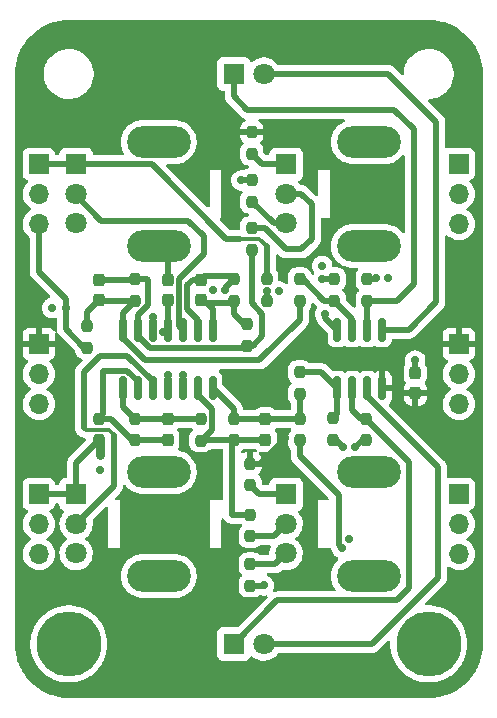
<source format=gbr>
%TF.GenerationSoftware,KiCad,Pcbnew,(6.0.9-0)*%
%TF.CreationDate,2024-03-22T17:08:36+01:00*%
%TF.ProjectId,attenuverters,61747465-6e75-4766-9572-746572732e6b,rev?*%
%TF.SameCoordinates,Original*%
%TF.FileFunction,Copper,L1,Top*%
%TF.FilePolarity,Positive*%
%FSLAX46Y46*%
G04 Gerber Fmt 4.6, Leading zero omitted, Abs format (unit mm)*
G04 Created by KiCad (PCBNEW (6.0.9-0)) date 2024-03-22 17:08:36*
%MOMM*%
%LPD*%
G01*
G04 APERTURE LIST*
G04 Aperture macros list*
%AMRoundRect*
0 Rectangle with rounded corners*
0 $1 Rounding radius*
0 $2 $3 $4 $5 $6 $7 $8 $9 X,Y pos of 4 corners*
0 Add a 4 corners polygon primitive as box body*
4,1,4,$2,$3,$4,$5,$6,$7,$8,$9,$2,$3,0*
0 Add four circle primitives for the rounded corners*
1,1,$1+$1,$2,$3*
1,1,$1+$1,$4,$5*
1,1,$1+$1,$6,$7*
1,1,$1+$1,$8,$9*
0 Add four rect primitives between the rounded corners*
20,1,$1+$1,$2,$3,$4,$5,0*
20,1,$1+$1,$4,$5,$6,$7,0*
20,1,$1+$1,$6,$7,$8,$9,0*
20,1,$1+$1,$8,$9,$2,$3,0*%
G04 Aperture macros list end*
%TA.AperFunction,SMDPad,CuDef*%
%ADD10RoundRect,0.237500X-0.237500X0.250000X-0.237500X-0.250000X0.237500X-0.250000X0.237500X0.250000X0*%
%TD*%
%TA.AperFunction,SMDPad,CuDef*%
%ADD11RoundRect,0.237500X0.237500X-0.250000X0.237500X0.250000X-0.237500X0.250000X-0.237500X-0.250000X0*%
%TD*%
%TA.AperFunction,SMDPad,CuDef*%
%ADD12RoundRect,0.237500X0.237500X-0.300000X0.237500X0.300000X-0.237500X0.300000X-0.237500X-0.300000X0*%
%TD*%
%TA.AperFunction,ComponentPad*%
%ADD13R,1.800000X1.800000*%
%TD*%
%TA.AperFunction,ComponentPad*%
%ADD14C,1.800000*%
%TD*%
%TA.AperFunction,ComponentPad*%
%ADD15R,1.700000X1.700000*%
%TD*%
%TA.AperFunction,ComponentPad*%
%ADD16O,1.700000X1.700000*%
%TD*%
%TA.AperFunction,ComponentPad*%
%ADD17O,5.400000X2.700000*%
%TD*%
%TA.AperFunction,SMDPad,CuDef*%
%ADD18RoundRect,0.237500X-0.237500X0.300000X-0.237500X-0.300000X0.237500X-0.300000X0.237500X0.300000X0*%
%TD*%
%TA.AperFunction,ComponentPad*%
%ADD19C,5.500000*%
%TD*%
%TA.AperFunction,SMDPad,CuDef*%
%ADD20RoundRect,0.150000X-0.150000X0.825000X-0.150000X-0.825000X0.150000X-0.825000X0.150000X0.825000X0*%
%TD*%
%TA.AperFunction,ViaPad*%
%ADD21C,0.700000*%
%TD*%
%TA.AperFunction,Conductor*%
%ADD22C,0.500000*%
%TD*%
%TA.AperFunction,Conductor*%
%ADD23C,0.300000*%
%TD*%
%TA.AperFunction,Conductor*%
%ADD24C,0.800000*%
%TD*%
G04 APERTURE END LIST*
D10*
%TO.P,R11,1*%
%TO.N,Net-(C4-Pad1)*%
X20447000Y-42394500D03*
%TO.P,R11,2*%
%TO.N,Net-(R11-Pad2)*%
X20447000Y-44219500D03*
%TD*%
%TO.P,R5,1*%
%TO.N,/+9V*%
X20574000Y-10009500D03*
%TO.P,R5,2*%
%TO.N,Net-(R5-Pad2)*%
X20574000Y-11834500D03*
%TD*%
D11*
%TO.P,R2,1*%
%TO.N,/In2*%
X7620000Y-36091500D03*
%TO.P,R2,2*%
%TO.N,Net-(C2-Pad1)*%
X7620000Y-34266500D03*
%TD*%
D10*
%TO.P,R18,1*%
%TO.N,Net-(R18-Pad1)*%
X24638000Y-22455500D03*
%TO.P,R18,2*%
%TO.N,Net-(C3-Pad2)*%
X24638000Y-24280500D03*
%TD*%
D12*
%TO.P,C4,1*%
%TO.N,Net-(C4-Pad1)*%
X21717000Y-36041500D03*
%TO.P,C4,2*%
%TO.N,Net-(C4-Pad2)*%
X21717000Y-34316500D03*
%TD*%
D13*
%TO.P,D2,1,KA*%
%TO.N,Net-(D2-Pad1)*%
X19050000Y-53340000D03*
D14*
%TO.P,D2,2,AK*%
%TO.N,Net-(D2-Pad2)*%
X21590000Y-53340000D03*
%TD*%
D13*
%TO.P,D1,1,KA*%
%TO.N,Net-(D1-Pad1)*%
X19050000Y-5080000D03*
D14*
%TO.P,D1,2,AK*%
%TO.N,Net-(D1-Pad2)*%
X21590000Y-5080000D03*
%TD*%
D15*
%TO.P,J1,1,Pin_1*%
%TO.N,/In1*%
X2540000Y-12700000D03*
D16*
%TO.P,J1,2,Pin_2*%
%TO.N,/GND*%
X2540000Y-15240000D03*
%TO.P,J1,3,Pin_3*%
%TO.N,/Out1*%
X2540000Y-17780000D03*
%TD*%
D17*
%TO.P,RV3,0,ShieldPin*%
%TO.N,/GND*%
X30480000Y-19640000D03*
X30480000Y-10840000D03*
D13*
%TO.P,RV3,1,1*%
%TO.N,Net-(R5-Pad2)*%
X23480000Y-12740000D03*
D14*
%TO.P,RV3,2,2*%
%TO.N,Net-(R9-Pad2)*%
X23480000Y-15240000D03*
%TO.P,RV3,3,3*%
%TO.N,Net-(R6-Pad1)*%
X23480000Y-17740000D03*
%TD*%
D17*
%TO.P,RV1,0,ShieldPin*%
%TO.N,/GND*%
X12700000Y-19640000D03*
X12700000Y-10840000D03*
D13*
%TO.P,RV1,1,1*%
%TO.N,/In1*%
X5700000Y-12740000D03*
D14*
%TO.P,RV1,2,2*%
%TO.N,Net-(RV1-Pad2)*%
X5700000Y-15240000D03*
%TO.P,RV1,3,3*%
%TO.N,/+4.5V*%
X5700000Y-17740000D03*
%TD*%
D10*
%TO.P,R20,1*%
%TO.N,Net-(R20-Pad1)*%
X24638000Y-30329500D03*
%TO.P,R20,2*%
%TO.N,Net-(C4-Pad2)*%
X24638000Y-32154500D03*
%TD*%
D11*
%TO.P,R21,1*%
%TO.N,Net-(R18-Pad1)*%
X27559000Y-24280500D03*
%TO.P,R21,2*%
%TO.N,/+4.5V*%
X27559000Y-22455500D03*
%TD*%
D10*
%TO.P,R22,1*%
%TO.N,Net-(R20-Pad1)*%
X27432000Y-34243000D03*
%TO.P,R22,2*%
%TO.N,/+4.5V*%
X27432000Y-36068000D03*
%TD*%
D18*
%TO.P,C1,1*%
%TO.N,Net-(C1-Pad1)*%
X16256000Y-22505500D03*
%TO.P,C1,2*%
%TO.N,Net-(C1-Pad2)*%
X16256000Y-24230500D03*
%TD*%
D11*
%TO.P,R9,1*%
%TO.N,Net-(C3-Pad1)*%
X20574000Y-19962500D03*
%TO.P,R9,2*%
%TO.N,Net-(R9-Pad2)*%
X20574000Y-18137500D03*
%TD*%
D12*
%TO.P,C2,1*%
%TO.N,Net-(C2-Pad1)*%
X13462000Y-36041500D03*
%TO.P,C2,2*%
%TO.N,Net-(C2-Pad2)*%
X13462000Y-34316500D03*
%TD*%
D15*
%TO.P,J2,1,Pin_1*%
%TO.N,/+9V*%
X2540000Y-27940000D03*
D16*
%TO.P,J2,2,Pin_2*%
%TO.N,/GND*%
X2540000Y-30480000D03*
%TO.P,J2,3,Pin_3*%
%TO.N,/+4.5V*%
X2540000Y-33020000D03*
%TD*%
D15*
%TO.P,J6,1,Pin_1*%
%TO.N,/In2*%
X2540000Y-40640000D03*
D16*
%TO.P,J6,2,Pin_2*%
%TO.N,/GND*%
X2540000Y-43180000D03*
%TO.P,J6,3,Pin_3*%
%TO.N,/Out2*%
X2540000Y-45720000D03*
%TD*%
D11*
%TO.P,R6,1*%
%TO.N,Net-(R6-Pad1)*%
X20574000Y-15898500D03*
%TO.P,R6,2*%
%TO.N,/GND*%
X20574000Y-14073500D03*
%TD*%
%TO.P,R15,1*%
%TO.N,/Out1*%
X6604000Y-28241000D03*
%TO.P,R15,2*%
%TO.N,Net-(C3-Pad2)*%
X6604000Y-26416000D03*
%TD*%
%TO.P,R10,1*%
%TO.N,Net-(C3-Pad1)*%
X20193000Y-28090500D03*
%TO.P,R10,2*%
%TO.N,Net-(C1-Pad2)*%
X20193000Y-26265500D03*
%TD*%
D17*
%TO.P,RV2,0,ShieldPin*%
%TO.N,/GND*%
X12700000Y-38780000D03*
X12700000Y-47580000D03*
D13*
%TO.P,RV2,1,1*%
%TO.N,/In2*%
X5700000Y-40680000D03*
D14*
%TO.P,RV2,2,2*%
%TO.N,Net-(RV2-Pad2)*%
X5700000Y-43180000D03*
%TO.P,RV2,3,3*%
%TO.N,/+4.5V*%
X5700000Y-45680000D03*
%TD*%
D10*
%TO.P,R1,1*%
%TO.N,/In1*%
X21844000Y-22455500D03*
%TO.P,R1,2*%
%TO.N,Net-(C1-Pad1)*%
X21844000Y-24280500D03*
%TD*%
D11*
%TO.P,R13,1*%
%TO.N,Net-(C3-Pad2)*%
X10668000Y-24280500D03*
%TO.P,R13,2*%
%TO.N,Net-(C3-Pad1)*%
X10668000Y-22455500D03*
%TD*%
%TO.P,R7,1*%
%TO.N,Net-(R7-Pad1)*%
X20447000Y-39901500D03*
%TO.P,R7,2*%
%TO.N,/+9V*%
X20447000Y-38076500D03*
%TD*%
D18*
%TO.P,C3,1*%
%TO.N,Net-(C3-Pad1)*%
X7620000Y-22505500D03*
%TO.P,C3,2*%
%TO.N,Net-(C3-Pad2)*%
X7620000Y-24230500D03*
%TD*%
D12*
%TO.P,C6,1*%
%TO.N,/+9V*%
X34417000Y-32131000D03*
%TO.P,C6,2*%
%TO.N,/GND*%
X34417000Y-30406000D03*
%TD*%
D15*
%TO.P,J5,1,Pin_1*%
%TO.N,/+9V*%
X38100000Y-27940000D03*
D16*
%TO.P,J5,2,Pin_2*%
%TO.N,/GND*%
X38100000Y-30480000D03*
%TO.P,J5,3,Pin_3*%
%TO.N,/+4.5V*%
X38100000Y-33020000D03*
%TD*%
D11*
%TO.P,R3,1*%
%TO.N,Net-(C1-Pad2)*%
X19050000Y-24280500D03*
%TO.P,R3,2*%
%TO.N,Net-(C1-Pad1)*%
X19050000Y-22455500D03*
%TD*%
D19*
%TO.P,H1,1,1*%
%TO.N,/GND*%
X35560000Y-53340000D03*
%TD*%
D20*
%TO.P,U2,1*%
%TO.N,Net-(D1-Pad2)*%
X31623000Y-26735000D03*
%TO.P,U2,2,-*%
%TO.N,Net-(D1-Pad1)*%
X30353000Y-26735000D03*
%TO.P,U2,3,+*%
%TO.N,Net-(R18-Pad1)*%
X29083000Y-26735000D03*
%TO.P,U2,4,V-*%
%TO.N,/GND*%
X27813000Y-26735000D03*
%TO.P,U2,5,+*%
%TO.N,Net-(R20-Pad1)*%
X27813000Y-31685000D03*
%TO.P,U2,6,-*%
%TO.N,Net-(D2-Pad1)*%
X29083000Y-31685000D03*
%TO.P,U2,7*%
%TO.N,Net-(D2-Pad2)*%
X30353000Y-31685000D03*
%TO.P,U2,8,V+*%
%TO.N,/+9V*%
X31623000Y-31685000D03*
%TD*%
D12*
%TO.P,C5,1*%
%TO.N,/+9V*%
X13462000Y-24230500D03*
%TO.P,C5,2*%
%TO.N,/GND*%
X13462000Y-22505500D03*
%TD*%
D15*
%TO.P,J3,1,Pin_1*%
%TO.N,/In2*%
X38100000Y-40640000D03*
D16*
%TO.P,J3,2,Pin_2*%
%TO.N,/GND*%
X38100000Y-43180000D03*
%TO.P,J3,3,Pin_3*%
%TO.N,/Out2*%
X38100000Y-45720000D03*
%TD*%
D11*
%TO.P,R16,1*%
%TO.N,/Out2*%
X24638000Y-36091500D03*
%TO.P,R16,2*%
%TO.N,Net-(C4-Pad2)*%
X24638000Y-34266500D03*
%TD*%
D15*
%TO.P,J4,1,Pin_1*%
%TO.N,/In1*%
X38100000Y-12700000D03*
D16*
%TO.P,J4,2,Pin_2*%
%TO.N,/GND*%
X38100000Y-15240000D03*
%TO.P,J4,3,Pin_3*%
%TO.N,/Out1*%
X38100000Y-17780000D03*
%TD*%
D10*
%TO.P,R14,1*%
%TO.N,Net-(C4-Pad2)*%
X19050000Y-34266500D03*
%TO.P,R14,2*%
%TO.N,Net-(C4-Pad1)*%
X19050000Y-36091500D03*
%TD*%
%TO.P,R8,1*%
%TO.N,Net-(R8-Pad1)*%
X20447000Y-46585500D03*
%TO.P,R8,2*%
%TO.N,/GND*%
X20447000Y-48410500D03*
%TD*%
%TO.P,R19,1*%
%TO.N,Net-(D2-Pad1)*%
X30226000Y-34266500D03*
%TO.P,R19,2*%
%TO.N,/+4.5V*%
X30226000Y-36091500D03*
%TD*%
D19*
%TO.P,H3,1,1*%
%TO.N,/GND*%
X5080000Y-53340000D03*
%TD*%
D11*
%TO.P,R12,1*%
%TO.N,Net-(C4-Pad1)*%
X16256000Y-36115000D03*
%TO.P,R12,2*%
%TO.N,Net-(C2-Pad2)*%
X16256000Y-34290000D03*
%TD*%
%TO.P,R17,1*%
%TO.N,Net-(D1-Pad1)*%
X30353000Y-24280500D03*
%TO.P,R17,2*%
%TO.N,/+4.5V*%
X30353000Y-22455500D03*
%TD*%
D10*
%TO.P,R4,1*%
%TO.N,Net-(C2-Pad2)*%
X10668000Y-34266500D03*
%TO.P,R4,2*%
%TO.N,Net-(C2-Pad1)*%
X10668000Y-36091500D03*
%TD*%
D17*
%TO.P,RV4,0,ShieldPin*%
%TO.N,/GND*%
X30480000Y-47580000D03*
X30480000Y-38780000D03*
D13*
%TO.P,RV4,1,1*%
%TO.N,Net-(R7-Pad1)*%
X23480000Y-40680000D03*
D14*
%TO.P,RV4,2,2*%
%TO.N,Net-(R11-Pad2)*%
X23480000Y-43180000D03*
%TO.P,RV4,3,3*%
%TO.N,Net-(R8-Pad1)*%
X23480000Y-45680000D03*
%TD*%
D20*
%TO.P,U1,1*%
%TO.N,Net-(C1-Pad2)*%
X17272000Y-26735000D03*
%TO.P,U1,2,-*%
%TO.N,Net-(C1-Pad1)*%
X16002000Y-26735000D03*
%TO.P,U1,3,+*%
%TO.N,Net-(RV1-Pad2)*%
X14732000Y-26735000D03*
%TO.P,U1,4,V+*%
%TO.N,/+9V*%
X13462000Y-26735000D03*
%TO.P,U1,5,+*%
%TO.N,/+4.5V*%
X12192000Y-26735000D03*
%TO.P,U1,6,-*%
%TO.N,Net-(C3-Pad1)*%
X10922000Y-26735000D03*
%TO.P,U1,7*%
%TO.N,Net-(C3-Pad2)*%
X9652000Y-26735000D03*
%TO.P,U1,8*%
%TO.N,Net-(C2-Pad2)*%
X9652000Y-31685000D03*
%TO.P,U1,9,-*%
%TO.N,Net-(C2-Pad1)*%
X10922000Y-31685000D03*
%TO.P,U1,10,+*%
%TO.N,Net-(RV2-Pad2)*%
X12192000Y-31685000D03*
%TO.P,U1,11,V-*%
%TO.N,/GND*%
X13462000Y-31685000D03*
%TO.P,U1,12,+*%
%TO.N,/+4.5V*%
X14732000Y-31685000D03*
%TO.P,U1,13,-*%
%TO.N,Net-(C4-Pad1)*%
X16002000Y-31685000D03*
%TO.P,U1,14*%
%TO.N,Net-(C4-Pad2)*%
X17272000Y-31685000D03*
%TD*%
D21*
%TO.N,Net-(C1-Pad1)*%
X18343421Y-23398571D03*
X21844000Y-23495000D03*
%TO.N,/+9V*%
X13041500Y-26924000D03*
X23368000Y-35941000D03*
X23368000Y-33147000D03*
%TO.N,/GND*%
X34417000Y-29337000D03*
X32131000Y-22352000D03*
X28829000Y-44412500D03*
X26797000Y-25400000D03*
X17272000Y-23368000D03*
X21590000Y-48387000D03*
X13462000Y-30607000D03*
X19685000Y-14097000D03*
X3683000Y-24892000D03*
X22860000Y-23495000D03*
X26543000Y-21336000D03*
X7747000Y-38608000D03*
%TO.N,/+4.5V*%
X12192000Y-25654000D03*
X26543000Y-22479000D03*
X31115000Y-22352000D03*
X14732000Y-30607000D03*
X28321000Y-36703000D03*
X29337000Y-36703000D03*
%TO.N,/Out1*%
X4826000Y-24892000D03*
%TO.N,/In2*%
X7747000Y-37338000D03*
%TO.N,/Out2*%
X28194000Y-45212000D03*
%TD*%
D22*
%TO.N,Net-(C1-Pad1)*%
X16536500Y-22225000D02*
X16256000Y-22505500D01*
X15594500Y-22505500D02*
X15113000Y-22987000D01*
X15113000Y-25019000D02*
X16002000Y-25908000D01*
X18343421Y-23162079D02*
X19050000Y-22455500D01*
X18343421Y-23398571D02*
X18343421Y-23162079D01*
X16002000Y-25908000D02*
X16002000Y-26735000D01*
X21844000Y-24280500D02*
X21844000Y-23495000D01*
X15113000Y-22987000D02*
X15113000Y-25019000D01*
X18819500Y-22225000D02*
X16536500Y-22225000D01*
X16256000Y-22505500D02*
X15594500Y-22505500D01*
X19050000Y-22455500D02*
X18819500Y-22225000D01*
%TO.N,Net-(C1-Pad2)*%
X16256000Y-24230500D02*
X16536500Y-24511000D01*
X16256000Y-24230500D02*
X16483500Y-24230500D01*
X18819500Y-24511000D02*
X19050000Y-24280500D01*
X17272000Y-25019000D02*
X17272000Y-26735000D01*
X19050000Y-24280500D02*
X19050000Y-25400000D01*
X16483500Y-24230500D02*
X17272000Y-25019000D01*
X19915500Y-26265500D02*
X20193000Y-26265500D01*
X19050000Y-25400000D02*
X19915500Y-26265500D01*
X16536500Y-24511000D02*
X18819500Y-24511000D01*
%TO.N,Net-(C2-Pad1)*%
X8001000Y-30226000D02*
X10033000Y-30226000D01*
X10668000Y-36091500D02*
X13412000Y-36091500D01*
X10922000Y-31115000D02*
X10922000Y-31685000D01*
X10033000Y-30226000D02*
X10922000Y-31115000D01*
X10668000Y-36091500D02*
X10437500Y-36091500D01*
X8612500Y-34266500D02*
X7620000Y-34266500D01*
X8001000Y-33885500D02*
X8001000Y-30226000D01*
X7620000Y-34266500D02*
X8001000Y-33885500D01*
X13412000Y-36091500D02*
X13462000Y-36041500D01*
X10437500Y-36091500D02*
X8612500Y-34266500D01*
%TO.N,Net-(C2-Pad2)*%
X10718000Y-34316500D02*
X10668000Y-34266500D01*
X13462000Y-34316500D02*
X10718000Y-34316500D01*
X16229500Y-34316500D02*
X16256000Y-34290000D01*
X9652000Y-33250500D02*
X10668000Y-34266500D01*
X13462000Y-34316500D02*
X16229500Y-34316500D01*
X9652000Y-31685000D02*
X9652000Y-33250500D01*
%TO.N,Net-(C3-Pad1)*%
X11811000Y-24638000D02*
X11811000Y-22606000D01*
X21463000Y-25400000D02*
X20574000Y-24511000D01*
X7620000Y-22505500D02*
X10618000Y-22505500D01*
X11660500Y-22455500D02*
X10668000Y-22455500D01*
X20574000Y-24511000D02*
X20574000Y-19962500D01*
X11938000Y-28321000D02*
X10922000Y-27305000D01*
X19962500Y-28321000D02*
X11938000Y-28321000D01*
X11811000Y-22606000D02*
X11660500Y-22455500D01*
X10922000Y-26735000D02*
X10922000Y-25527000D01*
X10618000Y-22505500D02*
X10668000Y-22455500D01*
X10922000Y-27305000D02*
X10922000Y-26735000D01*
X20677500Y-28090500D02*
X21463000Y-27305000D01*
X20193000Y-28090500D02*
X19962500Y-28321000D01*
X20193000Y-28090500D02*
X20677500Y-28090500D01*
X21463000Y-27305000D02*
X21463000Y-25400000D01*
X10922000Y-25527000D02*
X11811000Y-24638000D01*
%TO.N,Net-(C3-Pad2)*%
X6604000Y-25246500D02*
X7620000Y-24230500D01*
X9652000Y-26735000D02*
X9652000Y-25296500D01*
X11557000Y-29337000D02*
X9652000Y-27432000D01*
X21209000Y-29337000D02*
X11557000Y-29337000D01*
X24638000Y-25908000D02*
X21209000Y-29337000D01*
X6604000Y-26416000D02*
X6604000Y-25246500D01*
X9652000Y-27432000D02*
X9652000Y-26735000D01*
X10668000Y-24280500D02*
X7670000Y-24280500D01*
X24638000Y-24280500D02*
X24638000Y-25908000D01*
X9652000Y-25296500D02*
X10668000Y-24280500D01*
X7670000Y-24280500D02*
X7620000Y-24230500D01*
%TO.N,Net-(C4-Pad1)*%
X17181000Y-35190000D02*
X16256000Y-36115000D01*
X20447000Y-42394500D02*
X18899500Y-42394500D01*
X19050000Y-36091500D02*
X16279500Y-36091500D01*
X17181000Y-33417528D02*
X17181000Y-35190000D01*
X16002000Y-32238528D02*
X17181000Y-33417528D01*
X21717000Y-36041500D02*
X19100000Y-36041500D01*
X18923000Y-42371000D02*
X18923000Y-36218500D01*
X16279500Y-36091500D02*
X16256000Y-36115000D01*
X16002000Y-31685000D02*
X16002000Y-32238528D01*
X19100000Y-36041500D02*
X19050000Y-36091500D01*
X18923000Y-36218500D02*
X19050000Y-36091500D01*
X18899500Y-42394500D02*
X18923000Y-42371000D01*
%TO.N,Net-(C4-Pad2)*%
X24588000Y-34316500D02*
X24638000Y-34266500D01*
X24638000Y-34266500D02*
X24638000Y-32154500D01*
X19050000Y-34266500D02*
X21667000Y-34266500D01*
X19050000Y-33463000D02*
X17272000Y-31685000D01*
X21717000Y-34316500D02*
X24588000Y-34316500D01*
X21667000Y-34266500D02*
X21717000Y-34316500D01*
X19050000Y-34266500D02*
X19050000Y-33463000D01*
%TO.N,/+9V*%
X13273000Y-26924000D02*
X13462000Y-26735000D01*
X23368000Y-35941000D02*
X21232500Y-38076500D01*
X13041500Y-26924000D02*
X13273000Y-26924000D01*
X13462000Y-26735000D02*
X13462000Y-24230500D01*
X21232500Y-38076500D02*
X20447000Y-38076500D01*
%TO.N,/GND*%
X13462000Y-31685000D02*
X13462000Y-30607000D01*
X34417000Y-30406000D02*
X34417000Y-29337000D01*
X21566500Y-48410500D02*
X21590000Y-48387000D01*
X13462000Y-22505500D02*
X13462000Y-20402000D01*
X26797000Y-25719000D02*
X27813000Y-26735000D01*
X26797000Y-25400000D02*
X26797000Y-25719000D01*
X20447000Y-48410500D02*
X21566500Y-48410500D01*
X13462000Y-20402000D02*
X12700000Y-19640000D01*
X19708500Y-14073500D02*
X19685000Y-14097000D01*
X20574000Y-14073500D02*
X19708500Y-14073500D01*
%TO.N,Net-(D1-Pad1)*%
X30353000Y-24280500D02*
X32869500Y-24280500D01*
X19050000Y-6985000D02*
X19050000Y-5080000D01*
X34290000Y-9779000D02*
X32639000Y-8128000D01*
X34290000Y-22860000D02*
X34290000Y-9779000D01*
X30353000Y-24280500D02*
X30353000Y-26735000D01*
X32869500Y-24280500D02*
X34290000Y-22860000D01*
X20193000Y-8128000D02*
X19050000Y-6985000D01*
X32639000Y-8128000D02*
X20193000Y-8128000D01*
%TO.N,Net-(D1-Pad2)*%
X36195000Y-9144000D02*
X32131000Y-5080000D01*
X31623000Y-26735000D02*
X33844000Y-26735000D01*
X36195000Y-24384000D02*
X36195000Y-9144000D01*
X33844000Y-26735000D02*
X36195000Y-24384000D01*
X32131000Y-5080000D02*
X21590000Y-5080000D01*
%TO.N,Net-(D2-Pad1)*%
X19050000Y-53340000D02*
X22733000Y-49657000D01*
X29083000Y-33528000D02*
X29083000Y-31685000D01*
X22733000Y-49657000D02*
X32893000Y-49657000D01*
X30226000Y-34266500D02*
X29821500Y-34266500D01*
X33909000Y-48641000D02*
X33909000Y-37949500D01*
X33909000Y-37949500D02*
X30226000Y-34266500D01*
X32893000Y-49657000D02*
X33909000Y-48641000D01*
X29821500Y-34266500D02*
X29083000Y-33528000D01*
%TO.N,Net-(D2-Pad2)*%
X36322000Y-38354000D02*
X30353000Y-32385000D01*
X36322000Y-47752000D02*
X36322000Y-38354000D01*
X21590000Y-53340000D02*
X30734000Y-53340000D01*
X30734000Y-53340000D02*
X36322000Y-47752000D01*
X30353000Y-32385000D02*
X30353000Y-31685000D01*
%TO.N,/+4.5V*%
X29337000Y-36703000D02*
X29948500Y-36091500D01*
X31011500Y-22455500D02*
X31115000Y-22352000D01*
X27559000Y-22455500D02*
X26566500Y-22455500D01*
X26566500Y-22455500D02*
X26543000Y-22479000D01*
X30353000Y-22455500D02*
X31011500Y-22455500D01*
X27686000Y-36068000D02*
X27432000Y-36068000D01*
X12192000Y-25654000D02*
X12192000Y-26735000D01*
X14732000Y-31685000D02*
X14732000Y-30607000D01*
X29948500Y-36091500D02*
X30226000Y-36091500D01*
X28321000Y-36703000D02*
X27686000Y-36068000D01*
%TO.N,/In1*%
X2580000Y-12740000D02*
X2540000Y-12700000D01*
D23*
X21844000Y-19685000D02*
X21209000Y-19050000D01*
D22*
X18415000Y-19050000D02*
X19558000Y-19050000D01*
X12105000Y-12740000D02*
X18415000Y-19050000D01*
X5700000Y-12740000D02*
X12105000Y-12740000D01*
X21844000Y-19685000D02*
X21844000Y-22455500D01*
D23*
X21209000Y-19050000D02*
X19558000Y-19050000D01*
D22*
X5700000Y-12740000D02*
X2580000Y-12740000D01*
%TO.N,/Out1*%
X4826000Y-24892000D02*
X4826000Y-26670000D01*
X4826000Y-24130000D02*
X4826000Y-24892000D01*
X4826000Y-26670000D02*
X6397000Y-28241000D01*
X2540000Y-21844000D02*
X4826000Y-24130000D01*
X6397000Y-28241000D02*
X6604000Y-28241000D01*
X2540000Y-17780000D02*
X2540000Y-21844000D01*
%TO.N,/In2*%
X5700000Y-40680000D02*
X2580000Y-40680000D01*
X2580000Y-40680000D02*
X2540000Y-40640000D01*
X5700000Y-38011500D02*
X5700000Y-40680000D01*
D24*
X7747000Y-37338000D02*
X7747000Y-36218500D01*
X7747000Y-36218500D02*
X7620000Y-36091500D01*
D22*
X7620000Y-36091500D02*
X5700000Y-38011500D01*
%TO.N,/Out2*%
X27940000Y-44958000D02*
X27940000Y-40767000D01*
X28194000Y-45212000D02*
X27940000Y-44958000D01*
X24638000Y-37465000D02*
X24638000Y-36091500D01*
X27940000Y-40767000D02*
X24638000Y-37465000D01*
%TO.N,Net-(R5-Pad2)*%
X23480000Y-12740000D02*
X21479500Y-12740000D01*
X21479500Y-12740000D02*
X20574000Y-11834500D01*
%TO.N,Net-(R6-Pad1)*%
X22415500Y-17740000D02*
X20574000Y-15898500D01*
X23480000Y-17740000D02*
X22415500Y-17740000D01*
%TO.N,Net-(R7-Pad1)*%
X23480000Y-40680000D02*
X21225500Y-40680000D01*
X21225500Y-40680000D02*
X20447000Y-39901500D01*
%TO.N,Net-(R8-Pad1)*%
X22574500Y-46585500D02*
X23480000Y-45680000D01*
X20447000Y-46585500D02*
X22574500Y-46585500D01*
%TO.N,Net-(R9-Pad2)*%
X21667449Y-18137500D02*
X23468949Y-19939000D01*
X24765000Y-15240000D02*
X23480000Y-15240000D01*
X25654000Y-19050000D02*
X25654000Y-16129000D01*
X20574000Y-18137500D02*
X21667449Y-18137500D01*
X23468949Y-19939000D02*
X24765000Y-19939000D01*
X24765000Y-19939000D02*
X25654000Y-19050000D01*
X25654000Y-16129000D02*
X24765000Y-15240000D01*
%TO.N,Net-(R11-Pad2)*%
X20447000Y-44219500D02*
X22440500Y-44219500D01*
X22440500Y-44219500D02*
X23480000Y-43180000D01*
%TO.N,Net-(R18-Pad1)*%
X29083000Y-25804500D02*
X29083000Y-26735000D01*
X27559000Y-24280500D02*
X29083000Y-25804500D01*
X26693500Y-24280500D02*
X24868500Y-22455500D01*
X27559000Y-24280500D02*
X26693500Y-24280500D01*
X24868500Y-22455500D02*
X24638000Y-22455500D01*
%TO.N,Net-(R20-Pad1)*%
X27432000Y-34243000D02*
X27813000Y-33862000D01*
X26457500Y-30329500D02*
X27813000Y-31685000D01*
X27813000Y-33862000D02*
X27813000Y-31685000D01*
X24638000Y-30329500D02*
X26457500Y-30329500D01*
%TO.N,Net-(RV1-Pad2)*%
X5700000Y-15240000D02*
X5700000Y-15352000D01*
X16510000Y-20320000D02*
X14413000Y-22417000D01*
X15204000Y-17490000D02*
X16510000Y-18796000D01*
X16510000Y-18796000D02*
X16510000Y-20320000D01*
X7838000Y-17490000D02*
X15204000Y-17490000D01*
X14413000Y-22417000D02*
X14413000Y-26416000D01*
X14413000Y-26416000D02*
X14732000Y-26735000D01*
X5700000Y-15352000D02*
X7838000Y-17490000D01*
D23*
%TO.N,Net-(RV2-Pad2)*%
X8890000Y-35687000D02*
X8457000Y-35254000D01*
D22*
X8890000Y-37592000D02*
X8890000Y-35687000D01*
X12192000Y-31115000D02*
X12192000Y-31685000D01*
X6350000Y-30353000D02*
X7747000Y-28956000D01*
X6350000Y-35052000D02*
X6350000Y-30353000D01*
X8890000Y-39990000D02*
X8890000Y-37592000D01*
D23*
X8457000Y-35254000D02*
X6552000Y-35254000D01*
X6552000Y-35254000D02*
X6350000Y-35052000D01*
D22*
X10033000Y-28956000D02*
X12192000Y-31115000D01*
X7747000Y-28956000D02*
X10033000Y-28956000D01*
X5700000Y-43180000D02*
X8890000Y-39990000D01*
%TD*%
%TA.AperFunction,Conductor*%
%TO.N,/+9V*%
G36*
X35530018Y-510000D02*
G01*
X35544851Y-512310D01*
X35544855Y-512310D01*
X35553724Y-513691D01*
X35574183Y-511016D01*
X35596008Y-510072D01*
X35952937Y-525656D01*
X35963886Y-526614D01*
X36348379Y-577233D01*
X36359205Y-579142D01*
X36737822Y-663080D01*
X36748439Y-665925D01*
X36918702Y-719608D01*
X37118302Y-782542D01*
X37128615Y-786295D01*
X37486932Y-934715D01*
X37496876Y-939353D01*
X37840867Y-1118423D01*
X37850387Y-1123919D01*
X38177468Y-1332292D01*
X38186472Y-1338597D01*
X38494138Y-1574678D01*
X38502558Y-1581743D01*
X38788483Y-1843744D01*
X38796256Y-1851517D01*
X39058257Y-2137442D01*
X39065322Y-2145862D01*
X39301403Y-2453528D01*
X39307708Y-2462532D01*
X39516081Y-2789613D01*
X39521576Y-2799132D01*
X39653193Y-3051964D01*
X39700643Y-3143115D01*
X39705285Y-3153068D01*
X39827895Y-3449074D01*
X39853702Y-3511377D01*
X39857458Y-3521698D01*
X39904807Y-3671869D01*
X39974075Y-3891561D01*
X39976920Y-3902178D01*
X40060858Y-4280795D01*
X40062767Y-4291621D01*
X40113386Y-4676114D01*
X40114344Y-4687063D01*
X40125521Y-4943049D01*
X40129603Y-5036552D01*
X40128223Y-5061429D01*
X40126309Y-5073724D01*
X40127473Y-5082626D01*
X40127473Y-5082628D01*
X40130436Y-5105283D01*
X40131500Y-5121621D01*
X40131500Y-53290633D01*
X40130000Y-53310018D01*
X40127690Y-53324851D01*
X40127690Y-53324855D01*
X40126309Y-53333724D01*
X40128984Y-53354183D01*
X40129928Y-53376012D01*
X40114344Y-53732936D01*
X40113386Y-53743886D01*
X40062767Y-54128379D01*
X40060858Y-54139205D01*
X39976920Y-54517822D01*
X39974075Y-54528439D01*
X39934607Y-54653616D01*
X39904691Y-54748500D01*
X39857461Y-54898294D01*
X39853705Y-54908615D01*
X39799200Y-55040203D01*
X39705289Y-55266923D01*
X39700647Y-55276876D01*
X39544815Y-55576227D01*
X39521577Y-55620867D01*
X39516081Y-55630387D01*
X39307708Y-55957468D01*
X39301403Y-55966472D01*
X39065322Y-56274138D01*
X39058257Y-56282558D01*
X38800858Y-56563461D01*
X38796256Y-56568483D01*
X38788487Y-56576252D01*
X38732699Y-56627372D01*
X38502558Y-56838257D01*
X38494138Y-56845322D01*
X38186472Y-57081403D01*
X38177468Y-57087708D01*
X37850387Y-57296081D01*
X37840868Y-57301576D01*
X37496876Y-57480647D01*
X37486932Y-57485285D01*
X37128615Y-57633705D01*
X37118302Y-57637458D01*
X36918702Y-57700392D01*
X36748439Y-57754075D01*
X36737822Y-57756920D01*
X36359205Y-57840858D01*
X36348379Y-57842767D01*
X35963886Y-57893386D01*
X35952937Y-57894344D01*
X35603446Y-57909603D01*
X35578571Y-57908223D01*
X35566276Y-57906309D01*
X35557374Y-57907473D01*
X35557372Y-57907473D01*
X35542323Y-57909441D01*
X35534714Y-57910436D01*
X35518379Y-57911500D01*
X5129367Y-57911500D01*
X5109982Y-57910000D01*
X5095149Y-57907690D01*
X5095145Y-57907690D01*
X5086276Y-57906309D01*
X5065817Y-57908984D01*
X5043992Y-57909928D01*
X4687063Y-57894344D01*
X4676114Y-57893386D01*
X4291621Y-57842767D01*
X4280795Y-57840858D01*
X3902178Y-57756920D01*
X3891561Y-57754075D01*
X3721298Y-57700392D01*
X3521698Y-57637458D01*
X3511385Y-57633705D01*
X3153068Y-57485285D01*
X3143124Y-57480647D01*
X2799132Y-57301576D01*
X2789613Y-57296081D01*
X2462532Y-57087708D01*
X2453528Y-57081403D01*
X2145862Y-56845322D01*
X2137442Y-56838257D01*
X1907301Y-56627372D01*
X1851513Y-56576252D01*
X1843744Y-56568483D01*
X1839143Y-56563461D01*
X1581743Y-56282558D01*
X1574678Y-56274138D01*
X1338597Y-55966472D01*
X1332292Y-55957468D01*
X1123919Y-55630387D01*
X1118423Y-55620867D01*
X1095185Y-55576227D01*
X939353Y-55276876D01*
X934711Y-55266923D01*
X840801Y-55040203D01*
X786295Y-54908615D01*
X782539Y-54898294D01*
X735310Y-54748500D01*
X705393Y-54653616D01*
X665925Y-54528439D01*
X663080Y-54517822D01*
X579142Y-54139205D01*
X577233Y-54128379D01*
X526614Y-53743886D01*
X525656Y-53732936D01*
X510561Y-53387208D01*
X512188Y-53360805D01*
X512769Y-53357352D01*
X512770Y-53357345D01*
X513576Y-53352552D01*
X513729Y-53340000D01*
X512098Y-53328609D01*
X1816734Y-53328609D01*
X1834591Y-53681106D01*
X1835128Y-53684461D01*
X1835129Y-53684467D01*
X1864785Y-53869617D01*
X1890412Y-54029613D01*
X1983546Y-54370053D01*
X2112903Y-54698443D01*
X2114486Y-54701458D01*
X2275384Y-55007926D01*
X2275389Y-55007934D01*
X2276968Y-55010942D01*
X2278862Y-55013760D01*
X2278867Y-55013769D01*
X2298518Y-55043012D01*
X2473824Y-55303895D01*
X2701167Y-55573873D01*
X2703627Y-55576224D01*
X2703630Y-55576227D01*
X2953875Y-55815366D01*
X2953882Y-55815372D01*
X2956338Y-55817719D01*
X3236351Y-56032581D01*
X3239269Y-56034355D01*
X3535017Y-56214173D01*
X3535022Y-56214176D01*
X3537932Y-56215945D01*
X3541020Y-56217391D01*
X3541019Y-56217391D01*
X3854468Y-56364222D01*
X3854478Y-56364226D01*
X3857552Y-56365666D01*
X3860770Y-56366768D01*
X3860773Y-56366769D01*
X4188241Y-56478887D01*
X4188245Y-56478888D01*
X4191472Y-56479993D01*
X4194802Y-56480743D01*
X4194811Y-56480746D01*
X4438164Y-56535587D01*
X4535786Y-56557587D01*
X4539171Y-56557973D01*
X4539179Y-56557974D01*
X4883083Y-56597157D01*
X4883091Y-56597157D01*
X4886466Y-56597542D01*
X4889870Y-56597560D01*
X4889873Y-56597560D01*
X5081627Y-56598564D01*
X5239411Y-56599390D01*
X5242797Y-56599040D01*
X5242799Y-56599040D01*
X5587098Y-56563461D01*
X5587107Y-56563460D01*
X5590490Y-56563110D01*
X5593823Y-56562396D01*
X5593826Y-56562395D01*
X5763692Y-56525979D01*
X5935598Y-56489125D01*
X6270697Y-56378301D01*
X6591867Y-56231936D01*
X6685405Y-56176397D01*
X6892407Y-56053489D01*
X6892412Y-56053486D01*
X6895352Y-56051740D01*
X6920870Y-56032581D01*
X7174867Y-55841874D01*
X7177600Y-55839822D01*
X7435310Y-55598661D01*
X7665468Y-55331078D01*
X7865380Y-55040203D01*
X7866992Y-55037209D01*
X7866997Y-55037201D01*
X7989092Y-54810445D01*
X8032709Y-54729440D01*
X8165498Y-54402422D01*
X8173816Y-54373223D01*
X8227401Y-54185108D01*
X8262191Y-54062976D01*
X8263123Y-54057526D01*
X8321087Y-53718420D01*
X8321087Y-53718418D01*
X8321659Y-53715073D01*
X8323945Y-53677711D01*
X8343096Y-53364580D01*
X8343206Y-53362782D01*
X8343286Y-53340000D01*
X8324199Y-52987567D01*
X8267161Y-52639257D01*
X8172839Y-52299145D01*
X8169849Y-52291630D01*
X8043597Y-51974372D01*
X8042338Y-51971208D01*
X7942426Y-51782508D01*
X7878777Y-51662295D01*
X7878775Y-51662292D01*
X7877182Y-51659283D01*
X7870579Y-51649530D01*
X7681211Y-51369834D01*
X7681204Y-51369825D01*
X7679305Y-51367020D01*
X7677109Y-51364430D01*
X7677104Y-51364424D01*
X7588715Y-51260201D01*
X7451021Y-51097837D01*
X7195001Y-50854883D01*
X7192294Y-50852821D01*
X7192286Y-50852814D01*
X7033809Y-50732088D01*
X6914239Y-50641000D01*
X6612020Y-50458689D01*
X6608930Y-50457255D01*
X6608925Y-50457252D01*
X6451950Y-50384387D01*
X6291879Y-50310085D01*
X6288654Y-50308993D01*
X6288648Y-50308991D01*
X5960798Y-50198020D01*
X5960793Y-50198018D01*
X5957562Y-50196925D01*
X5943832Y-50193881D01*
X5874730Y-50178562D01*
X5612979Y-50120533D01*
X5488353Y-50106774D01*
X5265543Y-50082175D01*
X5265538Y-50082175D01*
X5262162Y-50081802D01*
X5258763Y-50081796D01*
X5258762Y-50081796D01*
X5092289Y-50081506D01*
X4909213Y-50081186D01*
X4778206Y-50095187D01*
X4561646Y-50118330D01*
X4561640Y-50118331D01*
X4558262Y-50118692D01*
X4213414Y-50193881D01*
X3878704Y-50305873D01*
X3558047Y-50453359D01*
X3255194Y-50634613D01*
X2973687Y-50847515D01*
X2716820Y-51089574D01*
X2487598Y-51357959D01*
X2288702Y-51649530D01*
X2281886Y-51662295D01*
X2134537Y-51938255D01*
X2122458Y-51960876D01*
X2121183Y-51964048D01*
X2121181Y-51964052D01*
X2025647Y-52201703D01*
X1990813Y-52288355D01*
X1989894Y-52291623D01*
X1989892Y-52291630D01*
X1896225Y-52624858D01*
X1895304Y-52628136D01*
X1894743Y-52631489D01*
X1894742Y-52631493D01*
X1837614Y-52972880D01*
X1837051Y-52976245D01*
X1816734Y-53328609D01*
X512098Y-53328609D01*
X509773Y-53312376D01*
X508500Y-53294514D01*
X508500Y-47622277D01*
X9487009Y-47622277D01*
X9512625Y-47890769D01*
X9513710Y-47895203D01*
X9513711Y-47895209D01*
X9559718Y-48083225D01*
X9576731Y-48152750D01*
X9677985Y-48402733D01*
X9814265Y-48635482D01*
X9902835Y-48746233D01*
X9934686Y-48786060D01*
X9982716Y-48846119D01*
X10179809Y-49030234D01*
X10401416Y-49183968D01*
X10405499Y-49185999D01*
X10405502Y-49186001D01*
X10491731Y-49228899D01*
X10642894Y-49304101D01*
X10647228Y-49305522D01*
X10647231Y-49305523D01*
X10894853Y-49386698D01*
X10894859Y-49386699D01*
X10899186Y-49388118D01*
X10903677Y-49388898D01*
X10903678Y-49388898D01*
X11161140Y-49433601D01*
X11161148Y-49433602D01*
X11164921Y-49434257D01*
X11168758Y-49434448D01*
X11248578Y-49438422D01*
X11248586Y-49438422D01*
X11250149Y-49438500D01*
X14118512Y-49438500D01*
X14120780Y-49438335D01*
X14120792Y-49438335D01*
X14251884Y-49428823D01*
X14319004Y-49423953D01*
X14323459Y-49422969D01*
X14323462Y-49422969D01*
X14577912Y-49366791D01*
X14577916Y-49366790D01*
X14582372Y-49365806D01*
X14708480Y-49318028D01*
X14830318Y-49271868D01*
X14830321Y-49271867D01*
X14834588Y-49270250D01*
X15070368Y-49139286D01*
X15272088Y-48985338D01*
X15281141Y-48978429D01*
X15281142Y-48978428D01*
X15284773Y-48975657D01*
X15320149Y-48939470D01*
X15425424Y-48831779D01*
X15473312Y-48782792D01*
X15632034Y-48564730D01*
X15715190Y-48406676D01*
X15755490Y-48330079D01*
X15755493Y-48330073D01*
X15757615Y-48326039D01*
X15765071Y-48304927D01*
X15845902Y-48076033D01*
X15845902Y-48076032D01*
X15847425Y-48071720D01*
X15885290Y-47879607D01*
X15898700Y-47811572D01*
X15898701Y-47811566D01*
X15899581Y-47807100D01*
X15899808Y-47802544D01*
X15912764Y-47542292D01*
X15912764Y-47542286D01*
X15912991Y-47537723D01*
X15887375Y-47269231D01*
X15886174Y-47264320D01*
X15824355Y-47011688D01*
X15823269Y-47007250D01*
X15722015Y-46757267D01*
X15625005Y-46591586D01*
X15588045Y-46528463D01*
X15588044Y-46528462D01*
X15585735Y-46524518D01*
X15467928Y-46377208D01*
X15420136Y-46317447D01*
X15420135Y-46317445D01*
X15417284Y-46313881D01*
X15220191Y-46129766D01*
X14998584Y-45976032D01*
X14994501Y-45974001D01*
X14994498Y-45973999D01*
X14829606Y-45891967D01*
X14757106Y-45855899D01*
X14752772Y-45854478D01*
X14752769Y-45854477D01*
X14505147Y-45773302D01*
X14505141Y-45773301D01*
X14500814Y-45771882D01*
X14496322Y-45771102D01*
X14238860Y-45726399D01*
X14238852Y-45726398D01*
X14235079Y-45725743D01*
X14223817Y-45725182D01*
X14151422Y-45721578D01*
X14151414Y-45721578D01*
X14149851Y-45721500D01*
X11281488Y-45721500D01*
X11279220Y-45721665D01*
X11279208Y-45721665D01*
X11148116Y-45731177D01*
X11080996Y-45736047D01*
X11076541Y-45737031D01*
X11076538Y-45737031D01*
X10822088Y-45793209D01*
X10822084Y-45793210D01*
X10817628Y-45794194D01*
X10769548Y-45812410D01*
X10569682Y-45888132D01*
X10569679Y-45888133D01*
X10565412Y-45889750D01*
X10329632Y-46020714D01*
X10326000Y-46023486D01*
X10125288Y-46176665D01*
X10115227Y-46184343D01*
X10112034Y-46187609D01*
X10112032Y-46187611D01*
X10031317Y-46270178D01*
X9926688Y-46377208D01*
X9767966Y-46595270D01*
X9720296Y-46685877D01*
X9644510Y-46829921D01*
X9644507Y-46829927D01*
X9642385Y-46833961D01*
X9640865Y-46838266D01*
X9640863Y-46838270D01*
X9557771Y-47073567D01*
X9552575Y-47088280D01*
X9533634Y-47184378D01*
X9501364Y-47348106D01*
X9500419Y-47352900D01*
X9500192Y-47357453D01*
X9500192Y-47357456D01*
X9489518Y-47571884D01*
X9487009Y-47622277D01*
X508500Y-47622277D01*
X508500Y-45686695D01*
X1177251Y-45686695D01*
X1177548Y-45691848D01*
X1177548Y-45691851D01*
X1188866Y-45888132D01*
X1190110Y-45909715D01*
X1191247Y-45914761D01*
X1191248Y-45914767D01*
X1204597Y-45973999D01*
X1239222Y-46127639D01*
X1323266Y-46334616D01*
X1325965Y-46339020D01*
X1436025Y-46518622D01*
X1439987Y-46525088D01*
X1586250Y-46693938D01*
X1668824Y-46762492D01*
X1750043Y-46829921D01*
X1758126Y-46836632D01*
X1951000Y-46949338D01*
X2159692Y-47029030D01*
X2164760Y-47030061D01*
X2164763Y-47030062D01*
X2272017Y-47051883D01*
X2378597Y-47073567D01*
X2383772Y-47073757D01*
X2383774Y-47073757D01*
X2596673Y-47081564D01*
X2596677Y-47081564D01*
X2601837Y-47081753D01*
X2606957Y-47081097D01*
X2606959Y-47081097D01*
X2818288Y-47054025D01*
X2818289Y-47054025D01*
X2823416Y-47053368D01*
X2873840Y-47038240D01*
X3032429Y-46990661D01*
X3032434Y-46990659D01*
X3037384Y-46989174D01*
X3237994Y-46890896D01*
X3419860Y-46761173D01*
X3427737Y-46753324D01*
X3574435Y-46607137D01*
X3578096Y-46603489D01*
X3637594Y-46520689D01*
X3705435Y-46426277D01*
X3708453Y-46422077D01*
X3715452Y-46407917D01*
X3805136Y-46226453D01*
X3805137Y-46226451D01*
X3807430Y-46221811D01*
X3862286Y-46041259D01*
X3870865Y-46013023D01*
X3870865Y-46013021D01*
X3872370Y-46008069D01*
X3901529Y-45786590D01*
X3901854Y-45773302D01*
X3903074Y-45723365D01*
X3903074Y-45723361D01*
X3903156Y-45720000D01*
X3884852Y-45497361D01*
X3830431Y-45280702D01*
X3741354Y-45075840D01*
X3680581Y-44981899D01*
X3622822Y-44892617D01*
X3622820Y-44892614D01*
X3620014Y-44888277D01*
X3469670Y-44723051D01*
X3465619Y-44719852D01*
X3465615Y-44719848D01*
X3298414Y-44587800D01*
X3298410Y-44587798D01*
X3294359Y-44584598D01*
X3253053Y-44561796D01*
X3203084Y-44511364D01*
X3188312Y-44441921D01*
X3213428Y-44375516D01*
X3240780Y-44348909D01*
X3309907Y-44299601D01*
X3419860Y-44221173D01*
X3578096Y-44063489D01*
X3583715Y-44055670D01*
X3705435Y-43886277D01*
X3708453Y-43882077D01*
X3737142Y-43824030D01*
X3805136Y-43686453D01*
X3805137Y-43686451D01*
X3807430Y-43681811D01*
X3872370Y-43468069D01*
X3901529Y-43246590D01*
X3901611Y-43243240D01*
X3903074Y-43183365D01*
X3903074Y-43183361D01*
X3903156Y-43180000D01*
X3884852Y-42957361D01*
X3830431Y-42740702D01*
X3741354Y-42535840D01*
X3676634Y-42435798D01*
X3622822Y-42352617D01*
X3622820Y-42352614D01*
X3620014Y-42348277D01*
X3600303Y-42326615D01*
X3472798Y-42186488D01*
X3441746Y-42122642D01*
X3450141Y-42052143D01*
X3495317Y-41997375D01*
X3521761Y-41983706D01*
X3628297Y-41943767D01*
X3636705Y-41940615D01*
X3753261Y-41853261D01*
X3840615Y-41736705D01*
X3891745Y-41600316D01*
X3897114Y-41550892D01*
X3924356Y-41485330D01*
X3982719Y-41444904D01*
X4022377Y-41438500D01*
X4165500Y-41438500D01*
X4233621Y-41458502D01*
X4280114Y-41512158D01*
X4291500Y-41564500D01*
X4291500Y-41628134D01*
X4298255Y-41690316D01*
X4349385Y-41826705D01*
X4436739Y-41943261D01*
X4553295Y-42030615D01*
X4561703Y-42033767D01*
X4593022Y-42045508D01*
X4649786Y-42088150D01*
X4674486Y-42154711D01*
X4659279Y-42224060D01*
X4639886Y-42250540D01*
X4601639Y-42290564D01*
X4471119Y-42481899D01*
X4373602Y-42691981D01*
X4311707Y-42915169D01*
X4287095Y-43145469D01*
X4287392Y-43150622D01*
X4287392Y-43150625D01*
X4297605Y-43327747D01*
X4300427Y-43376697D01*
X4301564Y-43381743D01*
X4301565Y-43381749D01*
X4327947Y-43498812D01*
X4351346Y-43602642D01*
X4353288Y-43607424D01*
X4353289Y-43607428D01*
X4431087Y-43799020D01*
X4438484Y-43817237D01*
X4559501Y-44014719D01*
X4711147Y-44189784D01*
X4875556Y-44326279D01*
X4886462Y-44335333D01*
X4926097Y-44394235D01*
X4927595Y-44465216D01*
X4890481Y-44525739D01*
X4881630Y-44533037D01*
X4770821Y-44616235D01*
X4761655Y-44623117D01*
X4758083Y-44626855D01*
X4610627Y-44781159D01*
X4601639Y-44790564D01*
X4598725Y-44794836D01*
X4598724Y-44794837D01*
X4583152Y-44817665D01*
X4471119Y-44981899D01*
X4373602Y-45191981D01*
X4311707Y-45415169D01*
X4287095Y-45645469D01*
X4287392Y-45650622D01*
X4287392Y-45650625D01*
X4295232Y-45786590D01*
X4300427Y-45876697D01*
X4301564Y-45881743D01*
X4301565Y-45881749D01*
X4326700Y-45993278D01*
X4351346Y-46102642D01*
X4353288Y-46107424D01*
X4353289Y-46107428D01*
X4401620Y-46226453D01*
X4438484Y-46317237D01*
X4559501Y-46514719D01*
X4711147Y-46689784D01*
X4856885Y-46810778D01*
X4884046Y-46833327D01*
X4889349Y-46837730D01*
X5089322Y-46954584D01*
X5305694Y-47037209D01*
X5310760Y-47038240D01*
X5310761Y-47038240D01*
X5363846Y-47049040D01*
X5532656Y-47083385D01*
X5663324Y-47088176D01*
X5758949Y-47091683D01*
X5758953Y-47091683D01*
X5764113Y-47091872D01*
X5769233Y-47091216D01*
X5769235Y-47091216D01*
X5848224Y-47081097D01*
X5993847Y-47062442D01*
X5998795Y-47060957D01*
X5998802Y-47060956D01*
X6210747Y-46997369D01*
X6215690Y-46995886D01*
X6229391Y-46989174D01*
X6419049Y-46896262D01*
X6419052Y-46896260D01*
X6423684Y-46893991D01*
X6612243Y-46759494D01*
X6776303Y-46596005D01*
X6779479Y-46591586D01*
X6827262Y-46525088D01*
X6911458Y-46407917D01*
X6926636Y-46377208D01*
X7011784Y-46204922D01*
X7011785Y-46204920D01*
X7014078Y-46200280D01*
X7081408Y-45978671D01*
X7111640Y-45749041D01*
X7111787Y-45743030D01*
X7113245Y-45683365D01*
X7113245Y-45683361D01*
X7113327Y-45680000D01*
X7105914Y-45589837D01*
X7094773Y-45454318D01*
X7094772Y-45454312D01*
X7094349Y-45449167D01*
X7048636Y-45267174D01*
X7039184Y-45229544D01*
X7039183Y-45229540D01*
X7037925Y-45224533D01*
X7035866Y-45219797D01*
X6947630Y-45016868D01*
X6947628Y-45016865D01*
X6945570Y-45012131D01*
X6819764Y-44817665D01*
X6663887Y-44646358D01*
X6659836Y-44643159D01*
X6659832Y-44643155D01*
X6513690Y-44527740D01*
X6472627Y-44469823D01*
X6469395Y-44398900D01*
X6505020Y-44337489D01*
X6518613Y-44326279D01*
X6612243Y-44259494D01*
X6776303Y-44096005D01*
X6789217Y-44078034D01*
X6859166Y-43980689D01*
X6911458Y-43907917D01*
X6915273Y-43900199D01*
X7011784Y-43704922D01*
X7011785Y-43704920D01*
X7014078Y-43700280D01*
X7081408Y-43478671D01*
X7111640Y-43249041D01*
X7113327Y-43180000D01*
X7094349Y-42949167D01*
X7093088Y-42944147D01*
X7092244Y-42939047D01*
X7093797Y-42938790D01*
X7096316Y-42874917D01*
X7126624Y-42826057D01*
X8184905Y-41767776D01*
X8247217Y-41733750D01*
X8318032Y-41738815D01*
X8374868Y-41781362D01*
X8399679Y-41847882D01*
X8400000Y-41856871D01*
X8400000Y-45180000D01*
X9400000Y-45180000D01*
X9400000Y-41180000D01*
X9076871Y-41180000D01*
X9008750Y-41159998D01*
X8962257Y-41106342D01*
X8952153Y-41036068D01*
X8981647Y-40971488D01*
X8987776Y-40964905D01*
X9378911Y-40573770D01*
X9393323Y-40561384D01*
X9404918Y-40552851D01*
X9404923Y-40552846D01*
X9410818Y-40548508D01*
X9415557Y-40542930D01*
X9415560Y-40542927D01*
X9445035Y-40508232D01*
X9451965Y-40500716D01*
X9457660Y-40495021D01*
X9475281Y-40472749D01*
X9478072Y-40469345D01*
X9520591Y-40419297D01*
X9520592Y-40419295D01*
X9525333Y-40413715D01*
X9528661Y-40407199D01*
X9532028Y-40402150D01*
X9535195Y-40397021D01*
X9539734Y-40391284D01*
X9570655Y-40325125D01*
X9572561Y-40321225D01*
X9605769Y-40256192D01*
X9607508Y-40249084D01*
X9609607Y-40243441D01*
X9611524Y-40237678D01*
X9614622Y-40231050D01*
X9629487Y-40159583D01*
X9630457Y-40155299D01*
X9646473Y-40089845D01*
X9647808Y-40084390D01*
X9648500Y-40073236D01*
X9648536Y-40073238D01*
X9648775Y-40069245D01*
X9649149Y-40065053D01*
X9650640Y-40057885D01*
X9648838Y-39991272D01*
X9666991Y-39922636D01*
X9719369Y-39874709D01*
X9789345Y-39862708D01*
X9854699Y-39890444D01*
X9873194Y-39909169D01*
X9883964Y-39922636D01*
X9934686Y-39986060D01*
X9982716Y-40046119D01*
X10179809Y-40230234D01*
X10401416Y-40383968D01*
X10405499Y-40385999D01*
X10405502Y-40386001D01*
X10437963Y-40402150D01*
X10642894Y-40504101D01*
X10647228Y-40505522D01*
X10647231Y-40505523D01*
X10894853Y-40586698D01*
X10894859Y-40586699D01*
X10899186Y-40588118D01*
X10903677Y-40588898D01*
X10903678Y-40588898D01*
X11161140Y-40633601D01*
X11161148Y-40633602D01*
X11164921Y-40634257D01*
X11168758Y-40634448D01*
X11248578Y-40638422D01*
X11248586Y-40638422D01*
X11250149Y-40638500D01*
X14118512Y-40638500D01*
X14120780Y-40638335D01*
X14120792Y-40638335D01*
X14251884Y-40628823D01*
X14319004Y-40623953D01*
X14323459Y-40622969D01*
X14323462Y-40622969D01*
X14577912Y-40566791D01*
X14577916Y-40566790D01*
X14582372Y-40565806D01*
X14734336Y-40508232D01*
X14830318Y-40471868D01*
X14830321Y-40471867D01*
X14834588Y-40470250D01*
X15070368Y-40339286D01*
X15284773Y-40175657D01*
X15304675Y-40155299D01*
X15470117Y-39986060D01*
X15473312Y-39982792D01*
X15632034Y-39764730D01*
X15715970Y-39605194D01*
X15755490Y-39530079D01*
X15755493Y-39530073D01*
X15757615Y-39526039D01*
X15769859Y-39491369D01*
X15845902Y-39276033D01*
X15845902Y-39276032D01*
X15847425Y-39271720D01*
X15888586Y-39062884D01*
X15898700Y-39011572D01*
X15898701Y-39011566D01*
X15899581Y-39007100D01*
X15902283Y-38952822D01*
X15912764Y-38742292D01*
X15912764Y-38742286D01*
X15912991Y-38737723D01*
X15887375Y-38469231D01*
X15877415Y-38428525D01*
X15824355Y-38211688D01*
X15823269Y-38207250D01*
X15722015Y-37957267D01*
X15612629Y-37770450D01*
X15588045Y-37728463D01*
X15588044Y-37728462D01*
X15585735Y-37724518D01*
X15467928Y-37577208D01*
X15420136Y-37517447D01*
X15420135Y-37517445D01*
X15417284Y-37513881D01*
X15220191Y-37329766D01*
X14998584Y-37176032D01*
X14994501Y-37174001D01*
X14994498Y-37173999D01*
X14867205Y-37110672D01*
X14757106Y-37055899D01*
X14752772Y-37054478D01*
X14752769Y-37054477D01*
X14505147Y-36973302D01*
X14505141Y-36973301D01*
X14500814Y-36971882D01*
X14496322Y-36971102D01*
X14400965Y-36954545D01*
X14337270Y-36923184D01*
X14300642Y-36862365D01*
X14302709Y-36791399D01*
X14315260Y-36764286D01*
X14376369Y-36665150D01*
X14376370Y-36665148D01*
X14380209Y-36658920D01*
X14434974Y-36493809D01*
X14436581Y-36478131D01*
X14445172Y-36394271D01*
X14445500Y-36391072D01*
X14445500Y-35691928D01*
X14444539Y-35682662D01*
X14435419Y-35594765D01*
X14435418Y-35594761D01*
X14434707Y-35587907D01*
X14419175Y-35541350D01*
X14381972Y-35429841D01*
X14379654Y-35422893D01*
X14301236Y-35296170D01*
X14291969Y-35281195D01*
X14291968Y-35281194D01*
X14288116Y-35274969D01*
X14288583Y-35274680D01*
X14263801Y-35213455D01*
X14276972Y-35143690D01*
X14325769Y-35092122D01*
X14389184Y-35075000D01*
X15446346Y-35075000D01*
X15514467Y-35095002D01*
X15535347Y-35111811D01*
X15536770Y-35113231D01*
X15570861Y-35175507D01*
X15565871Y-35246328D01*
X15536943Y-35291436D01*
X15429071Y-35399497D01*
X15425231Y-35405727D01*
X15425230Y-35405728D01*
X15345094Y-35535733D01*
X15337791Y-35547580D01*
X15283026Y-35712691D01*
X15282326Y-35719527D01*
X15282325Y-35719530D01*
X15279342Y-35748649D01*
X15272500Y-35815428D01*
X15272500Y-36414572D01*
X15272837Y-36417818D01*
X15272837Y-36417822D01*
X15281399Y-36500335D01*
X15283293Y-36518593D01*
X15285474Y-36525129D01*
X15285474Y-36525131D01*
X15322666Y-36636607D01*
X15338346Y-36683607D01*
X15429884Y-36831531D01*
X15435066Y-36836704D01*
X15547816Y-36949258D01*
X15547821Y-36949262D01*
X15552997Y-36954429D01*
X15559227Y-36958269D01*
X15559228Y-36958270D01*
X15666694Y-37024513D01*
X15701080Y-37045709D01*
X15866191Y-37100474D01*
X15873027Y-37101174D01*
X15873030Y-37101175D01*
X15924526Y-37106451D01*
X15968928Y-37111000D01*
X16543072Y-37111000D01*
X16546318Y-37110663D01*
X16546322Y-37110663D01*
X16640235Y-37100919D01*
X16640239Y-37100918D01*
X16647093Y-37100207D01*
X16653629Y-37098026D01*
X16653631Y-37098026D01*
X16796482Y-37050367D01*
X16812107Y-37045154D01*
X16960031Y-36953616D01*
X16979647Y-36933966D01*
X17026549Y-36886982D01*
X17088832Y-36852903D01*
X17115722Y-36850000D01*
X18038500Y-36850000D01*
X18106621Y-36870002D01*
X18153114Y-36923658D01*
X18164500Y-36976000D01*
X18164500Y-41062375D01*
X18144498Y-41130496D01*
X18090842Y-41176989D01*
X18020568Y-41187093D01*
X18011717Y-41185496D01*
X18000000Y-41182947D01*
X18000000Y-41180000D01*
X17000000Y-41180000D01*
X17000000Y-45180000D01*
X18000000Y-45180000D01*
X18000000Y-42832337D01*
X18020002Y-42764216D01*
X18073658Y-42717723D01*
X18143932Y-42707619D01*
X18208512Y-42737113D01*
X18234311Y-42768524D01*
X18236157Y-42772864D01*
X18240496Y-42778760D01*
X18250992Y-42793022D01*
X18260609Y-42808264D01*
X18268961Y-42823875D01*
X18268966Y-42823882D01*
X18272418Y-42830334D01*
X18277265Y-42835822D01*
X18304885Y-42867096D01*
X18311924Y-42875820D01*
X18336649Y-42909417D01*
X18340992Y-42915318D01*
X18346576Y-42920062D01*
X18360066Y-42931523D01*
X18372926Y-42944138D01*
X18389500Y-42962904D01*
X18395477Y-42967128D01*
X18429550Y-42991208D01*
X18438398Y-42998070D01*
X18475785Y-43029833D01*
X18498086Y-43041220D01*
X18513493Y-43050533D01*
X18533940Y-43064984D01*
X18540730Y-43067720D01*
X18540729Y-43067720D01*
X18579433Y-43083319D01*
X18589623Y-43087963D01*
X18633308Y-43110269D01*
X18657627Y-43116220D01*
X18674763Y-43121737D01*
X18697989Y-43131098D01*
X18746477Y-43138474D01*
X18757476Y-43140652D01*
X18761195Y-43141562D01*
X18805110Y-43152308D01*
X18810709Y-43152655D01*
X18810713Y-43152656D01*
X18814325Y-43152880D01*
X18814335Y-43152880D01*
X18816264Y-43153000D01*
X18832430Y-43153000D01*
X18851380Y-43154433D01*
X18865615Y-43156599D01*
X18865619Y-43156599D01*
X18872849Y-43157699D01*
X18880141Y-43157106D01*
X18880144Y-43157106D01*
X18925518Y-43153415D01*
X18935733Y-43153000D01*
X19610800Y-43153000D01*
X19678921Y-43173002D01*
X19699819Y-43189828D01*
X19727787Y-43217748D01*
X19761865Y-43280031D01*
X19756861Y-43350851D01*
X19727941Y-43395937D01*
X19625246Y-43498812D01*
X19625242Y-43498817D01*
X19620071Y-43503997D01*
X19616231Y-43510227D01*
X19616230Y-43510228D01*
X19566967Y-43590148D01*
X19528791Y-43652080D01*
X19474026Y-43817191D01*
X19463500Y-43919928D01*
X19463500Y-44519072D01*
X19463837Y-44522318D01*
X19463837Y-44522322D01*
X19471716Y-44598254D01*
X19474293Y-44623093D01*
X19529346Y-44788107D01*
X19620884Y-44936031D01*
X19626066Y-44941204D01*
X19738816Y-45053758D01*
X19738821Y-45053762D01*
X19743997Y-45058929D01*
X19750227Y-45062769D01*
X19750228Y-45062770D01*
X19865267Y-45133681D01*
X19892080Y-45150209D01*
X20057191Y-45204974D01*
X20064027Y-45205674D01*
X20064030Y-45205675D01*
X20115526Y-45210951D01*
X20159928Y-45215500D01*
X20734072Y-45215500D01*
X20737318Y-45215163D01*
X20737322Y-45215163D01*
X20831235Y-45205419D01*
X20831239Y-45205418D01*
X20838093Y-45204707D01*
X20844629Y-45202526D01*
X20844631Y-45202526D01*
X20983495Y-45156197D01*
X21003107Y-45149654D01*
X21151031Y-45058116D01*
X21194089Y-45014982D01*
X21256373Y-44980903D01*
X21283263Y-44978000D01*
X22055528Y-44978000D01*
X22123649Y-44998002D01*
X22170142Y-45051658D01*
X22180246Y-45121932D01*
X22169816Y-45157051D01*
X22153602Y-45191981D01*
X22091707Y-45415169D01*
X22067095Y-45645469D01*
X22067392Y-45650621D01*
X22067392Y-45650624D01*
X22067854Y-45658631D01*
X22069770Y-45691851D01*
X22069879Y-45693746D01*
X22053832Y-45762905D01*
X22002942Y-45812410D01*
X21944088Y-45827000D01*
X21283200Y-45827000D01*
X21215079Y-45806998D01*
X21194182Y-45790173D01*
X21166867Y-45762905D01*
X21150003Y-45746071D01*
X21143772Y-45742230D01*
X21008150Y-45658631D01*
X21008148Y-45658630D01*
X21001920Y-45654791D01*
X20836809Y-45600026D01*
X20829973Y-45599326D01*
X20829970Y-45599325D01*
X20778474Y-45594049D01*
X20734072Y-45589500D01*
X20159928Y-45589500D01*
X20156682Y-45589837D01*
X20156678Y-45589837D01*
X20062765Y-45599581D01*
X20062761Y-45599582D01*
X20055907Y-45600293D01*
X20049371Y-45602474D01*
X20049369Y-45602474D01*
X19935883Y-45640336D01*
X19890893Y-45655346D01*
X19742969Y-45746884D01*
X19737796Y-45752066D01*
X19625242Y-45864816D01*
X19625238Y-45864821D01*
X19620071Y-45869997D01*
X19616231Y-45876227D01*
X19616230Y-45876228D01*
X19567245Y-45955697D01*
X19528791Y-46018080D01*
X19474026Y-46183191D01*
X19473326Y-46190027D01*
X19473325Y-46190030D01*
X19468049Y-46241526D01*
X19463500Y-46285928D01*
X19463500Y-46885072D01*
X19463837Y-46888318D01*
X19463837Y-46888322D01*
X19470904Y-46956427D01*
X19474293Y-46989093D01*
X19476474Y-46995629D01*
X19476474Y-46995631D01*
X19498268Y-47060956D01*
X19529346Y-47154107D01*
X19620884Y-47302031D01*
X19626066Y-47307204D01*
X19727786Y-47408747D01*
X19761865Y-47471030D01*
X19756862Y-47541850D01*
X19727941Y-47586937D01*
X19625246Y-47689812D01*
X19625242Y-47689817D01*
X19620071Y-47694997D01*
X19616231Y-47701227D01*
X19616230Y-47701228D01*
X19543089Y-47819885D01*
X19528791Y-47843080D01*
X19474026Y-48008191D01*
X19473326Y-48015027D01*
X19473325Y-48015030D01*
X19470544Y-48042178D01*
X19463500Y-48110928D01*
X19463500Y-48710072D01*
X19463837Y-48713318D01*
X19463837Y-48713322D01*
X19465757Y-48731822D01*
X19474293Y-48814093D01*
X19476474Y-48820629D01*
X19476474Y-48820631D01*
X19506818Y-48911583D01*
X19529346Y-48979107D01*
X19620884Y-49127031D01*
X19626066Y-49132204D01*
X19738816Y-49244758D01*
X19738821Y-49244762D01*
X19743997Y-49249929D01*
X19750227Y-49253769D01*
X19750228Y-49253770D01*
X19834187Y-49305523D01*
X19892080Y-49341209D01*
X20057191Y-49395974D01*
X20064027Y-49396674D01*
X20064030Y-49396675D01*
X20115526Y-49401951D01*
X20159928Y-49406500D01*
X20734072Y-49406500D01*
X20737318Y-49406163D01*
X20737322Y-49406163D01*
X20831235Y-49396419D01*
X20831239Y-49396418D01*
X20838093Y-49395707D01*
X20844629Y-49393526D01*
X20844631Y-49393526D01*
X20977395Y-49349232D01*
X21003107Y-49340654D01*
X21151031Y-49249116D01*
X21171212Y-49228899D01*
X21233496Y-49194820D01*
X21304316Y-49199823D01*
X21311631Y-49202809D01*
X21317209Y-49205292D01*
X21317215Y-49205294D01*
X21323248Y-49207980D01*
X21411508Y-49226740D01*
X21493311Y-49244128D01*
X21493315Y-49244128D01*
X21499768Y-49245500D01*
X21680232Y-49245500D01*
X21686685Y-49244128D01*
X21686689Y-49244128D01*
X21736594Y-49233520D01*
X21761449Y-49228237D01*
X21832239Y-49233639D01*
X21888871Y-49276456D01*
X21913365Y-49343094D01*
X21897944Y-49412395D01*
X21876740Y-49440579D01*
X19422724Y-51894595D01*
X19360412Y-51928621D01*
X19333629Y-51931500D01*
X18101866Y-51931500D01*
X18039684Y-51938255D01*
X17903295Y-51989385D01*
X17786739Y-52076739D01*
X17699385Y-52193295D01*
X17648255Y-52329684D01*
X17641500Y-52391866D01*
X17641500Y-54288134D01*
X17648255Y-54350316D01*
X17699385Y-54486705D01*
X17786739Y-54603261D01*
X17903295Y-54690615D01*
X18039684Y-54741745D01*
X18101866Y-54748500D01*
X19998134Y-54748500D01*
X20060316Y-54741745D01*
X20196705Y-54690615D01*
X20313261Y-54603261D01*
X20400615Y-54486705D01*
X20425180Y-54421178D01*
X20467822Y-54364414D01*
X20534383Y-54339714D01*
X20603732Y-54354921D01*
X20623647Y-54368464D01*
X20688724Y-54422492D01*
X20779349Y-54497730D01*
X20979322Y-54614584D01*
X21195694Y-54697209D01*
X21200760Y-54698240D01*
X21200761Y-54698240D01*
X21201759Y-54698443D01*
X21422656Y-54743385D01*
X21552089Y-54748131D01*
X21648949Y-54751683D01*
X21648953Y-54751683D01*
X21654113Y-54751872D01*
X21659233Y-54751216D01*
X21659235Y-54751216D01*
X21733166Y-54741745D01*
X21883847Y-54722442D01*
X21888795Y-54720957D01*
X21888802Y-54720956D01*
X22100747Y-54657369D01*
X22105690Y-54655886D01*
X22186236Y-54616427D01*
X22309049Y-54556262D01*
X22309052Y-54556260D01*
X22313684Y-54553991D01*
X22502243Y-54419494D01*
X22666303Y-54256005D01*
X22741777Y-54150973D01*
X22797770Y-54107326D01*
X22844098Y-54098500D01*
X30666930Y-54098500D01*
X30685880Y-54099933D01*
X30700115Y-54102099D01*
X30700119Y-54102099D01*
X30707349Y-54103199D01*
X30714641Y-54102606D01*
X30714644Y-54102606D01*
X30760018Y-54098915D01*
X30770233Y-54098500D01*
X30778293Y-54098500D01*
X30791583Y-54096951D01*
X30806507Y-54095211D01*
X30810882Y-54094778D01*
X30876339Y-54089454D01*
X30876342Y-54089453D01*
X30883637Y-54088860D01*
X30890601Y-54086604D01*
X30896560Y-54085413D01*
X30902415Y-54084029D01*
X30909681Y-54083182D01*
X30978327Y-54058265D01*
X30982455Y-54056848D01*
X31044936Y-54036607D01*
X31044938Y-54036606D01*
X31051899Y-54034351D01*
X31058154Y-54030555D01*
X31063628Y-54028049D01*
X31069058Y-54025330D01*
X31075937Y-54022833D01*
X31136976Y-53982814D01*
X31140680Y-53980477D01*
X31203107Y-53942595D01*
X31211484Y-53935197D01*
X31211508Y-53935224D01*
X31214500Y-53932571D01*
X31217733Y-53929868D01*
X31223852Y-53925856D01*
X31277128Y-53869617D01*
X31279506Y-53867175D01*
X32092092Y-53054589D01*
X32154404Y-53020563D01*
X32225219Y-53025628D01*
X32282055Y-53068175D01*
X32306866Y-53134695D01*
X32306978Y-53150937D01*
X32297806Y-53310018D01*
X32296734Y-53328609D01*
X32314591Y-53681106D01*
X32315128Y-53684461D01*
X32315129Y-53684467D01*
X32344785Y-53869617D01*
X32370412Y-54029613D01*
X32463546Y-54370053D01*
X32592903Y-54698443D01*
X32594486Y-54701458D01*
X32755384Y-55007926D01*
X32755389Y-55007934D01*
X32756968Y-55010942D01*
X32758862Y-55013760D01*
X32758867Y-55013769D01*
X32778518Y-55043012D01*
X32953824Y-55303895D01*
X33181167Y-55573873D01*
X33183627Y-55576224D01*
X33183630Y-55576227D01*
X33433875Y-55815366D01*
X33433882Y-55815372D01*
X33436338Y-55817719D01*
X33716351Y-56032581D01*
X33719269Y-56034355D01*
X34015017Y-56214173D01*
X34015022Y-56214176D01*
X34017932Y-56215945D01*
X34021020Y-56217391D01*
X34021019Y-56217391D01*
X34334468Y-56364222D01*
X34334478Y-56364226D01*
X34337552Y-56365666D01*
X34340770Y-56366768D01*
X34340773Y-56366769D01*
X34668241Y-56478887D01*
X34668245Y-56478888D01*
X34671472Y-56479993D01*
X34674802Y-56480743D01*
X34674811Y-56480746D01*
X34918164Y-56535587D01*
X35015786Y-56557587D01*
X35019171Y-56557973D01*
X35019179Y-56557974D01*
X35363083Y-56597157D01*
X35363091Y-56597157D01*
X35366466Y-56597542D01*
X35369870Y-56597560D01*
X35369873Y-56597560D01*
X35561627Y-56598564D01*
X35719411Y-56599390D01*
X35722797Y-56599040D01*
X35722799Y-56599040D01*
X36067098Y-56563461D01*
X36067107Y-56563460D01*
X36070490Y-56563110D01*
X36073823Y-56562396D01*
X36073826Y-56562395D01*
X36243692Y-56525979D01*
X36415598Y-56489125D01*
X36750697Y-56378301D01*
X37071867Y-56231936D01*
X37165405Y-56176397D01*
X37372407Y-56053489D01*
X37372412Y-56053486D01*
X37375352Y-56051740D01*
X37400870Y-56032581D01*
X37654867Y-55841874D01*
X37657600Y-55839822D01*
X37915310Y-55598661D01*
X38145468Y-55331078D01*
X38345380Y-55040203D01*
X38346992Y-55037209D01*
X38346997Y-55037201D01*
X38469092Y-54810445D01*
X38512709Y-54729440D01*
X38645498Y-54402422D01*
X38653816Y-54373223D01*
X38707401Y-54185108D01*
X38742191Y-54062976D01*
X38743123Y-54057526D01*
X38801087Y-53718420D01*
X38801087Y-53718418D01*
X38801659Y-53715073D01*
X38803945Y-53677711D01*
X38823096Y-53364580D01*
X38823206Y-53362782D01*
X38823286Y-53340000D01*
X38804199Y-52987567D01*
X38747161Y-52639257D01*
X38652839Y-52299145D01*
X38649849Y-52291630D01*
X38523597Y-51974372D01*
X38522338Y-51971208D01*
X38422426Y-51782508D01*
X38358777Y-51662295D01*
X38358775Y-51662292D01*
X38357182Y-51659283D01*
X38350579Y-51649530D01*
X38161211Y-51369834D01*
X38161204Y-51369825D01*
X38159305Y-51367020D01*
X38157109Y-51364430D01*
X38157104Y-51364424D01*
X38068715Y-51260201D01*
X37931021Y-51097837D01*
X37675001Y-50854883D01*
X37672294Y-50852821D01*
X37672286Y-50852814D01*
X37513809Y-50732088D01*
X37394239Y-50641000D01*
X37092020Y-50458689D01*
X37088930Y-50457255D01*
X37088925Y-50457252D01*
X36931950Y-50384387D01*
X36771879Y-50310085D01*
X36768654Y-50308993D01*
X36768648Y-50308991D01*
X36440798Y-50198020D01*
X36440793Y-50198018D01*
X36437562Y-50196925D01*
X36423832Y-50193881D01*
X36354730Y-50178562D01*
X36092979Y-50120533D01*
X35968353Y-50106774D01*
X35745543Y-50082175D01*
X35745538Y-50082175D01*
X35742162Y-50081802D01*
X35738763Y-50081796D01*
X35738762Y-50081796D01*
X35572289Y-50081506D01*
X35389213Y-50081186D01*
X35385846Y-50081546D01*
X35385824Y-50081547D01*
X35381543Y-50082005D01*
X35311682Y-50069356D01*
X35259750Y-50020946D01*
X35242235Y-49952143D01*
X35264698Y-49884794D01*
X35279057Y-49867624D01*
X36810911Y-48335770D01*
X36825323Y-48323384D01*
X36836918Y-48314851D01*
X36836923Y-48314846D01*
X36842818Y-48310508D01*
X36847557Y-48304930D01*
X36847560Y-48304927D01*
X36877035Y-48270232D01*
X36883965Y-48262716D01*
X36889660Y-48257021D01*
X36907281Y-48234749D01*
X36910072Y-48231345D01*
X36952591Y-48181297D01*
X36952592Y-48181295D01*
X36957333Y-48175715D01*
X36960661Y-48169199D01*
X36964028Y-48164150D01*
X36967195Y-48159021D01*
X36971734Y-48153284D01*
X37002655Y-48087125D01*
X37004561Y-48083225D01*
X37037769Y-48018192D01*
X37039508Y-48011084D01*
X37041607Y-48005441D01*
X37043524Y-47999678D01*
X37046622Y-47993050D01*
X37061487Y-47921583D01*
X37062457Y-47917299D01*
X37068949Y-47890769D01*
X37079808Y-47846390D01*
X37080500Y-47835236D01*
X37080536Y-47835238D01*
X37080775Y-47831245D01*
X37081149Y-47827053D01*
X37082640Y-47819885D01*
X37080546Y-47742479D01*
X37080500Y-47739072D01*
X37080500Y-46907722D01*
X37100502Y-46839601D01*
X37154158Y-46793108D01*
X37224432Y-46783004D01*
X37286984Y-46810778D01*
X37318126Y-46836632D01*
X37511000Y-46949338D01*
X37719692Y-47029030D01*
X37724760Y-47030061D01*
X37724763Y-47030062D01*
X37832017Y-47051883D01*
X37938597Y-47073567D01*
X37943772Y-47073757D01*
X37943774Y-47073757D01*
X38156673Y-47081564D01*
X38156677Y-47081564D01*
X38161837Y-47081753D01*
X38166957Y-47081097D01*
X38166959Y-47081097D01*
X38378288Y-47054025D01*
X38378289Y-47054025D01*
X38383416Y-47053368D01*
X38433840Y-47038240D01*
X38592429Y-46990661D01*
X38592434Y-46990659D01*
X38597384Y-46989174D01*
X38797994Y-46890896D01*
X38979860Y-46761173D01*
X38987737Y-46753324D01*
X39134435Y-46607137D01*
X39138096Y-46603489D01*
X39197594Y-46520689D01*
X39265435Y-46426277D01*
X39268453Y-46422077D01*
X39275452Y-46407917D01*
X39365136Y-46226453D01*
X39365137Y-46226451D01*
X39367430Y-46221811D01*
X39422286Y-46041259D01*
X39430865Y-46013023D01*
X39430865Y-46013021D01*
X39432370Y-46008069D01*
X39461529Y-45786590D01*
X39461854Y-45773302D01*
X39463074Y-45723365D01*
X39463074Y-45723361D01*
X39463156Y-45720000D01*
X39444852Y-45497361D01*
X39390431Y-45280702D01*
X39301354Y-45075840D01*
X39240581Y-44981899D01*
X39182822Y-44892617D01*
X39182820Y-44892614D01*
X39180014Y-44888277D01*
X39029670Y-44723051D01*
X39025619Y-44719852D01*
X39025615Y-44719848D01*
X38858414Y-44587800D01*
X38858410Y-44587798D01*
X38854359Y-44584598D01*
X38813053Y-44561796D01*
X38763084Y-44511364D01*
X38748312Y-44441921D01*
X38773428Y-44375516D01*
X38800780Y-44348909D01*
X38869907Y-44299601D01*
X38979860Y-44221173D01*
X39138096Y-44063489D01*
X39143715Y-44055670D01*
X39265435Y-43886277D01*
X39268453Y-43882077D01*
X39297142Y-43824030D01*
X39365136Y-43686453D01*
X39365137Y-43686451D01*
X39367430Y-43681811D01*
X39432370Y-43468069D01*
X39461529Y-43246590D01*
X39461611Y-43243240D01*
X39463074Y-43183365D01*
X39463074Y-43183361D01*
X39463156Y-43180000D01*
X39444852Y-42957361D01*
X39390431Y-42740702D01*
X39301354Y-42535840D01*
X39236634Y-42435798D01*
X39182822Y-42352617D01*
X39182820Y-42352614D01*
X39180014Y-42348277D01*
X39160303Y-42326615D01*
X39032798Y-42186488D01*
X39001746Y-42122642D01*
X39010141Y-42052143D01*
X39055317Y-41997375D01*
X39081761Y-41983706D01*
X39188297Y-41943767D01*
X39196705Y-41940615D01*
X39313261Y-41853261D01*
X39400615Y-41736705D01*
X39451745Y-41600316D01*
X39458500Y-41538134D01*
X39458500Y-39741866D01*
X39451745Y-39679684D01*
X39400615Y-39543295D01*
X39313261Y-39426739D01*
X39196705Y-39339385D01*
X39060316Y-39288255D01*
X38998134Y-39281500D01*
X37206500Y-39281500D01*
X37138379Y-39261498D01*
X37091886Y-39207842D01*
X37080500Y-39155500D01*
X37080500Y-38421070D01*
X37081933Y-38402120D01*
X37084099Y-38387885D01*
X37084099Y-38387881D01*
X37085199Y-38380651D01*
X37080915Y-38327982D01*
X37080500Y-38317767D01*
X37080500Y-38309707D01*
X37077209Y-38281480D01*
X37076778Y-38277121D01*
X37075133Y-38256893D01*
X37070860Y-38204364D01*
X37068605Y-38197403D01*
X37067418Y-38191463D01*
X37066029Y-38185588D01*
X37065182Y-38178319D01*
X37040264Y-38109670D01*
X37038847Y-38105542D01*
X37018607Y-38043064D01*
X37018606Y-38043062D01*
X37016351Y-38036101D01*
X37012555Y-38029846D01*
X37010049Y-38024372D01*
X37007330Y-38018942D01*
X37004833Y-38012063D01*
X36988582Y-37987276D01*
X36964814Y-37951024D01*
X36962467Y-37947305D01*
X36959542Y-37942484D01*
X36924595Y-37884893D01*
X36917197Y-37876516D01*
X36917224Y-37876492D01*
X36914571Y-37873500D01*
X36911868Y-37870267D01*
X36907856Y-37864148D01*
X36851617Y-37810872D01*
X36849175Y-37808494D01*
X32216212Y-33175531D01*
X32182186Y-33113219D01*
X32187251Y-33042404D01*
X32216212Y-32997341D01*
X32291449Y-32922104D01*
X32301089Y-32909678D01*
X32377648Y-32780221D01*
X32383893Y-32765790D01*
X32426269Y-32619935D01*
X32428570Y-32607333D01*
X32430807Y-32578916D01*
X32431000Y-32573986D01*
X32431000Y-32477266D01*
X33434000Y-32477266D01*
X33434337Y-32483782D01*
X33444075Y-32577632D01*
X33446968Y-32591028D01*
X33497488Y-32742453D01*
X33503653Y-32755615D01*
X33587426Y-32890992D01*
X33596460Y-32902390D01*
X33709129Y-33014863D01*
X33720540Y-33023875D01*
X33856063Y-33107412D01*
X33869241Y-33113556D01*
X34020766Y-33163815D01*
X34034132Y-33166681D01*
X34126770Y-33176172D01*
X34133185Y-33176500D01*
X34144885Y-33176500D01*
X34160124Y-33172025D01*
X34161329Y-33170635D01*
X34163000Y-33162952D01*
X34163000Y-33158385D01*
X34671000Y-33158385D01*
X34675475Y-33173624D01*
X34676865Y-33174829D01*
X34684548Y-33176500D01*
X34700766Y-33176500D01*
X34707282Y-33176163D01*
X34801132Y-33166425D01*
X34814528Y-33163532D01*
X34965953Y-33113012D01*
X34979115Y-33106847D01*
X35114492Y-33023074D01*
X35125890Y-33014040D01*
X35153187Y-32986695D01*
X36737251Y-32986695D01*
X36737548Y-32991848D01*
X36737548Y-32991851D01*
X36748139Y-33175531D01*
X36750110Y-33209715D01*
X36751247Y-33214761D01*
X36751248Y-33214767D01*
X36767599Y-33287319D01*
X36799222Y-33427639D01*
X36883266Y-33634616D01*
X36999987Y-33825088D01*
X37146250Y-33993938D01*
X37318126Y-34136632D01*
X37511000Y-34249338D01*
X37515825Y-34251180D01*
X37515826Y-34251181D01*
X37547521Y-34263284D01*
X37719692Y-34329030D01*
X37724760Y-34330061D01*
X37724763Y-34330062D01*
X37832017Y-34351883D01*
X37938597Y-34373567D01*
X37943772Y-34373757D01*
X37943774Y-34373757D01*
X38156673Y-34381564D01*
X38156677Y-34381564D01*
X38161837Y-34381753D01*
X38166957Y-34381097D01*
X38166959Y-34381097D01*
X38378288Y-34354025D01*
X38378289Y-34354025D01*
X38383416Y-34353368D01*
X38388366Y-34351883D01*
X38592429Y-34290661D01*
X38592434Y-34290659D01*
X38597384Y-34289174D01*
X38797994Y-34190896D01*
X38979860Y-34061173D01*
X39138096Y-33903489D01*
X39178307Y-33847530D01*
X39265435Y-33726277D01*
X39268453Y-33722077D01*
X39280406Y-33697893D01*
X39365136Y-33526453D01*
X39365137Y-33526451D01*
X39367430Y-33521811D01*
X39424483Y-33334028D01*
X39430865Y-33313023D01*
X39430865Y-33313021D01*
X39432370Y-33308069D01*
X39461529Y-33086590D01*
X39462852Y-33032444D01*
X39463074Y-33023365D01*
X39463074Y-33023361D01*
X39463156Y-33020000D01*
X39444852Y-32797361D01*
X39390431Y-32580702D01*
X39301354Y-32375840D01*
X39180014Y-32188277D01*
X39029670Y-32023051D01*
X39025619Y-32019852D01*
X39025615Y-32019848D01*
X38858414Y-31887800D01*
X38858410Y-31887798D01*
X38854359Y-31884598D01*
X38813053Y-31861796D01*
X38763084Y-31811364D01*
X38748312Y-31741921D01*
X38773428Y-31675516D01*
X38800780Y-31648909D01*
X38844603Y-31617650D01*
X38979860Y-31521173D01*
X39138096Y-31363489D01*
X39142089Y-31357933D01*
X39265435Y-31186277D01*
X39268453Y-31182077D01*
X39276249Y-31166304D01*
X39365136Y-30986453D01*
X39365137Y-30986451D01*
X39367430Y-30981811D01*
X39432370Y-30768069D01*
X39461529Y-30546590D01*
X39463156Y-30480000D01*
X39444852Y-30257361D01*
X39390431Y-30040702D01*
X39301354Y-29835840D01*
X39258131Y-29769028D01*
X39182822Y-29652617D01*
X39182820Y-29652614D01*
X39180014Y-29648277D01*
X39176540Y-29644459D01*
X39176533Y-29644450D01*
X39032435Y-29486088D01*
X39001383Y-29422242D01*
X39009779Y-29351744D01*
X39054956Y-29296976D01*
X39081400Y-29283307D01*
X39188052Y-29243325D01*
X39203649Y-29234786D01*
X39305724Y-29158285D01*
X39318285Y-29145724D01*
X39394786Y-29043649D01*
X39403324Y-29028054D01*
X39448478Y-28907606D01*
X39452105Y-28892351D01*
X39457631Y-28841486D01*
X39458000Y-28834672D01*
X39458000Y-28212115D01*
X39453525Y-28196876D01*
X39452135Y-28195671D01*
X39444452Y-28194000D01*
X36760116Y-28194000D01*
X36744877Y-28198475D01*
X36743672Y-28199865D01*
X36742001Y-28207548D01*
X36742001Y-28834669D01*
X36742371Y-28841490D01*
X36747895Y-28892352D01*
X36751521Y-28907604D01*
X36796676Y-29028054D01*
X36805214Y-29043649D01*
X36881715Y-29145724D01*
X36894276Y-29158285D01*
X36996351Y-29234786D01*
X37011946Y-29243324D01*
X37120827Y-29284142D01*
X37177591Y-29326784D01*
X37202291Y-29393345D01*
X37187083Y-29462694D01*
X37167691Y-29489175D01*
X37044200Y-29618401D01*
X37040629Y-29622138D01*
X37037715Y-29626410D01*
X37037714Y-29626411D01*
X37003429Y-29676671D01*
X36914743Y-29806680D01*
X36884431Y-29871982D01*
X36835467Y-29977467D01*
X36820688Y-30009305D01*
X36760989Y-30224570D01*
X36737251Y-30446695D01*
X36737548Y-30451848D01*
X36737548Y-30451851D01*
X36743011Y-30546590D01*
X36750110Y-30669715D01*
X36751247Y-30674761D01*
X36751248Y-30674767D01*
X36770180Y-30758771D01*
X36799222Y-30887639D01*
X36837461Y-30981811D01*
X36880580Y-31088000D01*
X36883266Y-31094616D01*
X36885965Y-31099020D01*
X36973550Y-31241946D01*
X36999987Y-31285088D01*
X37146250Y-31453938D01*
X37209423Y-31506385D01*
X37306621Y-31587080D01*
X37318126Y-31596632D01*
X37388595Y-31637811D01*
X37391445Y-31639476D01*
X37440169Y-31691114D01*
X37453240Y-31760897D01*
X37426509Y-31826669D01*
X37386055Y-31860027D01*
X37379476Y-31863452D01*
X37373607Y-31866507D01*
X37369474Y-31869610D01*
X37369471Y-31869612D01*
X37263495Y-31949181D01*
X37194965Y-32000635D01*
X37040629Y-32162138D01*
X36914743Y-32346680D01*
X36894233Y-32390865D01*
X36854105Y-32477315D01*
X36820688Y-32549305D01*
X36760989Y-32764570D01*
X36737251Y-32986695D01*
X35153187Y-32986695D01*
X35238363Y-32901371D01*
X35247375Y-32889960D01*
X35330912Y-32754437D01*
X35337056Y-32741259D01*
X35387315Y-32589734D01*
X35390181Y-32576368D01*
X35399672Y-32483730D01*
X35400000Y-32477315D01*
X35400000Y-32403115D01*
X35395525Y-32387876D01*
X35394135Y-32386671D01*
X35386452Y-32385000D01*
X34689115Y-32385000D01*
X34673876Y-32389475D01*
X34672671Y-32390865D01*
X34671000Y-32398548D01*
X34671000Y-33158385D01*
X34163000Y-33158385D01*
X34163000Y-32403115D01*
X34158525Y-32387876D01*
X34157135Y-32386671D01*
X34149452Y-32385000D01*
X33452115Y-32385000D01*
X33436876Y-32389475D01*
X33435671Y-32390865D01*
X33434000Y-32398548D01*
X33434000Y-32477266D01*
X32431000Y-32477266D01*
X32431000Y-31957115D01*
X32426525Y-31941876D01*
X32425135Y-31940671D01*
X32417452Y-31939000D01*
X31495000Y-31939000D01*
X31426879Y-31918998D01*
X31380386Y-31865342D01*
X31369000Y-31813000D01*
X31369000Y-31412885D01*
X31877000Y-31412885D01*
X31881475Y-31428124D01*
X31882865Y-31429329D01*
X31890548Y-31431000D01*
X32412884Y-31431000D01*
X32428123Y-31426525D01*
X32429328Y-31425135D01*
X32430999Y-31417452D01*
X32430999Y-30796017D01*
X32430805Y-30791080D01*
X32428570Y-30762664D01*
X32427275Y-30755572D01*
X33433500Y-30755572D01*
X33433837Y-30758818D01*
X33433837Y-30758822D01*
X33435311Y-30773023D01*
X33444293Y-30859593D01*
X33446474Y-30866129D01*
X33446474Y-30866131D01*
X33457142Y-30898107D01*
X33499346Y-31024607D01*
X33590884Y-31172531D01*
X33596065Y-31177703D01*
X33598139Y-31179773D01*
X33599105Y-31181538D01*
X33600613Y-31183441D01*
X33600287Y-31183699D01*
X33632219Y-31242054D01*
X33627218Y-31312875D01*
X33598292Y-31357970D01*
X33595636Y-31360631D01*
X33586625Y-31372040D01*
X33503088Y-31507563D01*
X33496944Y-31520741D01*
X33446685Y-31672266D01*
X33443819Y-31685632D01*
X33434328Y-31778270D01*
X33434000Y-31784685D01*
X33434000Y-31858885D01*
X33438475Y-31874124D01*
X33439865Y-31875329D01*
X33447548Y-31877000D01*
X35381885Y-31877000D01*
X35397124Y-31872525D01*
X35398329Y-31871135D01*
X35400000Y-31863452D01*
X35400000Y-31784734D01*
X35399663Y-31778218D01*
X35389925Y-31684368D01*
X35387032Y-31670972D01*
X35336512Y-31519547D01*
X35330347Y-31506385D01*
X35246574Y-31371008D01*
X35237536Y-31359606D01*
X35235861Y-31357933D01*
X35235081Y-31356507D01*
X35232993Y-31353873D01*
X35233444Y-31353516D01*
X35201781Y-31295651D01*
X35206784Y-31224831D01*
X35235701Y-31179746D01*
X35238756Y-31176685D01*
X35243929Y-31171503D01*
X35255296Y-31153062D01*
X35331369Y-31029650D01*
X35331370Y-31029648D01*
X35335209Y-31023420D01*
X35389974Y-30858309D01*
X35400500Y-30755572D01*
X35400500Y-30056428D01*
X35399389Y-30045720D01*
X35390419Y-29959265D01*
X35390418Y-29959261D01*
X35389707Y-29952407D01*
X35386404Y-29942505D01*
X35341089Y-29806680D01*
X35334654Y-29787393D01*
X35276964Y-29694167D01*
X35259620Y-29666139D01*
X35240782Y-29597687D01*
X35246930Y-29560901D01*
X35250148Y-29550998D01*
X35261365Y-29516475D01*
X35280229Y-29337000D01*
X35279126Y-29326507D01*
X35262055Y-29164089D01*
X35262055Y-29164088D01*
X35261365Y-29157525D01*
X35205599Y-28985893D01*
X35115367Y-28829607D01*
X35102970Y-28815838D01*
X34999035Y-28700407D01*
X34999034Y-28700406D01*
X34994613Y-28695496D01*
X34924552Y-28644593D01*
X34853957Y-28593303D01*
X34853956Y-28593302D01*
X34848615Y-28589422D01*
X34842587Y-28586738D01*
X34842585Y-28586737D01*
X34689783Y-28518705D01*
X34689781Y-28518705D01*
X34683752Y-28516020D01*
X34595492Y-28497260D01*
X34513689Y-28479872D01*
X34513685Y-28479872D01*
X34507232Y-28478500D01*
X34326768Y-28478500D01*
X34320315Y-28479872D01*
X34320311Y-28479872D01*
X34238508Y-28497260D01*
X34150248Y-28516020D01*
X34144219Y-28518704D01*
X34144217Y-28518705D01*
X33991416Y-28586737D01*
X33991414Y-28586738D01*
X33985386Y-28589422D01*
X33980045Y-28593302D01*
X33980044Y-28593303D01*
X33844731Y-28691613D01*
X33844729Y-28691615D01*
X33839387Y-28695496D01*
X33834966Y-28700406D01*
X33834965Y-28700407D01*
X33731031Y-28815838D01*
X33718633Y-28829607D01*
X33628401Y-28985893D01*
X33572635Y-29157525D01*
X33571945Y-29164088D01*
X33571945Y-29164089D01*
X33554874Y-29326507D01*
X33553771Y-29337000D01*
X33572635Y-29516475D01*
X33583852Y-29550998D01*
X33587030Y-29560778D01*
X33589056Y-29631746D01*
X33574456Y-29665829D01*
X33503084Y-29781616D01*
X33498791Y-29788580D01*
X33444026Y-29953691D01*
X33443326Y-29960527D01*
X33443325Y-29960530D01*
X33438809Y-30004610D01*
X33433500Y-30056428D01*
X33433500Y-30755572D01*
X32427275Y-30755572D01*
X32426270Y-30750069D01*
X32383893Y-30604210D01*
X32377648Y-30589779D01*
X32301089Y-30460322D01*
X32291449Y-30447896D01*
X32185104Y-30341551D01*
X32172678Y-30331911D01*
X32043221Y-30255352D01*
X32028790Y-30249107D01*
X31894395Y-30210061D01*
X31880294Y-30210101D01*
X31877000Y-30217370D01*
X31877000Y-31412885D01*
X31369000Y-31412885D01*
X31369000Y-30223122D01*
X31365027Y-30209591D01*
X31357129Y-30208456D01*
X31217210Y-30249107D01*
X31202779Y-30255352D01*
X31073324Y-30331910D01*
X31065636Y-30337874D01*
X30999551Y-30363821D01*
X30929928Y-30349920D01*
X30913842Y-30339582D01*
X30909807Y-30335547D01*
X30766601Y-30250855D01*
X30758990Y-30248644D01*
X30758988Y-30248643D01*
X30693808Y-30229707D01*
X30606831Y-30204438D01*
X30600426Y-30203934D01*
X30600421Y-30203933D01*
X30571958Y-30201693D01*
X30571950Y-30201693D01*
X30569502Y-30201500D01*
X30136498Y-30201500D01*
X30134050Y-30201693D01*
X30134042Y-30201693D01*
X30105579Y-30203933D01*
X30105574Y-30203934D01*
X30099169Y-30204438D01*
X30012192Y-30229707D01*
X29947012Y-30248643D01*
X29947010Y-30248644D01*
X29939399Y-30250855D01*
X29796193Y-30335547D01*
X29793511Y-30338229D01*
X29729139Y-30363502D01*
X29659516Y-30349600D01*
X29643688Y-30339428D01*
X29639807Y-30335547D01*
X29496601Y-30250855D01*
X29488990Y-30248644D01*
X29488988Y-30248643D01*
X29423808Y-30229707D01*
X29336831Y-30204438D01*
X29330426Y-30203934D01*
X29330421Y-30203933D01*
X29301958Y-30201693D01*
X29301950Y-30201693D01*
X29299502Y-30201500D01*
X28866498Y-30201500D01*
X28864050Y-30201693D01*
X28864042Y-30201693D01*
X28835579Y-30203933D01*
X28835574Y-30203934D01*
X28829169Y-30204438D01*
X28742192Y-30229707D01*
X28677012Y-30248643D01*
X28677010Y-30248644D01*
X28669399Y-30250855D01*
X28526193Y-30335547D01*
X28523511Y-30338229D01*
X28459139Y-30363502D01*
X28389516Y-30349600D01*
X28373688Y-30339428D01*
X28369807Y-30335547D01*
X28226601Y-30250855D01*
X28218990Y-30248644D01*
X28218988Y-30248643D01*
X28153808Y-30229707D01*
X28066831Y-30204438D01*
X28060426Y-30203934D01*
X28060421Y-30203933D01*
X28031958Y-30201693D01*
X28031950Y-30201693D01*
X28029502Y-30201500D01*
X27596498Y-30201500D01*
X27594050Y-30201693D01*
X27594042Y-30201693D01*
X27565579Y-30203933D01*
X27565574Y-30203934D01*
X27559169Y-30204438D01*
X27552997Y-30206231D01*
X27552992Y-30206232D01*
X27518343Y-30216299D01*
X27512055Y-30218126D01*
X27511356Y-30218329D01*
X27440360Y-30218126D01*
X27387108Y-30186427D01*
X27041270Y-29840589D01*
X27028884Y-29826177D01*
X27020351Y-29814582D01*
X27020346Y-29814577D01*
X27016008Y-29808682D01*
X27010430Y-29803943D01*
X27010427Y-29803940D01*
X26975732Y-29774465D01*
X26968216Y-29767535D01*
X26962521Y-29761840D01*
X26954950Y-29755850D01*
X26940249Y-29744219D01*
X26936845Y-29741428D01*
X26886797Y-29698909D01*
X26886795Y-29698908D01*
X26881215Y-29694167D01*
X26874699Y-29690839D01*
X26869650Y-29687472D01*
X26864521Y-29684305D01*
X26858784Y-29679766D01*
X26792625Y-29648845D01*
X26788725Y-29646939D01*
X26783851Y-29644450D01*
X26723692Y-29613731D01*
X26716584Y-29611992D01*
X26710941Y-29609893D01*
X26705178Y-29607976D01*
X26698550Y-29604878D01*
X26627083Y-29590013D01*
X26622799Y-29589043D01*
X26551890Y-29571692D01*
X26546288Y-29571344D01*
X26546285Y-29571344D01*
X26540736Y-29571000D01*
X26540738Y-29570964D01*
X26536745Y-29570725D01*
X26532553Y-29570351D01*
X26525385Y-29568860D01*
X26459175Y-29570651D01*
X26447979Y-29570954D01*
X26444572Y-29571000D01*
X25474200Y-29571000D01*
X25406079Y-29550998D01*
X25385182Y-29534173D01*
X25347009Y-29496066D01*
X25341003Y-29490071D01*
X25334772Y-29486230D01*
X25199150Y-29402631D01*
X25199148Y-29402630D01*
X25192920Y-29398791D01*
X25027809Y-29344026D01*
X25020973Y-29343326D01*
X25020970Y-29343325D01*
X24969474Y-29338049D01*
X24925072Y-29333500D01*
X24350928Y-29333500D01*
X24347682Y-29333837D01*
X24347678Y-29333837D01*
X24253765Y-29343581D01*
X24253761Y-29343582D01*
X24246907Y-29344293D01*
X24240371Y-29346474D01*
X24240369Y-29346474D01*
X24124000Y-29385298D01*
X24081893Y-29399346D01*
X23933969Y-29490884D01*
X23928796Y-29496066D01*
X23816242Y-29608816D01*
X23816238Y-29608821D01*
X23811071Y-29613997D01*
X23807231Y-29620227D01*
X23807230Y-29620228D01*
X23730801Y-29744219D01*
X23719791Y-29762080D01*
X23665026Y-29927191D01*
X23664326Y-29934027D01*
X23664325Y-29934030D01*
X23662513Y-29951716D01*
X23654500Y-30029928D01*
X23654500Y-30629072D01*
X23665293Y-30733093D01*
X23667474Y-30739629D01*
X23667474Y-30739631D01*
X23675250Y-30762939D01*
X23720346Y-30898107D01*
X23811884Y-31046031D01*
X23817066Y-31051204D01*
X23918786Y-31152747D01*
X23952865Y-31215030D01*
X23947862Y-31285850D01*
X23918941Y-31330937D01*
X23816246Y-31433812D01*
X23816242Y-31433817D01*
X23811071Y-31438997D01*
X23807231Y-31445227D01*
X23807230Y-31445228D01*
X23724364Y-31579662D01*
X23719791Y-31587080D01*
X23665026Y-31752191D01*
X23654500Y-31854928D01*
X23654500Y-32454072D01*
X23654837Y-32457318D01*
X23654837Y-32457322D01*
X23657583Y-32483782D01*
X23665293Y-32558093D01*
X23667474Y-32564629D01*
X23667474Y-32564631D01*
X23672240Y-32578916D01*
X23720346Y-32723107D01*
X23811884Y-32871031D01*
X23817066Y-32876204D01*
X23842518Y-32901612D01*
X23876597Y-32963895D01*
X23879500Y-32990785D01*
X23879500Y-33430323D01*
X23859498Y-33498444D01*
X23842681Y-33519332D01*
X23840999Y-33521017D01*
X23778719Y-33555096D01*
X23751826Y-33558000D01*
X22603288Y-33558000D01*
X22535167Y-33537998D01*
X22514271Y-33521173D01*
X22425188Y-33432246D01*
X22425183Y-33432242D01*
X22420003Y-33427071D01*
X22376308Y-33400137D01*
X22278150Y-33339631D01*
X22278148Y-33339630D01*
X22271920Y-33335791D01*
X22106809Y-33281026D01*
X22099973Y-33280326D01*
X22099970Y-33280325D01*
X22044343Y-33274626D01*
X22004072Y-33270500D01*
X21429928Y-33270500D01*
X21426682Y-33270837D01*
X21426678Y-33270837D01*
X21332765Y-33280581D01*
X21332761Y-33280582D01*
X21325907Y-33281293D01*
X21319371Y-33283474D01*
X21319369Y-33283474D01*
X21229778Y-33313364D01*
X21160893Y-33336346D01*
X21012969Y-33427884D01*
X21007796Y-33433066D01*
X20969910Y-33471018D01*
X20907627Y-33505097D01*
X20880737Y-33508000D01*
X19931074Y-33508000D01*
X19862953Y-33487998D01*
X19816460Y-33434342D01*
X19805923Y-33396602D01*
X19805209Y-33390475D01*
X19804778Y-33386121D01*
X19798860Y-33313364D01*
X19796605Y-33306403D01*
X19795418Y-33300463D01*
X19794029Y-33294588D01*
X19793182Y-33287319D01*
X19768264Y-33218670D01*
X19766847Y-33214542D01*
X19746607Y-33152064D01*
X19746606Y-33152062D01*
X19744351Y-33145101D01*
X19740555Y-33138846D01*
X19738049Y-33133372D01*
X19735330Y-33127942D01*
X19732833Y-33121063D01*
X19727690Y-33113219D01*
X19692814Y-33060024D01*
X19690467Y-33056305D01*
X19682032Y-33042404D01*
X19652595Y-32993893D01*
X19645197Y-32985516D01*
X19645224Y-32985492D01*
X19642571Y-32982500D01*
X19639868Y-32979267D01*
X19635856Y-32973148D01*
X19579617Y-32919872D01*
X19577175Y-32917494D01*
X18117405Y-31457724D01*
X18083379Y-31395412D01*
X18080500Y-31368629D01*
X18080500Y-30793498D01*
X18078095Y-30762939D01*
X18078067Y-30762579D01*
X18078066Y-30762574D01*
X18077562Y-30756169D01*
X18048528Y-30656231D01*
X18033357Y-30604012D01*
X18033356Y-30604010D01*
X18031145Y-30596399D01*
X17962307Y-30480000D01*
X17950491Y-30460020D01*
X17950489Y-30460017D01*
X17946453Y-30453193D01*
X17828807Y-30335547D01*
X17819346Y-30329952D01*
X17817702Y-30328191D01*
X17815719Y-30326653D01*
X17815967Y-30326333D01*
X17770895Y-30278061D01*
X17758190Y-30208210D01*
X17785265Y-30142579D01*
X17843525Y-30102005D01*
X17883487Y-30095500D01*
X21141930Y-30095500D01*
X21160880Y-30096933D01*
X21175115Y-30099099D01*
X21175119Y-30099099D01*
X21182349Y-30100199D01*
X21189641Y-30099606D01*
X21189644Y-30099606D01*
X21235018Y-30095915D01*
X21245233Y-30095500D01*
X21253293Y-30095500D01*
X21266583Y-30093951D01*
X21281507Y-30092211D01*
X21285882Y-30091778D01*
X21351339Y-30086454D01*
X21351342Y-30086453D01*
X21358637Y-30085860D01*
X21365601Y-30083604D01*
X21371560Y-30082413D01*
X21377415Y-30081029D01*
X21384681Y-30080182D01*
X21453327Y-30055265D01*
X21457455Y-30053848D01*
X21519936Y-30033607D01*
X21519938Y-30033606D01*
X21526899Y-30031351D01*
X21533154Y-30027555D01*
X21538628Y-30025049D01*
X21544058Y-30022330D01*
X21550937Y-30019833D01*
X21611976Y-29979814D01*
X21615680Y-29977477D01*
X21678107Y-29939595D01*
X21686484Y-29932197D01*
X21686508Y-29932224D01*
X21689500Y-29929571D01*
X21692733Y-29926868D01*
X21698852Y-29922856D01*
X21752128Y-29866617D01*
X21754506Y-29864175D01*
X25126911Y-26491770D01*
X25141323Y-26479384D01*
X25152918Y-26470851D01*
X25152923Y-26470846D01*
X25158818Y-26466508D01*
X25163557Y-26460930D01*
X25163560Y-26460927D01*
X25193035Y-26426232D01*
X25199965Y-26418716D01*
X25205660Y-26413021D01*
X25223281Y-26390749D01*
X25226072Y-26387345D01*
X25268591Y-26337297D01*
X25268592Y-26337295D01*
X25273333Y-26331715D01*
X25276661Y-26325199D01*
X25280028Y-26320150D01*
X25283195Y-26315021D01*
X25287734Y-26309284D01*
X25318655Y-26243125D01*
X25320561Y-26239225D01*
X25333501Y-26213884D01*
X25353769Y-26174192D01*
X25355508Y-26167084D01*
X25357607Y-26161441D01*
X25359524Y-26155678D01*
X25362622Y-26149050D01*
X25377487Y-26077583D01*
X25378457Y-26073299D01*
X25394473Y-26007845D01*
X25395808Y-26002390D01*
X25396500Y-25991236D01*
X25396536Y-25991238D01*
X25396775Y-25987245D01*
X25397149Y-25983053D01*
X25398640Y-25975885D01*
X25396546Y-25898479D01*
X25396500Y-25895072D01*
X25396500Y-25116677D01*
X25416502Y-25048556D01*
X25433321Y-25027666D01*
X25464929Y-24996003D01*
X25520492Y-24905863D01*
X25552369Y-24854150D01*
X25552370Y-24854148D01*
X25556209Y-24847920D01*
X25610974Y-24682809D01*
X25611762Y-24675116D01*
X25621173Y-24583267D01*
X25621173Y-24583260D01*
X25621500Y-24580072D01*
X25621500Y-24578424D01*
X25644853Y-24511680D01*
X25700808Y-24467981D01*
X25771505Y-24461471D01*
X25836337Y-24496018D01*
X26079544Y-24739225D01*
X26113570Y-24801537D01*
X26108505Y-24872352D01*
X26097869Y-24892166D01*
X26098633Y-24892607D01*
X26016012Y-25035711D01*
X26008401Y-25048893D01*
X26001064Y-25071475D01*
X25964850Y-25182932D01*
X25952635Y-25220525D01*
X25951945Y-25227088D01*
X25951945Y-25227089D01*
X25935318Y-25385286D01*
X25933771Y-25400000D01*
X25952635Y-25579475D01*
X25954675Y-25585753D01*
X25954675Y-25585754D01*
X25958632Y-25597931D01*
X26008401Y-25751107D01*
X26018455Y-25768521D01*
X26029361Y-25787411D01*
X26045826Y-25840193D01*
X26046665Y-25850500D01*
X26048140Y-25868637D01*
X26050396Y-25875601D01*
X26051587Y-25881560D01*
X26052971Y-25887415D01*
X26053818Y-25894681D01*
X26078735Y-25963327D01*
X26080152Y-25967455D01*
X26095131Y-26013691D01*
X26102649Y-26036899D01*
X26106445Y-26043154D01*
X26108951Y-26048628D01*
X26111670Y-26054058D01*
X26114167Y-26060937D01*
X26118180Y-26067057D01*
X26118180Y-26067058D01*
X26154186Y-26121976D01*
X26156523Y-26125680D01*
X26194405Y-26188107D01*
X26198121Y-26192315D01*
X26198122Y-26192316D01*
X26201803Y-26196484D01*
X26201776Y-26196508D01*
X26204429Y-26199500D01*
X26207132Y-26202733D01*
X26211144Y-26208852D01*
X26216456Y-26213884D01*
X26267383Y-26262128D01*
X26269825Y-26264506D01*
X26967595Y-26962276D01*
X27001621Y-27024588D01*
X27004500Y-27051371D01*
X27004500Y-27626502D01*
X27007438Y-27663831D01*
X27053855Y-27823601D01*
X27057892Y-27830427D01*
X27134509Y-27959980D01*
X27134511Y-27959983D01*
X27138547Y-27966807D01*
X27256193Y-28084453D01*
X27263017Y-28088489D01*
X27263020Y-28088491D01*
X27337838Y-28132738D01*
X27399399Y-28169145D01*
X27407010Y-28171356D01*
X27407012Y-28171357D01*
X27445192Y-28182449D01*
X27559169Y-28215562D01*
X27565574Y-28216066D01*
X27565579Y-28216067D01*
X27594042Y-28218307D01*
X27594050Y-28218307D01*
X27596498Y-28218500D01*
X28029502Y-28218500D01*
X28031950Y-28218307D01*
X28031958Y-28218307D01*
X28060421Y-28216067D01*
X28060426Y-28216066D01*
X28066831Y-28215562D01*
X28180808Y-28182449D01*
X28218988Y-28171357D01*
X28218990Y-28171356D01*
X28226601Y-28169145D01*
X28369807Y-28084453D01*
X28372489Y-28081771D01*
X28436861Y-28056498D01*
X28506484Y-28070400D01*
X28522312Y-28080572D01*
X28526193Y-28084453D01*
X28669399Y-28169145D01*
X28677010Y-28171356D01*
X28677012Y-28171357D01*
X28715192Y-28182449D01*
X28829169Y-28215562D01*
X28835574Y-28216066D01*
X28835579Y-28216067D01*
X28864042Y-28218307D01*
X28864050Y-28218307D01*
X28866498Y-28218500D01*
X29299502Y-28218500D01*
X29301950Y-28218307D01*
X29301958Y-28218307D01*
X29330421Y-28216067D01*
X29330426Y-28216066D01*
X29336831Y-28215562D01*
X29450808Y-28182449D01*
X29488988Y-28171357D01*
X29488990Y-28171356D01*
X29496601Y-28169145D01*
X29639807Y-28084453D01*
X29642489Y-28081771D01*
X29706861Y-28056498D01*
X29776484Y-28070400D01*
X29792312Y-28080572D01*
X29796193Y-28084453D01*
X29939399Y-28169145D01*
X29947010Y-28171356D01*
X29947012Y-28171357D01*
X29985192Y-28182449D01*
X30099169Y-28215562D01*
X30105574Y-28216066D01*
X30105579Y-28216067D01*
X30134042Y-28218307D01*
X30134050Y-28218307D01*
X30136498Y-28218500D01*
X30569502Y-28218500D01*
X30571950Y-28218307D01*
X30571958Y-28218307D01*
X30600421Y-28216067D01*
X30600426Y-28216066D01*
X30606831Y-28215562D01*
X30720808Y-28182449D01*
X30758988Y-28171357D01*
X30758990Y-28171356D01*
X30766601Y-28169145D01*
X30909807Y-28084453D01*
X30912489Y-28081771D01*
X30976861Y-28056498D01*
X31046484Y-28070400D01*
X31062312Y-28080572D01*
X31066193Y-28084453D01*
X31209399Y-28169145D01*
X31217010Y-28171356D01*
X31217012Y-28171357D01*
X31255192Y-28182449D01*
X31369169Y-28215562D01*
X31375574Y-28216066D01*
X31375579Y-28216067D01*
X31404042Y-28218307D01*
X31404050Y-28218307D01*
X31406498Y-28218500D01*
X31839502Y-28218500D01*
X31841950Y-28218307D01*
X31841958Y-28218307D01*
X31870421Y-28216067D01*
X31870426Y-28216066D01*
X31876831Y-28215562D01*
X31990808Y-28182449D01*
X32028988Y-28171357D01*
X32028990Y-28171356D01*
X32036601Y-28169145D01*
X32098162Y-28132738D01*
X32172980Y-28088491D01*
X32172983Y-28088489D01*
X32179807Y-28084453D01*
X32297453Y-27966807D01*
X32301489Y-27959983D01*
X32301491Y-27959980D01*
X32378108Y-27830427D01*
X32382145Y-27823601D01*
X32427384Y-27667885D01*
X36742000Y-27667885D01*
X36746475Y-27683124D01*
X36747865Y-27684329D01*
X36755548Y-27686000D01*
X37827885Y-27686000D01*
X37843124Y-27681525D01*
X37844329Y-27680135D01*
X37846000Y-27672452D01*
X37846000Y-27667885D01*
X38354000Y-27667885D01*
X38358475Y-27683124D01*
X38359865Y-27684329D01*
X38367548Y-27686000D01*
X39439884Y-27686000D01*
X39455123Y-27681525D01*
X39456328Y-27680135D01*
X39457999Y-27672452D01*
X39457999Y-27045331D01*
X39457629Y-27038510D01*
X39452105Y-26987648D01*
X39448479Y-26972396D01*
X39403324Y-26851946D01*
X39394786Y-26836351D01*
X39318285Y-26734276D01*
X39305724Y-26721715D01*
X39203649Y-26645214D01*
X39188054Y-26636676D01*
X39067606Y-26591522D01*
X39052351Y-26587895D01*
X39001486Y-26582369D01*
X38994672Y-26582000D01*
X38372115Y-26582000D01*
X38356876Y-26586475D01*
X38355671Y-26587865D01*
X38354000Y-26595548D01*
X38354000Y-27667885D01*
X37846000Y-27667885D01*
X37846000Y-26600116D01*
X37841525Y-26584877D01*
X37840135Y-26583672D01*
X37832452Y-26582001D01*
X37205331Y-26582001D01*
X37198510Y-26582371D01*
X37147648Y-26587895D01*
X37132396Y-26591521D01*
X37011946Y-26636676D01*
X36996351Y-26645214D01*
X36894276Y-26721715D01*
X36881715Y-26734276D01*
X36805214Y-26836351D01*
X36796676Y-26851946D01*
X36751522Y-26972394D01*
X36747895Y-26987649D01*
X36742369Y-27038514D01*
X36742000Y-27045328D01*
X36742000Y-27667885D01*
X32427384Y-27667885D01*
X32428562Y-27663831D01*
X32431500Y-27626502D01*
X32431500Y-27619500D01*
X32451502Y-27551379D01*
X32505158Y-27504886D01*
X32557500Y-27493500D01*
X33776930Y-27493500D01*
X33795880Y-27494933D01*
X33810115Y-27497099D01*
X33810119Y-27497099D01*
X33817349Y-27498199D01*
X33824641Y-27497606D01*
X33824644Y-27497606D01*
X33870018Y-27493915D01*
X33880233Y-27493500D01*
X33888293Y-27493500D01*
X33901583Y-27491951D01*
X33916507Y-27490211D01*
X33920882Y-27489778D01*
X33986339Y-27484454D01*
X33986342Y-27484453D01*
X33993637Y-27483860D01*
X34000601Y-27481604D01*
X34006560Y-27480413D01*
X34012415Y-27479029D01*
X34019681Y-27478182D01*
X34088327Y-27453265D01*
X34092455Y-27451848D01*
X34154936Y-27431607D01*
X34154938Y-27431606D01*
X34161899Y-27429351D01*
X34168154Y-27425555D01*
X34173628Y-27423049D01*
X34179058Y-27420330D01*
X34185937Y-27417833D01*
X34192058Y-27413820D01*
X34246976Y-27377814D01*
X34250680Y-27375477D01*
X34313107Y-27337595D01*
X34321484Y-27330197D01*
X34321508Y-27330224D01*
X34324500Y-27327571D01*
X34327733Y-27324868D01*
X34333852Y-27320856D01*
X34387128Y-27264617D01*
X34389506Y-27262175D01*
X36683911Y-24967770D01*
X36698323Y-24955384D01*
X36709918Y-24946851D01*
X36709923Y-24946846D01*
X36715818Y-24942508D01*
X36720557Y-24936930D01*
X36720560Y-24936927D01*
X36750035Y-24902232D01*
X36756965Y-24894716D01*
X36762660Y-24889021D01*
X36773180Y-24875724D01*
X36780281Y-24866749D01*
X36783072Y-24863345D01*
X36825591Y-24813297D01*
X36825592Y-24813295D01*
X36830333Y-24807715D01*
X36833661Y-24801199D01*
X36837028Y-24796150D01*
X36840195Y-24791021D01*
X36844734Y-24785284D01*
X36875655Y-24719125D01*
X36877561Y-24715225D01*
X36882330Y-24705885D01*
X36910769Y-24650192D01*
X36912508Y-24643084D01*
X36914607Y-24637441D01*
X36916524Y-24631678D01*
X36919622Y-24625050D01*
X36934487Y-24553583D01*
X36935457Y-24549299D01*
X36944662Y-24511680D01*
X36952808Y-24478390D01*
X36953500Y-24467236D01*
X36953536Y-24467238D01*
X36953775Y-24463245D01*
X36954149Y-24459053D01*
X36955640Y-24451885D01*
X36953546Y-24374479D01*
X36953500Y-24371072D01*
X36953500Y-18862285D01*
X36973502Y-18794164D01*
X37027158Y-18747671D01*
X37097432Y-18737567D01*
X37159985Y-18765341D01*
X37310043Y-18889921D01*
X37318126Y-18896632D01*
X37511000Y-19009338D01*
X37719692Y-19089030D01*
X37724760Y-19090061D01*
X37724763Y-19090062D01*
X37807240Y-19106842D01*
X37938597Y-19133567D01*
X37943772Y-19133757D01*
X37943774Y-19133757D01*
X38156673Y-19141564D01*
X38156677Y-19141564D01*
X38161837Y-19141753D01*
X38166957Y-19141097D01*
X38166959Y-19141097D01*
X38378288Y-19114025D01*
X38378289Y-19114025D01*
X38383416Y-19113368D01*
X38388366Y-19111883D01*
X38592429Y-19050661D01*
X38592434Y-19050659D01*
X38597384Y-19049174D01*
X38797994Y-18950896D01*
X38979860Y-18821173D01*
X39035888Y-18765341D01*
X39134435Y-18667137D01*
X39138096Y-18663489D01*
X39146496Y-18651800D01*
X39265435Y-18486277D01*
X39268453Y-18482077D01*
X39275452Y-18467917D01*
X39365136Y-18286453D01*
X39365137Y-18286451D01*
X39367430Y-18281811D01*
X39400922Y-18171577D01*
X39430865Y-18073023D01*
X39430865Y-18073021D01*
X39432370Y-18068069D01*
X39461529Y-17846590D01*
X39461854Y-17833302D01*
X39463074Y-17783365D01*
X39463074Y-17783361D01*
X39463156Y-17780000D01*
X39444852Y-17557361D01*
X39390431Y-17340702D01*
X39301354Y-17135840D01*
X39215604Y-17003291D01*
X39182822Y-16952617D01*
X39182820Y-16952614D01*
X39180014Y-16948277D01*
X39029670Y-16783051D01*
X39025619Y-16779852D01*
X39025615Y-16779848D01*
X38858414Y-16647800D01*
X38858410Y-16647798D01*
X38854359Y-16644598D01*
X38813053Y-16621796D01*
X38763084Y-16571364D01*
X38748312Y-16501921D01*
X38773428Y-16435516D01*
X38800780Y-16408909D01*
X38851483Y-16372743D01*
X38979860Y-16281173D01*
X39035888Y-16225341D01*
X39134435Y-16127137D01*
X39138096Y-16123489D01*
X39197594Y-16040689D01*
X39265435Y-15946277D01*
X39268453Y-15942077D01*
X39359860Y-15757129D01*
X39365136Y-15746453D01*
X39365137Y-15746451D01*
X39367430Y-15741811D01*
X39432370Y-15528069D01*
X39461529Y-15306590D01*
X39461611Y-15303240D01*
X39463074Y-15243365D01*
X39463074Y-15243361D01*
X39463156Y-15240000D01*
X39444852Y-15017361D01*
X39390431Y-14800702D01*
X39301354Y-14595840D01*
X39239057Y-14499543D01*
X39182822Y-14412617D01*
X39182820Y-14412614D01*
X39180014Y-14408277D01*
X39176532Y-14404450D01*
X39032798Y-14246488D01*
X39001746Y-14182642D01*
X39010141Y-14112143D01*
X39055317Y-14057375D01*
X39081761Y-14043706D01*
X39188297Y-14003767D01*
X39196705Y-14000615D01*
X39313261Y-13913261D01*
X39400615Y-13796705D01*
X39451745Y-13660316D01*
X39458500Y-13598134D01*
X39458500Y-11801866D01*
X39451745Y-11739684D01*
X39400615Y-11603295D01*
X39313261Y-11486739D01*
X39196705Y-11399385D01*
X39060316Y-11348255D01*
X38998134Y-11341500D01*
X37201866Y-11341500D01*
X37139684Y-11348255D01*
X37123730Y-11354236D01*
X37052923Y-11359419D01*
X36990554Y-11325499D01*
X36956425Y-11263243D01*
X36953500Y-11236254D01*
X36953500Y-9211070D01*
X36954933Y-9192120D01*
X36957099Y-9177885D01*
X36957099Y-9177881D01*
X36958199Y-9170651D01*
X36956680Y-9151967D01*
X36953915Y-9117982D01*
X36953500Y-9107767D01*
X36953500Y-9099707D01*
X36950209Y-9071480D01*
X36949778Y-9067121D01*
X36948858Y-9055812D01*
X36943860Y-8994364D01*
X36941604Y-8987400D01*
X36940417Y-8981461D01*
X36939030Y-8975591D01*
X36938182Y-8968319D01*
X36913264Y-8899670D01*
X36911847Y-8895542D01*
X36891607Y-8833064D01*
X36891606Y-8833062D01*
X36889351Y-8826101D01*
X36885555Y-8819846D01*
X36883049Y-8814372D01*
X36880330Y-8808942D01*
X36877833Y-8802063D01*
X36837814Y-8741024D01*
X36835467Y-8737305D01*
X36797595Y-8674893D01*
X36790197Y-8666516D01*
X36790224Y-8666492D01*
X36787571Y-8663500D01*
X36784868Y-8660267D01*
X36780856Y-8654148D01*
X36724617Y-8600872D01*
X36722175Y-8598494D01*
X35527276Y-7403595D01*
X35493250Y-7341283D01*
X35498315Y-7270468D01*
X35540862Y-7213632D01*
X35607382Y-7188821D01*
X35616371Y-7188500D01*
X35632271Y-7188500D01*
X35634407Y-7188354D01*
X35634418Y-7188354D01*
X35842548Y-7174165D01*
X35842554Y-7174164D01*
X35846825Y-7173873D01*
X35851020Y-7173004D01*
X35851022Y-7173004D01*
X35987584Y-7144723D01*
X36128342Y-7115574D01*
X36399343Y-7019607D01*
X36654812Y-6887750D01*
X36658313Y-6885289D01*
X36658317Y-6885287D01*
X36772417Y-6805096D01*
X36890023Y-6722441D01*
X37100622Y-6526740D01*
X37282713Y-6304268D01*
X37432927Y-6059142D01*
X37548483Y-5795898D01*
X37627244Y-5519406D01*
X37667751Y-5234784D01*
X37667845Y-5216951D01*
X37669235Y-4951583D01*
X37669235Y-4951576D01*
X37669257Y-4947297D01*
X37631732Y-4662266D01*
X37555871Y-4384964D01*
X37527888Y-4319360D01*
X37444763Y-4124476D01*
X37444761Y-4124472D01*
X37443077Y-4120524D01*
X37311285Y-3900315D01*
X37297643Y-3877521D01*
X37297640Y-3877517D01*
X37295439Y-3873839D01*
X37115687Y-3649472D01*
X36907149Y-3451577D01*
X36673683Y-3283814D01*
X36651843Y-3272250D01*
X36628654Y-3259972D01*
X36419608Y-3149288D01*
X36149627Y-3050489D01*
X35868736Y-2989245D01*
X35837685Y-2986801D01*
X35645718Y-2971693D01*
X35645709Y-2971693D01*
X35643261Y-2971500D01*
X35487729Y-2971500D01*
X35485593Y-2971646D01*
X35485582Y-2971646D01*
X35277452Y-2985835D01*
X35277446Y-2985836D01*
X35273175Y-2986127D01*
X35268980Y-2986996D01*
X35268978Y-2986996D01*
X35132417Y-3015276D01*
X34991658Y-3044426D01*
X34720657Y-3140393D01*
X34465188Y-3272250D01*
X34461687Y-3274711D01*
X34461683Y-3274713D01*
X34451594Y-3281804D01*
X34229977Y-3437559D01*
X34019378Y-3633260D01*
X33837287Y-3855732D01*
X33687073Y-4100858D01*
X33571517Y-4364102D01*
X33570342Y-4368229D01*
X33570341Y-4368230D01*
X33550302Y-4438577D01*
X33492756Y-4640594D01*
X33452249Y-4925216D01*
X33452111Y-4951583D01*
X33451729Y-5024520D01*
X33431371Y-5092535D01*
X33377472Y-5138746D01*
X33307147Y-5148482D01*
X33242721Y-5118651D01*
X33236636Y-5112955D01*
X32714770Y-4591089D01*
X32702384Y-4576677D01*
X32693851Y-4565082D01*
X32693846Y-4565077D01*
X32689508Y-4559182D01*
X32683930Y-4554443D01*
X32683927Y-4554440D01*
X32649232Y-4524965D01*
X32641716Y-4518035D01*
X32636021Y-4512340D01*
X32629880Y-4507482D01*
X32613749Y-4494719D01*
X32610345Y-4491928D01*
X32560297Y-4449409D01*
X32560295Y-4449408D01*
X32554715Y-4444667D01*
X32548199Y-4441339D01*
X32543150Y-4437972D01*
X32538021Y-4434805D01*
X32532284Y-4430266D01*
X32466125Y-4399345D01*
X32462225Y-4397439D01*
X32445900Y-4389103D01*
X32397192Y-4364231D01*
X32390084Y-4362492D01*
X32384441Y-4360393D01*
X32378678Y-4358476D01*
X32372050Y-4355378D01*
X32300583Y-4340513D01*
X32296299Y-4339543D01*
X32225390Y-4322192D01*
X32219788Y-4321844D01*
X32219785Y-4321844D01*
X32214236Y-4321500D01*
X32214238Y-4321464D01*
X32210245Y-4321225D01*
X32206053Y-4320851D01*
X32198885Y-4319360D01*
X32132675Y-4321151D01*
X32121479Y-4321454D01*
X32118072Y-4321500D01*
X22845493Y-4321500D01*
X22777372Y-4301498D01*
X22739701Y-4263941D01*
X22712571Y-4222004D01*
X22709764Y-4217665D01*
X22553887Y-4046358D01*
X22549836Y-4043159D01*
X22549832Y-4043155D01*
X22376177Y-3906011D01*
X22376172Y-3906008D01*
X22372123Y-3902810D01*
X22367607Y-3900317D01*
X22367604Y-3900315D01*
X22173879Y-3793373D01*
X22173875Y-3793371D01*
X22169355Y-3790876D01*
X22164486Y-3789152D01*
X22164482Y-3789150D01*
X21955903Y-3715288D01*
X21955899Y-3715287D01*
X21951028Y-3713562D01*
X21945935Y-3712655D01*
X21945932Y-3712654D01*
X21728095Y-3673851D01*
X21728089Y-3673850D01*
X21723006Y-3672945D01*
X21650096Y-3672054D01*
X21496581Y-3670179D01*
X21496579Y-3670179D01*
X21491411Y-3670116D01*
X21262464Y-3705150D01*
X21042314Y-3777106D01*
X21037726Y-3779494D01*
X21037722Y-3779496D01*
X20856491Y-3873839D01*
X20836872Y-3884052D01*
X20832739Y-3887155D01*
X20832736Y-3887157D01*
X20760088Y-3941703D01*
X20651655Y-4023117D01*
X20634170Y-4041414D01*
X20572646Y-4076844D01*
X20501733Y-4073387D01*
X20443947Y-4032141D01*
X20425094Y-3998592D01*
X20403768Y-3941705D01*
X20403767Y-3941703D01*
X20400615Y-3933295D01*
X20313261Y-3816739D01*
X20196705Y-3729385D01*
X20060316Y-3678255D01*
X19998134Y-3671500D01*
X18101866Y-3671500D01*
X18039684Y-3678255D01*
X17903295Y-3729385D01*
X17786739Y-3816739D01*
X17699385Y-3933295D01*
X17648255Y-4069684D01*
X17641500Y-4131866D01*
X17641500Y-6028134D01*
X17648255Y-6090316D01*
X17699385Y-6226705D01*
X17786739Y-6343261D01*
X17903295Y-6430615D01*
X18039684Y-6481745D01*
X18101866Y-6488500D01*
X18165500Y-6488500D01*
X18233621Y-6508502D01*
X18280114Y-6562158D01*
X18291500Y-6614500D01*
X18291500Y-6917930D01*
X18290067Y-6936880D01*
X18286801Y-6958349D01*
X18287394Y-6965641D01*
X18287394Y-6965644D01*
X18291085Y-7011018D01*
X18291500Y-7021233D01*
X18291500Y-7029293D01*
X18291925Y-7032937D01*
X18294789Y-7057507D01*
X18295222Y-7061882D01*
X18299171Y-7110425D01*
X18301140Y-7134637D01*
X18303396Y-7141601D01*
X18304587Y-7147560D01*
X18305971Y-7153415D01*
X18306818Y-7160681D01*
X18331735Y-7229327D01*
X18333152Y-7233455D01*
X18355649Y-7302899D01*
X18359445Y-7309154D01*
X18361951Y-7314628D01*
X18364670Y-7320058D01*
X18367167Y-7326937D01*
X18371180Y-7333057D01*
X18371180Y-7333058D01*
X18407186Y-7387976D01*
X18409523Y-7391680D01*
X18447405Y-7454107D01*
X18451121Y-7458315D01*
X18451122Y-7458316D01*
X18454803Y-7462484D01*
X18454776Y-7462508D01*
X18457429Y-7465500D01*
X18460132Y-7468733D01*
X18464144Y-7474852D01*
X18476521Y-7486577D01*
X18520383Y-7528128D01*
X18522825Y-7530506D01*
X19609230Y-8616911D01*
X19621616Y-8631323D01*
X19630149Y-8642918D01*
X19630154Y-8642923D01*
X19634492Y-8648818D01*
X19640070Y-8653557D01*
X19640073Y-8653560D01*
X19674768Y-8683035D01*
X19682284Y-8689965D01*
X19687979Y-8695660D01*
X19690861Y-8697940D01*
X19710251Y-8713281D01*
X19713655Y-8716072D01*
X19763703Y-8758591D01*
X19769285Y-8763333D01*
X19775801Y-8766661D01*
X19780850Y-8770028D01*
X19785979Y-8773195D01*
X19791716Y-8777734D01*
X19857875Y-8808655D01*
X19861769Y-8810558D01*
X19926808Y-8843769D01*
X19933916Y-8845508D01*
X19939559Y-8847607D01*
X19945323Y-8849525D01*
X19951950Y-8852622D01*
X19959110Y-8854111D01*
X19959118Y-8854114D01*
X19967028Y-8855759D01*
X20029647Y-8889216D01*
X20064238Y-8951216D01*
X20059817Y-9022075D01*
X20017790Y-9079295D01*
X20007668Y-9086263D01*
X19876508Y-9167427D01*
X19865110Y-9176460D01*
X19752637Y-9289129D01*
X19743625Y-9300540D01*
X19660088Y-9436063D01*
X19653944Y-9449241D01*
X19603685Y-9600766D01*
X19600819Y-9614132D01*
X19591328Y-9706770D01*
X19591000Y-9713185D01*
X19591000Y-9737385D01*
X19595475Y-9752624D01*
X19596865Y-9753829D01*
X19604548Y-9755500D01*
X21538885Y-9755500D01*
X21554124Y-9751025D01*
X21555329Y-9749635D01*
X21557000Y-9741952D01*
X21557000Y-9713234D01*
X21556663Y-9706718D01*
X21546925Y-9612868D01*
X21544032Y-9599472D01*
X21493512Y-9448047D01*
X21487347Y-9434885D01*
X21403574Y-9299508D01*
X21394540Y-9288110D01*
X21281871Y-9175637D01*
X21270460Y-9166625D01*
X21194430Y-9119760D01*
X21146937Y-9066988D01*
X21135513Y-8996917D01*
X21163787Y-8931793D01*
X21222781Y-8892293D01*
X21260546Y-8886500D01*
X28352037Y-8886500D01*
X28420158Y-8906502D01*
X28466651Y-8960158D01*
X28476755Y-9030432D01*
X28447261Y-9095012D01*
X28396678Y-9130327D01*
X28349682Y-9148132D01*
X28349679Y-9148133D01*
X28345412Y-9149750D01*
X28109632Y-9280714D01*
X27895227Y-9444343D01*
X27706688Y-9637208D01*
X27547966Y-9855270D01*
X27545844Y-9859304D01*
X27424510Y-10089921D01*
X27424507Y-10089927D01*
X27422385Y-10093961D01*
X27420865Y-10098266D01*
X27420863Y-10098270D01*
X27357730Y-10277048D01*
X27332575Y-10348280D01*
X27331692Y-10352762D01*
X27286325Y-10582937D01*
X27280419Y-10612900D01*
X27280192Y-10617453D01*
X27280192Y-10617456D01*
X27269477Y-10832709D01*
X27267009Y-10882277D01*
X27292625Y-11150769D01*
X27293710Y-11155203D01*
X27293711Y-11155209D01*
X27340949Y-11348255D01*
X27356731Y-11412750D01*
X27457985Y-11662733D01*
X27594265Y-11895482D01*
X27693352Y-12019384D01*
X27714686Y-12046060D01*
X27762716Y-12106119D01*
X27959809Y-12290234D01*
X28181416Y-12443968D01*
X28185499Y-12445999D01*
X28185502Y-12446001D01*
X28301013Y-12503466D01*
X28422894Y-12564101D01*
X28427228Y-12565522D01*
X28427231Y-12565523D01*
X28674853Y-12646698D01*
X28674859Y-12646699D01*
X28679186Y-12648118D01*
X28683677Y-12648898D01*
X28683678Y-12648898D01*
X28941140Y-12693601D01*
X28941148Y-12693602D01*
X28944921Y-12694257D01*
X28948758Y-12694448D01*
X29028578Y-12698422D01*
X29028586Y-12698422D01*
X29030149Y-12698500D01*
X31898512Y-12698500D01*
X31900780Y-12698335D01*
X31900792Y-12698335D01*
X32031884Y-12688823D01*
X32099004Y-12683953D01*
X32103459Y-12682969D01*
X32103462Y-12682969D01*
X32357912Y-12626791D01*
X32357916Y-12626790D01*
X32362372Y-12625806D01*
X32488480Y-12578028D01*
X32610318Y-12531868D01*
X32610321Y-12531867D01*
X32614588Y-12530250D01*
X32850368Y-12399286D01*
X33064773Y-12235657D01*
X33253312Y-12042792D01*
X33255999Y-12039101D01*
X33256006Y-12039093D01*
X33303629Y-11973665D01*
X33359889Y-11930360D01*
X33430630Y-11924346D01*
X33493393Y-11957533D01*
X33528250Y-12019384D01*
X33531500Y-12047815D01*
X33531500Y-18432500D01*
X33511498Y-18500621D01*
X33457842Y-18547114D01*
X33387568Y-18557218D01*
X33322988Y-18527724D01*
X33307097Y-18511195D01*
X33200136Y-18377447D01*
X33200135Y-18377445D01*
X33197284Y-18373881D01*
X33000191Y-18189766D01*
X32778584Y-18036032D01*
X32774501Y-18034001D01*
X32774498Y-18033999D01*
X32609606Y-17951967D01*
X32537106Y-17915899D01*
X32532772Y-17914478D01*
X32532769Y-17914477D01*
X32285147Y-17833302D01*
X32285141Y-17833301D01*
X32280814Y-17831882D01*
X32276322Y-17831102D01*
X32018860Y-17786399D01*
X32018852Y-17786398D01*
X32015079Y-17785743D01*
X32003817Y-17785182D01*
X31931422Y-17781578D01*
X31931414Y-17781578D01*
X31929851Y-17781500D01*
X29061488Y-17781500D01*
X29059220Y-17781665D01*
X29059208Y-17781665D01*
X28928116Y-17791177D01*
X28860996Y-17796047D01*
X28856541Y-17797031D01*
X28856538Y-17797031D01*
X28602088Y-17853209D01*
X28602084Y-17853210D01*
X28597628Y-17854194D01*
X28471520Y-17901972D01*
X28349682Y-17948132D01*
X28349679Y-17948133D01*
X28345412Y-17949750D01*
X28109632Y-18080714D01*
X27895227Y-18244343D01*
X27892034Y-18247609D01*
X27892032Y-18247611D01*
X27849128Y-18291500D01*
X27706688Y-18437208D01*
X27547966Y-18655270D01*
X27533046Y-18683629D01*
X27424510Y-18889921D01*
X27424507Y-18889927D01*
X27422385Y-18893961D01*
X27420865Y-18898266D01*
X27420863Y-18898270D01*
X27337888Y-19133236D01*
X27332575Y-19148280D01*
X27326792Y-19177621D01*
X27286280Y-19383166D01*
X27280419Y-19412900D01*
X27280192Y-19417453D01*
X27280192Y-19417456D01*
X27269424Y-19633770D01*
X27267009Y-19682277D01*
X27292625Y-19950769D01*
X27293710Y-19955203D01*
X27293711Y-19955209D01*
X27355645Y-20208312D01*
X27356731Y-20212750D01*
X27457985Y-20462733D01*
X27526895Y-20580423D01*
X27586478Y-20682182D01*
X27594265Y-20695482D01*
X27637299Y-20749293D01*
X27755447Y-20897029D01*
X27762716Y-20906119D01*
X27959809Y-21090234D01*
X28181416Y-21243968D01*
X28185499Y-21245999D01*
X28185502Y-21246001D01*
X28301013Y-21303466D01*
X28422894Y-21364101D01*
X28427228Y-21365522D01*
X28427231Y-21365523D01*
X28674853Y-21446698D01*
X28674859Y-21446699D01*
X28679186Y-21448118D01*
X28683677Y-21448898D01*
X28683678Y-21448898D01*
X28941140Y-21493601D01*
X28941148Y-21493602D01*
X28944921Y-21494257D01*
X28948758Y-21494448D01*
X29028578Y-21498422D01*
X29028586Y-21498422D01*
X29030149Y-21498500D01*
X29463331Y-21498500D01*
X29531452Y-21518502D01*
X29577945Y-21572158D01*
X29588049Y-21642432D01*
X29558555Y-21707012D01*
X29552507Y-21713514D01*
X29526071Y-21739997D01*
X29522231Y-21746227D01*
X29522230Y-21746228D01*
X29439364Y-21880662D01*
X29434791Y-21888080D01*
X29380026Y-22053191D01*
X29379326Y-22060027D01*
X29379325Y-22060030D01*
X29376003Y-22092455D01*
X29369500Y-22155928D01*
X29369500Y-22755072D01*
X29369837Y-22758318D01*
X29369837Y-22758322D01*
X29379537Y-22851806D01*
X29380293Y-22859093D01*
X29382474Y-22865629D01*
X29382474Y-22865631D01*
X29415837Y-22965631D01*
X29435346Y-23024107D01*
X29526884Y-23172031D01*
X29532066Y-23177204D01*
X29633786Y-23278747D01*
X29667865Y-23341030D01*
X29662862Y-23411850D01*
X29633941Y-23456937D01*
X29531246Y-23559812D01*
X29531242Y-23559817D01*
X29526071Y-23564997D01*
X29522231Y-23571227D01*
X29522230Y-23571228D01*
X29439364Y-23705662D01*
X29434791Y-23713080D01*
X29380026Y-23878191D01*
X29369500Y-23980928D01*
X29369500Y-24580072D01*
X29369837Y-24583318D01*
X29369837Y-24583322D01*
X29379362Y-24675116D01*
X29380293Y-24684093D01*
X29382474Y-24690631D01*
X29382476Y-24690638D01*
X29384012Y-24695243D01*
X29386596Y-24766193D01*
X29350411Y-24827276D01*
X29286946Y-24859099D01*
X29216351Y-24851559D01*
X29175393Y-24824212D01*
X28579405Y-24228224D01*
X28545379Y-24165912D01*
X28542500Y-24139129D01*
X28542500Y-23980928D01*
X28532550Y-23885030D01*
X28532419Y-23883765D01*
X28532418Y-23883761D01*
X28531707Y-23876907D01*
X28521432Y-23846107D01*
X28478972Y-23718841D01*
X28476654Y-23711893D01*
X28385116Y-23563969D01*
X28340167Y-23519098D01*
X28278214Y-23457253D01*
X28244135Y-23394970D01*
X28249138Y-23324150D01*
X28278059Y-23279063D01*
X28380754Y-23176188D01*
X28380758Y-23176183D01*
X28385929Y-23171003D01*
X28409533Y-23132710D01*
X28473369Y-23029150D01*
X28473370Y-23029148D01*
X28477209Y-23022920D01*
X28531974Y-22857809D01*
X28542500Y-22755072D01*
X28542500Y-22155928D01*
X28538373Y-22116148D01*
X28532419Y-22058765D01*
X28532418Y-22058761D01*
X28531707Y-22051907D01*
X28526563Y-22036487D01*
X28478972Y-21893841D01*
X28476654Y-21886893D01*
X28385116Y-21738969D01*
X28361513Y-21715407D01*
X28267184Y-21621242D01*
X28267179Y-21621238D01*
X28262003Y-21616071D01*
X28222023Y-21591427D01*
X28120150Y-21528631D01*
X28120148Y-21528630D01*
X28113920Y-21524791D01*
X27948809Y-21470026D01*
X27941973Y-21469326D01*
X27941970Y-21469325D01*
X27890474Y-21464049D01*
X27846072Y-21459500D01*
X27531539Y-21459500D01*
X27463418Y-21439498D01*
X27416925Y-21385842D01*
X27406181Y-21336453D01*
X27406229Y-21336000D01*
X27392093Y-21201504D01*
X27388055Y-21163089D01*
X27388055Y-21163088D01*
X27387365Y-21156525D01*
X27331599Y-20984893D01*
X27241367Y-20828607D01*
X27235559Y-20822156D01*
X27125035Y-20699407D01*
X27125034Y-20699406D01*
X27120613Y-20694496D01*
X27111480Y-20687860D01*
X26979957Y-20592303D01*
X26979956Y-20592302D01*
X26974615Y-20588422D01*
X26968587Y-20585738D01*
X26968585Y-20585737D01*
X26815783Y-20517705D01*
X26815781Y-20517705D01*
X26809752Y-20515020D01*
X26711024Y-20494035D01*
X26639689Y-20478872D01*
X26639685Y-20478872D01*
X26633232Y-20477500D01*
X26452768Y-20477500D01*
X26446315Y-20478872D01*
X26446311Y-20478872D01*
X26374976Y-20494035D01*
X26276248Y-20515020D01*
X26270219Y-20517704D01*
X26270217Y-20517705D01*
X26117416Y-20585737D01*
X26117414Y-20585738D01*
X26111386Y-20588422D01*
X26106045Y-20592302D01*
X26106044Y-20592303D01*
X25970731Y-20690613D01*
X25970729Y-20690615D01*
X25965387Y-20694496D01*
X25960966Y-20699406D01*
X25960965Y-20699407D01*
X25850442Y-20822156D01*
X25844633Y-20828607D01*
X25754401Y-20984893D01*
X25698635Y-21156525D01*
X25697945Y-21163088D01*
X25697945Y-21163089D01*
X25693907Y-21201504D01*
X25679771Y-21336000D01*
X25680461Y-21342565D01*
X25694086Y-21472191D01*
X25698635Y-21515475D01*
X25700675Y-21521753D01*
X25700675Y-21521754D01*
X25703686Y-21531020D01*
X25754401Y-21687107D01*
X25757704Y-21692829D01*
X25757705Y-21692830D01*
X25844633Y-21843393D01*
X25842292Y-21844744D01*
X25862114Y-21900328D01*
X25846022Y-21969477D01*
X25844703Y-21971529D01*
X25844633Y-21971607D01*
X25819416Y-22015284D01*
X25768035Y-22064276D01*
X25698322Y-22077713D01*
X25632411Y-22051326D01*
X25590775Y-21992160D01*
X25557974Y-21893846D01*
X25557972Y-21893841D01*
X25555654Y-21886893D01*
X25464116Y-21738969D01*
X25440513Y-21715407D01*
X25346184Y-21621242D01*
X25346179Y-21621238D01*
X25341003Y-21616071D01*
X25301023Y-21591427D01*
X25199150Y-21528631D01*
X25199148Y-21528630D01*
X25192920Y-21524791D01*
X25027809Y-21470026D01*
X25020973Y-21469326D01*
X25020970Y-21469325D01*
X24969474Y-21464049D01*
X24925072Y-21459500D01*
X24350928Y-21459500D01*
X24347682Y-21459837D01*
X24347678Y-21459837D01*
X24253765Y-21469581D01*
X24253761Y-21469582D01*
X24246907Y-21470293D01*
X24240371Y-21472474D01*
X24240369Y-21472474D01*
X24166757Y-21497033D01*
X24081893Y-21525346D01*
X23933969Y-21616884D01*
X23928796Y-21622066D01*
X23816242Y-21734816D01*
X23816238Y-21734821D01*
X23811071Y-21739997D01*
X23807231Y-21746227D01*
X23807230Y-21746228D01*
X23724364Y-21880662D01*
X23719791Y-21888080D01*
X23665026Y-22053191D01*
X23664326Y-22060027D01*
X23664325Y-22060030D01*
X23661003Y-22092455D01*
X23654500Y-22155928D01*
X23654500Y-22755072D01*
X23654836Y-22758308D01*
X23654963Y-22760766D01*
X23638510Y-22829830D01*
X23587330Y-22879034D01*
X23517672Y-22892758D01*
X23451653Y-22866643D01*
X23444819Y-22860914D01*
X23442035Y-22858407D01*
X23437613Y-22853496D01*
X23428772Y-22847072D01*
X23296957Y-22751303D01*
X23296956Y-22751302D01*
X23291615Y-22747422D01*
X23285587Y-22744738D01*
X23285585Y-22744737D01*
X23132783Y-22676705D01*
X23132781Y-22676705D01*
X23126752Y-22674020D01*
X22950232Y-22636500D01*
X22943630Y-22636500D01*
X22940329Y-22636153D01*
X22874672Y-22609139D01*
X22834043Y-22550918D01*
X22827500Y-22510843D01*
X22827500Y-22155928D01*
X22823373Y-22116148D01*
X22817419Y-22058765D01*
X22817418Y-22058761D01*
X22816707Y-22051907D01*
X22811563Y-22036487D01*
X22763972Y-21893841D01*
X22761654Y-21886893D01*
X22670116Y-21738969D01*
X22644621Y-21713518D01*
X22639482Y-21708388D01*
X22605403Y-21646105D01*
X22602500Y-21619215D01*
X22602500Y-20449422D01*
X22622502Y-20381301D01*
X22676158Y-20334808D01*
X22746432Y-20324704D01*
X22811012Y-20354198D01*
X22817595Y-20360327D01*
X22885179Y-20427911D01*
X22897565Y-20442323D01*
X22906098Y-20453918D01*
X22906103Y-20453923D01*
X22910441Y-20459818D01*
X22916019Y-20464557D01*
X22916022Y-20464560D01*
X22950717Y-20494035D01*
X22958233Y-20500965D01*
X22963929Y-20506661D01*
X22966790Y-20508924D01*
X22966795Y-20508929D01*
X22986215Y-20524293D01*
X22989616Y-20527082D01*
X23045234Y-20574333D01*
X23051747Y-20577659D01*
X23056786Y-20581020D01*
X23061928Y-20584196D01*
X23067665Y-20588734D01*
X23133824Y-20619655D01*
X23137718Y-20621558D01*
X23202757Y-20654769D01*
X23209866Y-20656508D01*
X23215500Y-20658604D01*
X23221270Y-20660523D01*
X23227899Y-20663622D01*
X23235062Y-20665112D01*
X23235065Y-20665113D01*
X23285779Y-20675661D01*
X23299384Y-20678491D01*
X23303650Y-20679457D01*
X23374559Y-20696808D01*
X23380161Y-20697156D01*
X23380164Y-20697156D01*
X23385713Y-20697500D01*
X23385711Y-20697535D01*
X23389683Y-20697775D01*
X23393904Y-20698152D01*
X23401064Y-20699641D01*
X23478491Y-20697546D01*
X23481899Y-20697500D01*
X24697930Y-20697500D01*
X24716880Y-20698933D01*
X24731115Y-20701099D01*
X24731119Y-20701099D01*
X24738349Y-20702199D01*
X24745641Y-20701606D01*
X24745644Y-20701606D01*
X24791018Y-20697915D01*
X24801233Y-20697500D01*
X24809293Y-20697500D01*
X24826680Y-20695473D01*
X24837507Y-20694211D01*
X24841882Y-20693778D01*
X24907339Y-20688454D01*
X24907342Y-20688453D01*
X24914637Y-20687860D01*
X24921601Y-20685604D01*
X24927560Y-20684413D01*
X24933415Y-20683029D01*
X24940681Y-20682182D01*
X25009327Y-20657265D01*
X25013455Y-20655848D01*
X25075936Y-20635607D01*
X25075938Y-20635606D01*
X25082899Y-20633351D01*
X25089154Y-20629555D01*
X25094628Y-20627049D01*
X25100058Y-20624330D01*
X25106937Y-20621833D01*
X25151357Y-20592710D01*
X25167976Y-20581814D01*
X25171680Y-20579477D01*
X25234107Y-20541595D01*
X25242484Y-20534197D01*
X25242508Y-20534224D01*
X25245500Y-20531571D01*
X25248733Y-20528868D01*
X25254852Y-20524856D01*
X25308128Y-20468617D01*
X25310506Y-20466175D01*
X26142911Y-19633770D01*
X26157323Y-19621384D01*
X26168918Y-19612851D01*
X26168923Y-19612846D01*
X26174818Y-19608508D01*
X26179557Y-19602930D01*
X26179560Y-19602927D01*
X26209035Y-19568232D01*
X26215965Y-19560716D01*
X26221660Y-19555021D01*
X26229070Y-19545655D01*
X26239281Y-19532749D01*
X26242072Y-19529345D01*
X26284591Y-19479297D01*
X26284592Y-19479295D01*
X26289333Y-19473715D01*
X26292661Y-19467199D01*
X26296028Y-19462150D01*
X26299195Y-19457021D01*
X26303734Y-19451284D01*
X26334655Y-19385125D01*
X26336561Y-19381225D01*
X26369769Y-19316192D01*
X26371508Y-19309083D01*
X26373604Y-19303449D01*
X26375523Y-19297679D01*
X26378622Y-19291050D01*
X26380844Y-19280371D01*
X26393490Y-19219571D01*
X26394461Y-19215282D01*
X26402972Y-19180500D01*
X26411808Y-19144390D01*
X26412500Y-19133236D01*
X26412535Y-19133238D01*
X26412775Y-19129266D01*
X26413152Y-19125045D01*
X26414641Y-19117885D01*
X26412546Y-19040458D01*
X26412500Y-19037050D01*
X26412500Y-17366000D01*
X26432502Y-17297879D01*
X26486158Y-17251386D01*
X26538500Y-17240000D01*
X27180000Y-17240000D01*
X27180000Y-13240000D01*
X26180000Y-13240000D01*
X26180000Y-15278129D01*
X26159998Y-15346250D01*
X26106342Y-15392743D01*
X26036068Y-15402847D01*
X25971488Y-15373353D01*
X25964905Y-15367224D01*
X25348770Y-14751089D01*
X25336384Y-14736677D01*
X25327851Y-14725082D01*
X25327846Y-14725077D01*
X25323508Y-14719182D01*
X25317930Y-14714443D01*
X25317927Y-14714440D01*
X25283232Y-14684965D01*
X25275716Y-14678035D01*
X25270021Y-14672340D01*
X25263880Y-14667482D01*
X25247749Y-14654719D01*
X25244345Y-14651928D01*
X25194297Y-14609409D01*
X25194295Y-14609408D01*
X25188715Y-14604667D01*
X25182199Y-14601339D01*
X25177150Y-14597972D01*
X25172021Y-14594805D01*
X25166284Y-14590266D01*
X25100125Y-14559345D01*
X25096225Y-14557439D01*
X25031192Y-14524231D01*
X25024084Y-14522492D01*
X25018441Y-14520393D01*
X25012678Y-14518476D01*
X25006050Y-14515378D01*
X24979541Y-14509864D01*
X24934588Y-14500514D01*
X24930299Y-14499543D01*
X24859390Y-14482192D01*
X24853788Y-14481844D01*
X24853785Y-14481844D01*
X24848236Y-14481500D01*
X24848238Y-14481464D01*
X24844245Y-14481225D01*
X24840053Y-14480851D01*
X24832885Y-14479360D01*
X24766675Y-14481151D01*
X24755479Y-14481454D01*
X24752072Y-14481500D01*
X24735493Y-14481500D01*
X24667372Y-14461498D01*
X24629701Y-14423941D01*
X24622376Y-14412617D01*
X24599764Y-14377665D01*
X24536986Y-14308672D01*
X24505936Y-14244829D01*
X24514331Y-14174330D01*
X24559507Y-14119562D01*
X24585952Y-14105893D01*
X24618295Y-14093768D01*
X24618296Y-14093767D01*
X24626705Y-14090615D01*
X24743261Y-14003261D01*
X24830615Y-13886705D01*
X24881745Y-13750316D01*
X24888500Y-13688134D01*
X24888500Y-11791866D01*
X24881745Y-11729684D01*
X24830615Y-11593295D01*
X24743261Y-11476739D01*
X24626705Y-11389385D01*
X24490316Y-11338255D01*
X24428134Y-11331500D01*
X22531866Y-11331500D01*
X22469684Y-11338255D01*
X22333295Y-11389385D01*
X22216739Y-11476739D01*
X22129385Y-11593295D01*
X22078255Y-11729684D01*
X22071500Y-11791866D01*
X22071500Y-11855500D01*
X22051498Y-11923621D01*
X21997842Y-11970114D01*
X21945500Y-11981500D01*
X21845871Y-11981500D01*
X21777750Y-11961498D01*
X21756776Y-11944595D01*
X21594405Y-11782224D01*
X21560379Y-11719912D01*
X21557500Y-11693129D01*
X21557500Y-11534928D01*
X21552500Y-11486739D01*
X21547419Y-11437765D01*
X21547418Y-11437761D01*
X21546707Y-11430907D01*
X21540650Y-11412750D01*
X21493972Y-11272841D01*
X21491654Y-11265893D01*
X21400116Y-11117969D01*
X21292859Y-11010899D01*
X21258780Y-10948618D01*
X21263783Y-10877798D01*
X21292704Y-10832709D01*
X21395363Y-10729871D01*
X21404375Y-10718460D01*
X21487912Y-10582937D01*
X21494056Y-10569759D01*
X21544315Y-10418234D01*
X21547181Y-10404868D01*
X21556672Y-10312230D01*
X21557000Y-10305815D01*
X21557000Y-10281615D01*
X21552525Y-10266376D01*
X21551135Y-10265171D01*
X21543452Y-10263500D01*
X19609115Y-10263500D01*
X19593876Y-10267975D01*
X19592671Y-10269365D01*
X19591000Y-10277048D01*
X19591000Y-10305766D01*
X19591337Y-10312282D01*
X19601075Y-10406132D01*
X19603968Y-10419528D01*
X19654488Y-10570953D01*
X19660653Y-10584115D01*
X19744426Y-10719492D01*
X19753460Y-10730890D01*
X19855140Y-10832393D01*
X19889219Y-10894676D01*
X19884216Y-10965496D01*
X19855296Y-11010583D01*
X19747071Y-11118997D01*
X19743231Y-11125227D01*
X19743230Y-11125228D01*
X19660364Y-11259662D01*
X19655791Y-11267080D01*
X19601026Y-11432191D01*
X19590500Y-11534928D01*
X19590500Y-12134072D01*
X19601293Y-12238093D01*
X19603474Y-12244629D01*
X19603474Y-12244631D01*
X19619557Y-12292838D01*
X19656346Y-12403107D01*
X19747884Y-12551031D01*
X19753066Y-12556204D01*
X19865816Y-12668758D01*
X19865821Y-12668762D01*
X19870997Y-12673929D01*
X19877227Y-12677769D01*
X19877228Y-12677770D01*
X19910591Y-12698335D01*
X20019080Y-12765209D01*
X20184191Y-12819974D01*
X20191025Y-12820674D01*
X20191029Y-12820675D01*
X20269046Y-12828668D01*
X20334773Y-12855509D01*
X20375555Y-12913624D01*
X20378443Y-12984562D01*
X20342521Y-13045800D01*
X20279194Y-13077897D01*
X20269211Y-13079338D01*
X20238679Y-13082506D01*
X20189766Y-13087581D01*
X20189763Y-13087582D01*
X20182907Y-13088293D01*
X20176371Y-13090474D01*
X20176369Y-13090474D01*
X20043605Y-13134768D01*
X20017893Y-13143346D01*
X19884415Y-13225945D01*
X19815965Y-13244781D01*
X19791921Y-13242046D01*
X19781699Y-13239873D01*
X19781684Y-13239871D01*
X19775232Y-13238500D01*
X19594768Y-13238500D01*
X19588315Y-13239872D01*
X19588311Y-13239872D01*
X19506508Y-13257260D01*
X19418248Y-13276020D01*
X19412219Y-13278704D01*
X19412217Y-13278705D01*
X19259416Y-13346737D01*
X19259414Y-13346738D01*
X19253386Y-13349422D01*
X19248045Y-13353302D01*
X19248044Y-13353303D01*
X19112731Y-13451613D01*
X19112729Y-13451615D01*
X19107387Y-13455496D01*
X19102966Y-13460406D01*
X19102965Y-13460407D01*
X19016552Y-13556379D01*
X18986633Y-13589607D01*
X18896401Y-13745893D01*
X18840635Y-13917525D01*
X18821771Y-14097000D01*
X18822461Y-14103565D01*
X18830773Y-14182642D01*
X18840635Y-14276475D01*
X18842675Y-14282753D01*
X18842675Y-14282754D01*
X18863493Y-14346827D01*
X18896401Y-14448107D01*
X18899704Y-14453829D01*
X18899705Y-14453830D01*
X18915879Y-14481844D01*
X18986633Y-14604393D01*
X18991051Y-14609300D01*
X18991052Y-14609301D01*
X19056201Y-14681656D01*
X19107387Y-14738504D01*
X19112729Y-14742385D01*
X19112731Y-14742387D01*
X19248043Y-14840697D01*
X19253385Y-14844578D01*
X19259413Y-14847262D01*
X19259415Y-14847263D01*
X19405077Y-14912116D01*
X19418248Y-14917980D01*
X19506508Y-14936740D01*
X19588311Y-14954128D01*
X19588315Y-14954128D01*
X19594768Y-14955500D01*
X19670355Y-14955500D01*
X19738476Y-14975502D01*
X19784969Y-15029158D01*
X19795073Y-15099432D01*
X19765579Y-15164012D01*
X19759529Y-15170517D01*
X19747071Y-15182997D01*
X19743231Y-15189227D01*
X19743230Y-15189228D01*
X19660364Y-15323662D01*
X19655791Y-15331080D01*
X19601026Y-15496191D01*
X19600326Y-15503027D01*
X19600325Y-15503030D01*
X19597760Y-15528069D01*
X19590500Y-15598928D01*
X19590500Y-16198072D01*
X19590837Y-16201318D01*
X19590837Y-16201322D01*
X19595866Y-16249784D01*
X19601293Y-16302093D01*
X19603474Y-16308629D01*
X19603474Y-16308631D01*
X19645806Y-16435516D01*
X19656346Y-16467107D01*
X19747884Y-16615031D01*
X19753066Y-16620204D01*
X19865816Y-16732758D01*
X19865821Y-16732762D01*
X19870997Y-16737929D01*
X19877227Y-16741769D01*
X19877228Y-16741770D01*
X20001076Y-16818111D01*
X20019080Y-16829209D01*
X20184191Y-16883974D01*
X20191025Y-16884674D01*
X20191029Y-16884675D01*
X20269046Y-16892668D01*
X20334773Y-16919509D01*
X20375555Y-16977624D01*
X20378443Y-17048562D01*
X20342521Y-17109800D01*
X20279194Y-17141897D01*
X20269211Y-17143338D01*
X20238679Y-17146506D01*
X20189766Y-17151581D01*
X20189763Y-17151582D01*
X20182907Y-17152293D01*
X20176371Y-17154474D01*
X20176369Y-17154474D01*
X20043605Y-17198768D01*
X20017893Y-17207346D01*
X19869969Y-17298884D01*
X19864796Y-17304066D01*
X19752242Y-17416816D01*
X19752238Y-17416821D01*
X19747071Y-17421997D01*
X19655791Y-17570080D01*
X19601026Y-17735191D01*
X19590500Y-17837928D01*
X19590500Y-18165500D01*
X19570498Y-18233621D01*
X19516842Y-18280114D01*
X19464500Y-18291500D01*
X18781371Y-18291500D01*
X18713250Y-18271498D01*
X18692276Y-18254595D01*
X17892776Y-17455095D01*
X17858750Y-17392783D01*
X17863815Y-17321968D01*
X17906362Y-17265132D01*
X17972882Y-17240321D01*
X17981871Y-17240000D01*
X18000000Y-17240000D01*
X18000000Y-13240000D01*
X17000000Y-13240000D01*
X17000000Y-16258129D01*
X16979998Y-16326250D01*
X16926342Y-16372743D01*
X16856068Y-16382847D01*
X16791488Y-16353353D01*
X16784905Y-16347224D01*
X13351276Y-12913595D01*
X13317250Y-12851283D01*
X13322315Y-12780468D01*
X13364862Y-12723632D01*
X13431382Y-12698821D01*
X13440371Y-12698500D01*
X14118512Y-12698500D01*
X14120780Y-12698335D01*
X14120792Y-12698335D01*
X14251884Y-12688823D01*
X14319004Y-12683953D01*
X14323459Y-12682969D01*
X14323462Y-12682969D01*
X14577912Y-12626791D01*
X14577916Y-12626790D01*
X14582372Y-12625806D01*
X14708480Y-12578028D01*
X14830318Y-12531868D01*
X14830321Y-12531867D01*
X14834588Y-12530250D01*
X15070368Y-12399286D01*
X15284773Y-12235657D01*
X15473312Y-12042792D01*
X15632034Y-11824730D01*
X15687181Y-11719912D01*
X15755490Y-11590079D01*
X15755493Y-11590073D01*
X15757615Y-11586039D01*
X15775665Y-11534928D01*
X15845902Y-11336033D01*
X15845902Y-11336032D01*
X15847425Y-11331720D01*
X15888124Y-11125228D01*
X15898700Y-11071572D01*
X15898701Y-11071566D01*
X15899581Y-11067100D01*
X15902379Y-11010901D01*
X15912764Y-10802292D01*
X15912764Y-10802286D01*
X15912991Y-10797723D01*
X15887375Y-10529231D01*
X15860215Y-10418234D01*
X15824355Y-10271688D01*
X15823269Y-10267250D01*
X15722015Y-10017267D01*
X15616195Y-9836540D01*
X15588045Y-9788463D01*
X15588044Y-9788462D01*
X15585735Y-9784518D01*
X15467491Y-9636662D01*
X15420136Y-9577447D01*
X15420135Y-9577445D01*
X15417284Y-9573881D01*
X15220191Y-9389766D01*
X14998584Y-9236032D01*
X14994501Y-9234001D01*
X14994498Y-9233999D01*
X14829606Y-9151967D01*
X14757106Y-9115899D01*
X14752772Y-9114478D01*
X14752769Y-9114477D01*
X14505147Y-9033302D01*
X14505141Y-9033301D01*
X14500814Y-9031882D01*
X14492463Y-9030432D01*
X14238860Y-8986399D01*
X14238852Y-8986398D01*
X14235079Y-8985743D01*
X14223817Y-8985182D01*
X14151422Y-8981578D01*
X14151414Y-8981578D01*
X14149851Y-8981500D01*
X11281488Y-8981500D01*
X11279220Y-8981665D01*
X11279208Y-8981665D01*
X11148116Y-8991177D01*
X11080996Y-8996047D01*
X11076541Y-8997031D01*
X11076538Y-8997031D01*
X10822088Y-9053209D01*
X10822084Y-9053210D01*
X10817628Y-9054194D01*
X10751375Y-9079295D01*
X10569682Y-9148132D01*
X10569679Y-9148133D01*
X10565412Y-9149750D01*
X10329632Y-9280714D01*
X10115227Y-9444343D01*
X9926688Y-9637208D01*
X9767966Y-9855270D01*
X9765844Y-9859304D01*
X9644510Y-10089921D01*
X9644507Y-10089927D01*
X9642385Y-10093961D01*
X9640865Y-10098266D01*
X9640863Y-10098270D01*
X9577730Y-10277048D01*
X9552575Y-10348280D01*
X9551692Y-10352762D01*
X9506325Y-10582937D01*
X9500419Y-10612900D01*
X9500192Y-10617453D01*
X9500192Y-10617456D01*
X9489477Y-10832709D01*
X9487009Y-10882277D01*
X9512625Y-11150769D01*
X9513710Y-11155203D01*
X9513711Y-11155209D01*
X9560949Y-11348255D01*
X9576731Y-11412750D01*
X9677985Y-11662733D01*
X9680294Y-11666676D01*
X9753577Y-11791835D01*
X9770737Y-11860727D01*
X9747926Y-11927959D01*
X9692388Y-11972186D01*
X9644845Y-11981500D01*
X7234500Y-11981500D01*
X7166379Y-11961498D01*
X7119886Y-11907842D01*
X7108500Y-11855500D01*
X7108500Y-11791866D01*
X7101745Y-11729684D01*
X7050615Y-11593295D01*
X6963261Y-11476739D01*
X6846705Y-11389385D01*
X6710316Y-11338255D01*
X6648134Y-11331500D01*
X4751866Y-11331500D01*
X4689684Y-11338255D01*
X4553295Y-11389385D01*
X4436739Y-11476739D01*
X4349385Y-11593295D01*
X4298255Y-11729684D01*
X4291500Y-11791866D01*
X4291500Y-11855500D01*
X4271498Y-11923621D01*
X4217842Y-11970114D01*
X4165500Y-11981500D01*
X4024500Y-11981500D01*
X3956379Y-11961498D01*
X3909886Y-11907842D01*
X3898500Y-11855500D01*
X3898500Y-11801866D01*
X3891745Y-11739684D01*
X3840615Y-11603295D01*
X3753261Y-11486739D01*
X3636705Y-11399385D01*
X3500316Y-11348255D01*
X3438134Y-11341500D01*
X1641866Y-11341500D01*
X1579684Y-11348255D01*
X1443295Y-11399385D01*
X1326739Y-11486739D01*
X1239385Y-11603295D01*
X1188255Y-11739684D01*
X1181500Y-11801866D01*
X1181500Y-13598134D01*
X1188255Y-13660316D01*
X1239385Y-13796705D01*
X1326739Y-13913261D01*
X1443295Y-14000615D01*
X1451704Y-14003767D01*
X1451705Y-14003768D01*
X1560451Y-14044535D01*
X1617216Y-14087176D01*
X1641916Y-14153738D01*
X1626709Y-14223087D01*
X1607316Y-14249568D01*
X1484904Y-14377665D01*
X1480629Y-14382138D01*
X1354743Y-14566680D01*
X1337110Y-14604667D01*
X1269144Y-14751089D01*
X1260688Y-14769305D01*
X1200989Y-14984570D01*
X1177251Y-15206695D01*
X1177548Y-15211848D01*
X1177548Y-15211851D01*
X1186507Y-15367224D01*
X1190110Y-15429715D01*
X1191247Y-15434761D01*
X1191248Y-15434767D01*
X1204802Y-15494907D01*
X1239222Y-15647639D01*
X1323266Y-15854616D01*
X1439987Y-16045088D01*
X1586250Y-16213938D01*
X1758126Y-16356632D01*
X1785697Y-16372743D01*
X1831445Y-16399476D01*
X1880169Y-16451114D01*
X1893240Y-16520897D01*
X1866509Y-16586669D01*
X1826055Y-16620027D01*
X1813607Y-16626507D01*
X1809474Y-16629610D01*
X1809471Y-16629612D01*
X1639100Y-16757530D01*
X1634965Y-16760635D01*
X1631393Y-16764373D01*
X1494076Y-16908067D01*
X1480629Y-16922138D01*
X1354743Y-17106680D01*
X1339003Y-17140590D01*
X1265992Y-17297879D01*
X1260688Y-17309305D01*
X1200989Y-17524570D01*
X1177251Y-17746695D01*
X1177548Y-17751848D01*
X1177548Y-17751851D01*
X1188866Y-17948132D01*
X1190110Y-17969715D01*
X1191247Y-17974761D01*
X1191248Y-17974767D01*
X1209930Y-18057661D01*
X1239222Y-18187639D01*
X1323266Y-18394616D01*
X1325965Y-18399020D01*
X1436025Y-18578622D01*
X1439987Y-18585088D01*
X1586250Y-18753938D01*
X1735985Y-18878250D01*
X1775620Y-18937152D01*
X1781500Y-18975194D01*
X1781500Y-21776930D01*
X1780067Y-21795880D01*
X1776801Y-21817349D01*
X1777394Y-21824641D01*
X1777394Y-21824644D01*
X1781085Y-21870018D01*
X1781500Y-21880233D01*
X1781500Y-21888293D01*
X1782285Y-21895027D01*
X1784789Y-21916507D01*
X1785222Y-21920882D01*
X1789373Y-21971909D01*
X1791140Y-21993637D01*
X1793396Y-22000601D01*
X1794587Y-22006560D01*
X1795971Y-22012415D01*
X1796818Y-22019681D01*
X1821735Y-22088327D01*
X1823152Y-22092455D01*
X1830828Y-22116148D01*
X1845649Y-22161899D01*
X1849445Y-22168154D01*
X1851951Y-22173628D01*
X1854670Y-22179058D01*
X1857167Y-22185937D01*
X1861180Y-22192057D01*
X1861180Y-22192058D01*
X1897186Y-22246976D01*
X1899523Y-22250680D01*
X1937405Y-22313107D01*
X1941121Y-22317315D01*
X1941122Y-22317316D01*
X1944803Y-22321484D01*
X1944776Y-22321508D01*
X1947429Y-22324500D01*
X1950132Y-22327733D01*
X1954144Y-22333852D01*
X2010383Y-22387128D01*
X2012825Y-22389506D01*
X3481497Y-23858178D01*
X3515523Y-23920490D01*
X3510458Y-23991305D01*
X3467911Y-24048141D01*
X3428479Y-24066039D01*
X3428988Y-24067606D01*
X3422704Y-24069648D01*
X3416248Y-24071020D01*
X3410219Y-24073704D01*
X3410217Y-24073705D01*
X3257416Y-24141737D01*
X3257414Y-24141738D01*
X3251386Y-24144422D01*
X3246045Y-24148302D01*
X3246044Y-24148303D01*
X3110731Y-24246613D01*
X3110729Y-24246615D01*
X3105387Y-24250496D01*
X3100966Y-24255406D01*
X3100965Y-24255407D01*
X3045190Y-24317352D01*
X2984633Y-24384607D01*
X2894401Y-24540893D01*
X2838635Y-24712525D01*
X2837945Y-24719088D01*
X2837945Y-24719089D01*
X2829883Y-24795789D01*
X2819771Y-24892000D01*
X2820461Y-24898565D01*
X2837345Y-25059197D01*
X2838635Y-25071475D01*
X2840675Y-25077753D01*
X2840675Y-25077754D01*
X2857342Y-25129051D01*
X2894401Y-25243107D01*
X2897704Y-25248829D01*
X2897705Y-25248830D01*
X2915343Y-25279379D01*
X2984633Y-25399393D01*
X2989051Y-25404300D01*
X2989052Y-25404301D01*
X3078095Y-25503193D01*
X3105387Y-25533504D01*
X3110729Y-25537385D01*
X3110731Y-25537387D01*
X3240883Y-25631948D01*
X3251385Y-25639578D01*
X3257413Y-25642262D01*
X3257415Y-25642263D01*
X3410217Y-25710295D01*
X3416248Y-25712980D01*
X3493273Y-25729352D01*
X3586311Y-25749128D01*
X3586315Y-25749128D01*
X3592768Y-25750500D01*
X3773232Y-25750500D01*
X3779685Y-25749128D01*
X3779689Y-25749128D01*
X3872727Y-25729352D01*
X3915304Y-25720302D01*
X3986094Y-25725704D01*
X4042727Y-25768521D01*
X4067220Y-25835159D01*
X4067500Y-25843549D01*
X4067500Y-26602930D01*
X4066067Y-26621880D01*
X4062801Y-26643349D01*
X4063394Y-26650641D01*
X4063394Y-26650644D01*
X4067085Y-26696018D01*
X4067500Y-26706233D01*
X4067500Y-26714293D01*
X4067925Y-26717937D01*
X4070789Y-26742507D01*
X4071221Y-26746873D01*
X4073071Y-26769606D01*
X4058659Y-26839122D01*
X4008951Y-26889813D01*
X3939728Y-26905583D01*
X3872968Y-26881424D01*
X3836969Y-26840336D01*
X3834791Y-26836358D01*
X3758285Y-26734276D01*
X3745724Y-26721715D01*
X3643649Y-26645214D01*
X3628054Y-26636676D01*
X3507606Y-26591522D01*
X3492351Y-26587895D01*
X3441486Y-26582369D01*
X3434672Y-26582000D01*
X2812115Y-26582000D01*
X2796876Y-26586475D01*
X2795671Y-26587865D01*
X2794000Y-26595548D01*
X2794000Y-27667885D01*
X2798475Y-27683124D01*
X2799865Y-27684329D01*
X2807548Y-27686000D01*
X3879884Y-27686000D01*
X3895123Y-27681525D01*
X3896328Y-27680135D01*
X3897999Y-27672452D01*
X3897999Y-27053377D01*
X3918001Y-26985256D01*
X3971657Y-26938763D01*
X4041931Y-26928659D01*
X4106511Y-26958153D01*
X4131707Y-26987994D01*
X4132121Y-26988676D01*
X4136942Y-26998736D01*
X4137392Y-26998511D01*
X4140669Y-27005056D01*
X4143167Y-27011937D01*
X4147180Y-27018057D01*
X4147180Y-27018058D01*
X4183186Y-27072976D01*
X4185523Y-27076680D01*
X4223405Y-27139107D01*
X4227121Y-27143315D01*
X4227122Y-27143316D01*
X4230803Y-27147484D01*
X4230776Y-27147508D01*
X4233429Y-27150500D01*
X4236132Y-27153733D01*
X4240144Y-27159852D01*
X4245456Y-27164884D01*
X4296383Y-27213128D01*
X4298825Y-27215506D01*
X5588490Y-28505171D01*
X5622516Y-28567483D01*
X5624722Y-28581260D01*
X5631293Y-28644593D01*
X5633474Y-28651129D01*
X5633474Y-28651131D01*
X5649914Y-28700407D01*
X5686346Y-28809607D01*
X5777884Y-28957531D01*
X5783066Y-28962704D01*
X5895816Y-29075258D01*
X5895821Y-29075262D01*
X5900997Y-29080429D01*
X5907227Y-29084269D01*
X5907228Y-29084270D01*
X6020278Y-29153955D01*
X6049080Y-29171709D01*
X6162781Y-29209422D01*
X6221141Y-29249853D01*
X6248378Y-29315417D01*
X6235845Y-29385298D01*
X6212209Y-29418110D01*
X5861089Y-29769230D01*
X5846677Y-29781616D01*
X5835082Y-29790149D01*
X5835077Y-29790154D01*
X5829182Y-29794492D01*
X5824443Y-29800070D01*
X5824440Y-29800073D01*
X5794965Y-29834768D01*
X5788035Y-29842284D01*
X5782340Y-29847979D01*
X5780060Y-29850861D01*
X5764719Y-29870251D01*
X5761928Y-29873655D01*
X5721990Y-29920665D01*
X5714667Y-29929285D01*
X5711339Y-29935803D01*
X5707975Y-29940846D01*
X5704806Y-29945978D01*
X5700266Y-29951716D01*
X5697167Y-29958347D01*
X5669364Y-30017834D01*
X5667433Y-30021784D01*
X5637561Y-30080285D01*
X5637559Y-30080291D01*
X5634231Y-30086808D01*
X5632492Y-30093914D01*
X5630393Y-30099559D01*
X5628476Y-30105322D01*
X5625378Y-30111950D01*
X5623888Y-30119112D01*
X5623888Y-30119113D01*
X5610514Y-30183412D01*
X5609544Y-30187696D01*
X5592192Y-30258610D01*
X5591500Y-30269764D01*
X5591464Y-30269762D01*
X5591225Y-30273755D01*
X5590851Y-30277947D01*
X5589360Y-30285115D01*
X5589558Y-30292432D01*
X5591454Y-30362521D01*
X5591500Y-30365928D01*
X5591500Y-35096293D01*
X5595363Y-35129429D01*
X5604287Y-35205970D01*
X5606818Y-35227681D01*
X5609313Y-35234556D01*
X5609314Y-35234558D01*
X5662917Y-35382228D01*
X5667167Y-35393937D01*
X5671178Y-35400054D01*
X5671179Y-35400057D01*
X5751714Y-35522893D01*
X5764144Y-35541852D01*
X5892547Y-35663490D01*
X6045490Y-35752326D01*
X6052494Y-35754447D01*
X6052498Y-35754449D01*
X6136400Y-35779860D01*
X6161203Y-35792183D01*
X6161868Y-35790973D01*
X6180658Y-35801303D01*
X6197182Y-35812157D01*
X6207865Y-35820443D01*
X6214132Y-35825304D01*
X6221407Y-35828452D01*
X6256536Y-35843654D01*
X6267181Y-35848869D01*
X6307663Y-35871124D01*
X6315337Y-35873094D01*
X6315344Y-35873097D01*
X6328426Y-35876455D01*
X6347134Y-35882860D01*
X6366823Y-35891380D01*
X6374649Y-35892619D01*
X6374651Y-35892620D01*
X6399159Y-35896501D01*
X6412459Y-35898608D01*
X6424070Y-35901012D01*
X6459753Y-35910174D01*
X6520757Y-35946488D01*
X6552445Y-36010020D01*
X6544755Y-36080599D01*
X6517510Y-36121309D01*
X5211089Y-37427730D01*
X5196677Y-37440116D01*
X5185082Y-37448649D01*
X5185077Y-37448654D01*
X5179182Y-37452992D01*
X5174443Y-37458570D01*
X5174440Y-37458573D01*
X5144965Y-37493268D01*
X5138035Y-37500784D01*
X5132340Y-37506479D01*
X5130060Y-37509361D01*
X5114719Y-37528751D01*
X5111928Y-37532155D01*
X5077920Y-37572185D01*
X5064667Y-37587785D01*
X5061339Y-37594301D01*
X5057972Y-37599350D01*
X5054805Y-37604479D01*
X5050266Y-37610216D01*
X5019345Y-37676375D01*
X5017442Y-37680269D01*
X4984231Y-37745308D01*
X4982492Y-37752416D01*
X4980393Y-37758059D01*
X4978476Y-37763822D01*
X4975378Y-37770450D01*
X4973888Y-37777612D01*
X4973888Y-37777613D01*
X4960514Y-37841912D01*
X4959544Y-37846196D01*
X4942192Y-37917110D01*
X4941500Y-37928264D01*
X4941464Y-37928262D01*
X4941225Y-37932255D01*
X4940851Y-37936447D01*
X4939360Y-37943615D01*
X4939623Y-37953324D01*
X4941454Y-38021021D01*
X4941500Y-38024428D01*
X4941500Y-39145500D01*
X4921498Y-39213621D01*
X4867842Y-39260114D01*
X4815500Y-39271500D01*
X4751866Y-39271500D01*
X4689684Y-39278255D01*
X4553295Y-39329385D01*
X4436739Y-39416739D01*
X4349385Y-39533295D01*
X4298255Y-39669684D01*
X4291500Y-39731866D01*
X4291500Y-39795500D01*
X4271498Y-39863621D01*
X4217842Y-39910114D01*
X4165500Y-39921500D01*
X4024500Y-39921500D01*
X3956379Y-39901498D01*
X3909886Y-39847842D01*
X3898500Y-39795500D01*
X3898500Y-39741866D01*
X3891745Y-39679684D01*
X3840615Y-39543295D01*
X3753261Y-39426739D01*
X3636705Y-39339385D01*
X3500316Y-39288255D01*
X3438134Y-39281500D01*
X1641866Y-39281500D01*
X1579684Y-39288255D01*
X1443295Y-39339385D01*
X1326739Y-39426739D01*
X1239385Y-39543295D01*
X1188255Y-39679684D01*
X1181500Y-39741866D01*
X1181500Y-41538134D01*
X1188255Y-41600316D01*
X1239385Y-41736705D01*
X1326739Y-41853261D01*
X1443295Y-41940615D01*
X1451704Y-41943767D01*
X1451705Y-41943768D01*
X1560451Y-41984535D01*
X1617216Y-42027176D01*
X1641916Y-42093738D01*
X1626709Y-42163087D01*
X1607316Y-42189568D01*
X1484904Y-42317665D01*
X1480629Y-42322138D01*
X1354743Y-42506680D01*
X1307716Y-42607992D01*
X1276898Y-42674384D01*
X1260688Y-42709305D01*
X1200989Y-42924570D01*
X1177251Y-43146695D01*
X1177548Y-43151848D01*
X1177548Y-43151851D01*
X1184939Y-43280031D01*
X1190110Y-43369715D01*
X1191247Y-43374761D01*
X1191248Y-43374767D01*
X1207394Y-43446411D01*
X1239222Y-43587639D01*
X1323266Y-43794616D01*
X1439987Y-43985088D01*
X1586250Y-44153938D01*
X1758126Y-44296632D01*
X1763207Y-44299601D01*
X1831445Y-44339476D01*
X1880169Y-44391114D01*
X1893240Y-44460897D01*
X1866509Y-44526669D01*
X1826055Y-44560027D01*
X1813607Y-44566507D01*
X1809474Y-44569610D01*
X1809471Y-44569612D01*
X1639100Y-44697530D01*
X1634965Y-44700635D01*
X1480629Y-44862138D01*
X1477715Y-44866410D01*
X1477714Y-44866411D01*
X1447761Y-44910321D01*
X1354743Y-45046680D01*
X1339003Y-45080590D01*
X1265992Y-45237879D01*
X1260688Y-45249305D01*
X1200989Y-45464570D01*
X1177251Y-45686695D01*
X508500Y-45686695D01*
X508500Y-32986695D01*
X1177251Y-32986695D01*
X1177548Y-32991848D01*
X1177548Y-32991851D01*
X1188139Y-33175531D01*
X1190110Y-33209715D01*
X1191247Y-33214761D01*
X1191248Y-33214767D01*
X1207599Y-33287319D01*
X1239222Y-33427639D01*
X1323266Y-33634616D01*
X1439987Y-33825088D01*
X1586250Y-33993938D01*
X1758126Y-34136632D01*
X1951000Y-34249338D01*
X1955825Y-34251180D01*
X1955826Y-34251181D01*
X1987521Y-34263284D01*
X2159692Y-34329030D01*
X2164760Y-34330061D01*
X2164763Y-34330062D01*
X2272017Y-34351883D01*
X2378597Y-34373567D01*
X2383772Y-34373757D01*
X2383774Y-34373757D01*
X2596673Y-34381564D01*
X2596677Y-34381564D01*
X2601837Y-34381753D01*
X2606957Y-34381097D01*
X2606959Y-34381097D01*
X2818288Y-34354025D01*
X2818289Y-34354025D01*
X2823416Y-34353368D01*
X2828366Y-34351883D01*
X3032429Y-34290661D01*
X3032434Y-34290659D01*
X3037384Y-34289174D01*
X3237994Y-34190896D01*
X3419860Y-34061173D01*
X3578096Y-33903489D01*
X3618307Y-33847530D01*
X3705435Y-33726277D01*
X3708453Y-33722077D01*
X3720406Y-33697893D01*
X3805136Y-33526453D01*
X3805137Y-33526451D01*
X3807430Y-33521811D01*
X3864483Y-33334028D01*
X3870865Y-33313023D01*
X3870865Y-33313021D01*
X3872370Y-33308069D01*
X3901529Y-33086590D01*
X3902852Y-33032444D01*
X3903074Y-33023365D01*
X3903074Y-33023361D01*
X3903156Y-33020000D01*
X3884852Y-32797361D01*
X3830431Y-32580702D01*
X3741354Y-32375840D01*
X3620014Y-32188277D01*
X3469670Y-32023051D01*
X3465619Y-32019852D01*
X3465615Y-32019848D01*
X3298414Y-31887800D01*
X3298410Y-31887798D01*
X3294359Y-31884598D01*
X3253053Y-31861796D01*
X3203084Y-31811364D01*
X3188312Y-31741921D01*
X3213428Y-31675516D01*
X3240780Y-31648909D01*
X3284603Y-31617650D01*
X3419860Y-31521173D01*
X3578096Y-31363489D01*
X3582089Y-31357933D01*
X3705435Y-31186277D01*
X3708453Y-31182077D01*
X3716249Y-31166304D01*
X3805136Y-30986453D01*
X3805137Y-30986451D01*
X3807430Y-30981811D01*
X3872370Y-30768069D01*
X3901529Y-30546590D01*
X3903156Y-30480000D01*
X3884852Y-30257361D01*
X3830431Y-30040702D01*
X3741354Y-29835840D01*
X3698131Y-29769028D01*
X3622822Y-29652617D01*
X3622820Y-29652614D01*
X3620014Y-29648277D01*
X3616540Y-29644459D01*
X3616533Y-29644450D01*
X3472435Y-29486088D01*
X3441383Y-29422242D01*
X3449779Y-29351744D01*
X3494956Y-29296976D01*
X3521400Y-29283307D01*
X3628052Y-29243325D01*
X3643649Y-29234786D01*
X3745724Y-29158285D01*
X3758285Y-29145724D01*
X3834786Y-29043649D01*
X3843324Y-29028054D01*
X3888478Y-28907606D01*
X3892105Y-28892351D01*
X3897631Y-28841486D01*
X3898000Y-28834672D01*
X3898000Y-28212115D01*
X3893525Y-28196876D01*
X3892135Y-28195671D01*
X3884452Y-28194000D01*
X1200116Y-28194000D01*
X1184877Y-28198475D01*
X1183672Y-28199865D01*
X1182001Y-28207548D01*
X1182001Y-28834669D01*
X1182371Y-28841490D01*
X1187895Y-28892352D01*
X1191521Y-28907604D01*
X1236676Y-29028054D01*
X1245214Y-29043649D01*
X1321715Y-29145724D01*
X1334276Y-29158285D01*
X1436351Y-29234786D01*
X1451946Y-29243324D01*
X1560827Y-29284142D01*
X1617591Y-29326784D01*
X1642291Y-29393345D01*
X1627083Y-29462694D01*
X1607691Y-29489175D01*
X1484200Y-29618401D01*
X1480629Y-29622138D01*
X1477715Y-29626410D01*
X1477714Y-29626411D01*
X1443429Y-29676671D01*
X1354743Y-29806680D01*
X1324431Y-29871982D01*
X1275467Y-29977467D01*
X1260688Y-30009305D01*
X1200989Y-30224570D01*
X1177251Y-30446695D01*
X1177548Y-30451848D01*
X1177548Y-30451851D01*
X1183011Y-30546590D01*
X1190110Y-30669715D01*
X1191247Y-30674761D01*
X1191248Y-30674767D01*
X1210180Y-30758771D01*
X1239222Y-30887639D01*
X1277461Y-30981811D01*
X1320580Y-31088000D01*
X1323266Y-31094616D01*
X1325965Y-31099020D01*
X1413550Y-31241946D01*
X1439987Y-31285088D01*
X1586250Y-31453938D01*
X1649423Y-31506385D01*
X1746621Y-31587080D01*
X1758126Y-31596632D01*
X1828595Y-31637811D01*
X1831445Y-31639476D01*
X1880169Y-31691114D01*
X1893240Y-31760897D01*
X1866509Y-31826669D01*
X1826055Y-31860027D01*
X1819476Y-31863452D01*
X1813607Y-31866507D01*
X1809474Y-31869610D01*
X1809471Y-31869612D01*
X1703495Y-31949181D01*
X1634965Y-32000635D01*
X1480629Y-32162138D01*
X1354743Y-32346680D01*
X1334233Y-32390865D01*
X1294105Y-32477315D01*
X1260688Y-32549305D01*
X1200989Y-32764570D01*
X1177251Y-32986695D01*
X508500Y-32986695D01*
X508500Y-27667885D01*
X1182000Y-27667885D01*
X1186475Y-27683124D01*
X1187865Y-27684329D01*
X1195548Y-27686000D01*
X2267885Y-27686000D01*
X2283124Y-27681525D01*
X2284329Y-27680135D01*
X2286000Y-27672452D01*
X2286000Y-26600116D01*
X2281525Y-26584877D01*
X2280135Y-26583672D01*
X2272452Y-26582001D01*
X1645331Y-26582001D01*
X1638510Y-26582371D01*
X1587648Y-26587895D01*
X1572396Y-26591521D01*
X1451946Y-26636676D01*
X1436351Y-26645214D01*
X1334276Y-26721715D01*
X1321715Y-26734276D01*
X1245214Y-26836351D01*
X1236676Y-26851946D01*
X1191522Y-26972394D01*
X1187895Y-26987649D01*
X1182369Y-27038514D01*
X1182000Y-27045328D01*
X1182000Y-27667885D01*
X508500Y-27667885D01*
X508500Y-5212703D01*
X2970743Y-5212703D01*
X3008268Y-5497734D01*
X3084129Y-5775036D01*
X3085813Y-5778984D01*
X3190628Y-6024717D01*
X3196923Y-6039476D01*
X3266571Y-6155850D01*
X3317138Y-6240340D01*
X3344561Y-6286161D01*
X3524313Y-6510528D01*
X3541397Y-6526740D01*
X3693225Y-6670819D01*
X3732851Y-6708423D01*
X3966317Y-6876186D01*
X3970112Y-6878195D01*
X3970113Y-6878196D01*
X3991869Y-6889715D01*
X4220392Y-7010712D01*
X4490373Y-7109511D01*
X4771264Y-7170755D01*
X4799841Y-7173004D01*
X4994282Y-7188307D01*
X4994291Y-7188307D01*
X4996739Y-7188500D01*
X5152271Y-7188500D01*
X5154407Y-7188354D01*
X5154418Y-7188354D01*
X5362548Y-7174165D01*
X5362554Y-7174164D01*
X5366825Y-7173873D01*
X5371020Y-7173004D01*
X5371022Y-7173004D01*
X5507584Y-7144723D01*
X5648342Y-7115574D01*
X5919343Y-7019607D01*
X6174812Y-6887750D01*
X6178313Y-6885289D01*
X6178317Y-6885287D01*
X6292417Y-6805096D01*
X6410023Y-6722441D01*
X6620622Y-6526740D01*
X6802713Y-6304268D01*
X6952927Y-6059142D01*
X7068483Y-5795898D01*
X7147244Y-5519406D01*
X7187751Y-5234784D01*
X7187845Y-5216951D01*
X7189235Y-4951583D01*
X7189235Y-4951576D01*
X7189257Y-4947297D01*
X7151732Y-4662266D01*
X7075871Y-4384964D01*
X7047888Y-4319360D01*
X6964763Y-4124476D01*
X6964761Y-4124472D01*
X6963077Y-4120524D01*
X6831285Y-3900315D01*
X6817643Y-3877521D01*
X6817640Y-3877517D01*
X6815439Y-3873839D01*
X6635687Y-3649472D01*
X6427149Y-3451577D01*
X6193683Y-3283814D01*
X6171843Y-3272250D01*
X6148654Y-3259972D01*
X5939608Y-3149288D01*
X5669627Y-3050489D01*
X5388736Y-2989245D01*
X5357685Y-2986801D01*
X5165718Y-2971693D01*
X5165709Y-2971693D01*
X5163261Y-2971500D01*
X5007729Y-2971500D01*
X5005593Y-2971646D01*
X5005582Y-2971646D01*
X4797452Y-2985835D01*
X4797446Y-2985836D01*
X4793175Y-2986127D01*
X4788980Y-2986996D01*
X4788978Y-2986996D01*
X4652417Y-3015276D01*
X4511658Y-3044426D01*
X4240657Y-3140393D01*
X3985188Y-3272250D01*
X3981687Y-3274711D01*
X3981683Y-3274713D01*
X3971594Y-3281804D01*
X3749977Y-3437559D01*
X3539378Y-3633260D01*
X3357287Y-3855732D01*
X3207073Y-4100858D01*
X3091517Y-4364102D01*
X3090342Y-4368229D01*
X3090341Y-4368230D01*
X3070302Y-4438577D01*
X3012756Y-4640594D01*
X2972249Y-4925216D01*
X2972227Y-4929505D01*
X2972226Y-4929512D01*
X2971220Y-5121621D01*
X2970743Y-5212703D01*
X508500Y-5212703D01*
X508500Y-5133250D01*
X510246Y-5112345D01*
X512770Y-5097344D01*
X512770Y-5097341D01*
X513576Y-5092552D01*
X513729Y-5080000D01*
X513039Y-5075184D01*
X513039Y-5075178D01*
X511387Y-5063644D01*
X510234Y-5040284D01*
X510923Y-5024520D01*
X525656Y-4687063D01*
X526614Y-4676114D01*
X577233Y-4291621D01*
X579142Y-4280795D01*
X663080Y-3902178D01*
X665925Y-3891561D01*
X735193Y-3671869D01*
X782542Y-3521698D01*
X786298Y-3511377D01*
X812105Y-3449074D01*
X934715Y-3153068D01*
X939357Y-3143115D01*
X986808Y-3051964D01*
X1118424Y-2799132D01*
X1123919Y-2789613D01*
X1332292Y-2462532D01*
X1338597Y-2453528D01*
X1574678Y-2145862D01*
X1581743Y-2137442D01*
X1843744Y-1851517D01*
X1851517Y-1843744D01*
X2137442Y-1581743D01*
X2145862Y-1574678D01*
X2453528Y-1338597D01*
X2462532Y-1332292D01*
X2789613Y-1123919D01*
X2799133Y-1118423D01*
X3143124Y-939353D01*
X3153068Y-934715D01*
X3511385Y-786295D01*
X3521698Y-782542D01*
X3721298Y-719608D01*
X3891561Y-665925D01*
X3902178Y-663080D01*
X4280795Y-579142D01*
X4291621Y-577233D01*
X4676114Y-526614D01*
X4687063Y-525656D01*
X5036554Y-510397D01*
X5061429Y-511777D01*
X5073724Y-513691D01*
X5082626Y-512527D01*
X5082628Y-512527D01*
X5101399Y-510072D01*
X5105286Y-509564D01*
X5121621Y-508500D01*
X35510633Y-508500D01*
X35530018Y-510000D01*
G37*
%TD.AperFunction*%
%TA.AperFunction,Conductor*%
G36*
X23875848Y-35095002D02*
G01*
X23922341Y-35148658D01*
X23932445Y-35218932D01*
X23902951Y-35283512D01*
X23896902Y-35290016D01*
X23811071Y-35375997D01*
X23807231Y-35382227D01*
X23807230Y-35382228D01*
X23724364Y-35516662D01*
X23719791Y-35524080D01*
X23665026Y-35689191D01*
X23664326Y-35696027D01*
X23664325Y-35696030D01*
X23661893Y-35719770D01*
X23654500Y-35791928D01*
X23654500Y-36391072D01*
X23654837Y-36394318D01*
X23654837Y-36394322D01*
X23662855Y-36471593D01*
X23665293Y-36495093D01*
X23720346Y-36660107D01*
X23811884Y-36808031D01*
X23817066Y-36813204D01*
X23842518Y-36838612D01*
X23876597Y-36900895D01*
X23879500Y-36927785D01*
X23879500Y-37397930D01*
X23878067Y-37416880D01*
X23876748Y-37425553D01*
X23874801Y-37438349D01*
X23875394Y-37445641D01*
X23875394Y-37445644D01*
X23879085Y-37491018D01*
X23879500Y-37501233D01*
X23879500Y-37509293D01*
X23879925Y-37512937D01*
X23882789Y-37537507D01*
X23883222Y-37541882D01*
X23888000Y-37600616D01*
X23889140Y-37614637D01*
X23891396Y-37621601D01*
X23892587Y-37627560D01*
X23893971Y-37633415D01*
X23894818Y-37640681D01*
X23919735Y-37709327D01*
X23921152Y-37713455D01*
X23940675Y-37773718D01*
X23943649Y-37782899D01*
X23947445Y-37789154D01*
X23949951Y-37794628D01*
X23952670Y-37800058D01*
X23955167Y-37806937D01*
X23959180Y-37813057D01*
X23959180Y-37813058D01*
X23995186Y-37867976D01*
X23997523Y-37871680D01*
X24035405Y-37934107D01*
X24039121Y-37938315D01*
X24039122Y-37938316D01*
X24042803Y-37942484D01*
X24042776Y-37942508D01*
X24045429Y-37945500D01*
X24048132Y-37948733D01*
X24052144Y-37954852D01*
X24086371Y-37987276D01*
X24108383Y-38008128D01*
X24110825Y-38010506D01*
X27065224Y-40964905D01*
X27099250Y-41027217D01*
X27094185Y-41098032D01*
X27051638Y-41154868D01*
X26985118Y-41179679D01*
X26976129Y-41180000D01*
X26180000Y-41180000D01*
X26180000Y-45180000D01*
X27122954Y-45180000D01*
X27191075Y-45200002D01*
X27237568Y-45253658D01*
X27242820Y-45267166D01*
X27245649Y-45275899D01*
X27249445Y-45282155D01*
X27251951Y-45287628D01*
X27254670Y-45293058D01*
X27257167Y-45299937D01*
X27261180Y-45306057D01*
X27261180Y-45306058D01*
X27297186Y-45360976D01*
X27299523Y-45364680D01*
X27337405Y-45427107D01*
X27341121Y-45431315D01*
X27341122Y-45431316D01*
X27344803Y-45435484D01*
X27344776Y-45435508D01*
X27347427Y-45438497D01*
X27350130Y-45441729D01*
X27354144Y-45447852D01*
X27359462Y-45452890D01*
X27360387Y-45453996D01*
X27383560Y-45495887D01*
X27405401Y-45563107D01*
X27408704Y-45568829D01*
X27408705Y-45568830D01*
X27426459Y-45599581D01*
X27495633Y-45719393D01*
X27500051Y-45724300D01*
X27500052Y-45724301D01*
X27562097Y-45793209D01*
X27616387Y-45853504D01*
X27621729Y-45857385D01*
X27621731Y-45857387D01*
X27700708Y-45914767D01*
X27762385Y-45959578D01*
X27768413Y-45962262D01*
X27768415Y-45962263D01*
X27793753Y-45973544D01*
X27842572Y-45995279D01*
X27896667Y-46041259D01*
X27917316Y-46109186D01*
X27897964Y-46177494D01*
X27881423Y-46198464D01*
X27706688Y-46377208D01*
X27547966Y-46595270D01*
X27500296Y-46685877D01*
X27424510Y-46829921D01*
X27424507Y-46829927D01*
X27422385Y-46833961D01*
X27420865Y-46838266D01*
X27420863Y-46838270D01*
X27337771Y-47073567D01*
X27332575Y-47088280D01*
X27313634Y-47184378D01*
X27281364Y-47348106D01*
X27280419Y-47352900D01*
X27280192Y-47357453D01*
X27280192Y-47357456D01*
X27269518Y-47571884D01*
X27267009Y-47622277D01*
X27292625Y-47890769D01*
X27293710Y-47895203D01*
X27293711Y-47895209D01*
X27339718Y-48083225D01*
X27356731Y-48152750D01*
X27457985Y-48402733D01*
X27594265Y-48635482D01*
X27597118Y-48639049D01*
X27640907Y-48693805D01*
X27667831Y-48759498D01*
X27654965Y-48829320D01*
X27606394Y-48881101D01*
X27542504Y-48898500D01*
X22800070Y-48898500D01*
X22781120Y-48897067D01*
X22766885Y-48894901D01*
X22766881Y-48894901D01*
X22759651Y-48893801D01*
X22752359Y-48894394D01*
X22752356Y-48894394D01*
X22706982Y-48898085D01*
X22696767Y-48898500D01*
X22688707Y-48898500D01*
X22685073Y-48898924D01*
X22685067Y-48898924D01*
X22672042Y-48900443D01*
X22660480Y-48901791D01*
X22656132Y-48902221D01*
X22634059Y-48904016D01*
X22590662Y-48907546D01*
X22590659Y-48907547D01*
X22583364Y-48908140D01*
X22576400Y-48910396D01*
X22570461Y-48911583D01*
X22564591Y-48912970D01*
X22557319Y-48913818D01*
X22550441Y-48916315D01*
X22550431Y-48916317D01*
X22527839Y-48924518D01*
X22456982Y-48928960D01*
X22394971Y-48894388D01*
X22361496Y-48831779D01*
X22367183Y-48761011D01*
X22374225Y-48746233D01*
X22375295Y-48743830D01*
X22378599Y-48738107D01*
X22434365Y-48566475D01*
X22453229Y-48387000D01*
X22439567Y-48257021D01*
X22435055Y-48214089D01*
X22435055Y-48214088D01*
X22434365Y-48207525D01*
X22424030Y-48175715D01*
X22380641Y-48042178D01*
X22378599Y-48035893D01*
X22374983Y-48029629D01*
X22311370Y-47919449D01*
X22288367Y-47879607D01*
X22249869Y-47836850D01*
X22172035Y-47750407D01*
X22172034Y-47750406D01*
X22167613Y-47745496D01*
X22158772Y-47739072D01*
X22026957Y-47643303D01*
X22026956Y-47643302D01*
X22021615Y-47639422D01*
X22015587Y-47636738D01*
X22015585Y-47636737D01*
X21899622Y-47585107D01*
X21845526Y-47539127D01*
X21824877Y-47471199D01*
X21844229Y-47402891D01*
X21897440Y-47355890D01*
X21950871Y-47344000D01*
X22507430Y-47344000D01*
X22526380Y-47345433D01*
X22540615Y-47347599D01*
X22540619Y-47347599D01*
X22547849Y-47348699D01*
X22555141Y-47348106D01*
X22555144Y-47348106D01*
X22600518Y-47344415D01*
X22610733Y-47344000D01*
X22618793Y-47344000D01*
X22632083Y-47342451D01*
X22647007Y-47340711D01*
X22651382Y-47340278D01*
X22716839Y-47334954D01*
X22716842Y-47334953D01*
X22724137Y-47334360D01*
X22731101Y-47332104D01*
X22737060Y-47330913D01*
X22742915Y-47329529D01*
X22750181Y-47328682D01*
X22818827Y-47303765D01*
X22822955Y-47302348D01*
X22885436Y-47282107D01*
X22885438Y-47282106D01*
X22892399Y-47279851D01*
X22898654Y-47276055D01*
X22904128Y-47273549D01*
X22909558Y-47270830D01*
X22916437Y-47268333D01*
X22977476Y-47228314D01*
X22981180Y-47225977D01*
X23043607Y-47188095D01*
X23051984Y-47180697D01*
X23052008Y-47180724D01*
X23055000Y-47178071D01*
X23058233Y-47175368D01*
X23064352Y-47171356D01*
X23117628Y-47115117D01*
X23120006Y-47112675D01*
X23129040Y-47103641D01*
X23191352Y-47069615D01*
X23243256Y-47069266D01*
X23307585Y-47082354D01*
X23307593Y-47082355D01*
X23312656Y-47083385D01*
X23443324Y-47088176D01*
X23538949Y-47091683D01*
X23538953Y-47091683D01*
X23544113Y-47091872D01*
X23549233Y-47091216D01*
X23549235Y-47091216D01*
X23628224Y-47081097D01*
X23773847Y-47062442D01*
X23778795Y-47060957D01*
X23778802Y-47060956D01*
X23990747Y-46997369D01*
X23995690Y-46995886D01*
X24009391Y-46989174D01*
X24199049Y-46896262D01*
X24199052Y-46896260D01*
X24203684Y-46893991D01*
X24392243Y-46759494D01*
X24556303Y-46596005D01*
X24559479Y-46591586D01*
X24607262Y-46525088D01*
X24691458Y-46407917D01*
X24706636Y-46377208D01*
X24791784Y-46204922D01*
X24791785Y-46204920D01*
X24794078Y-46200280D01*
X24861408Y-45978671D01*
X24891640Y-45749041D01*
X24891787Y-45743030D01*
X24893245Y-45683365D01*
X24893245Y-45683361D01*
X24893327Y-45680000D01*
X24885914Y-45589837D01*
X24874773Y-45454318D01*
X24874772Y-45454312D01*
X24874349Y-45449167D01*
X24828636Y-45267174D01*
X24819184Y-45229544D01*
X24819183Y-45229540D01*
X24817925Y-45224533D01*
X24815866Y-45219797D01*
X24727630Y-45016868D01*
X24727628Y-45016865D01*
X24725570Y-45012131D01*
X24599764Y-44817665D01*
X24443887Y-44646358D01*
X24439836Y-44643159D01*
X24439832Y-44643155D01*
X24293690Y-44527740D01*
X24252627Y-44469823D01*
X24249395Y-44398900D01*
X24285020Y-44337489D01*
X24298613Y-44326279D01*
X24392243Y-44259494D01*
X24556303Y-44096005D01*
X24569217Y-44078034D01*
X24639166Y-43980689D01*
X24691458Y-43907917D01*
X24695273Y-43900199D01*
X24791784Y-43704922D01*
X24791785Y-43704920D01*
X24794078Y-43700280D01*
X24861408Y-43478671D01*
X24891640Y-43249041D01*
X24893327Y-43180000D01*
X24882683Y-43050538D01*
X24874773Y-42954318D01*
X24874772Y-42954312D01*
X24874349Y-42949167D01*
X24836956Y-42800300D01*
X24819184Y-42729544D01*
X24819183Y-42729540D01*
X24817925Y-42724533D01*
X24814964Y-42717723D01*
X24727630Y-42516868D01*
X24727628Y-42516865D01*
X24725570Y-42512131D01*
X24599764Y-42317665D01*
X24536986Y-42248672D01*
X24505936Y-42184829D01*
X24514331Y-42114330D01*
X24559507Y-42059562D01*
X24585952Y-42045893D01*
X24618295Y-42033768D01*
X24618296Y-42033767D01*
X24626705Y-42030615D01*
X24743261Y-41943261D01*
X24830615Y-41826705D01*
X24881745Y-41690316D01*
X24888500Y-41628134D01*
X24888500Y-39731866D01*
X24881745Y-39669684D01*
X24830615Y-39533295D01*
X24743261Y-39416739D01*
X24626705Y-39329385D01*
X24490316Y-39278255D01*
X24428134Y-39271500D01*
X22531866Y-39271500D01*
X22469684Y-39278255D01*
X22333295Y-39329385D01*
X22216739Y-39416739D01*
X22129385Y-39533295D01*
X22078255Y-39669684D01*
X22071500Y-39731866D01*
X22071500Y-39795500D01*
X22051498Y-39863621D01*
X21997842Y-39910114D01*
X21945500Y-39921500D01*
X21591871Y-39921500D01*
X21523750Y-39901498D01*
X21502776Y-39884595D01*
X21467405Y-39849224D01*
X21433379Y-39786912D01*
X21430500Y-39760129D01*
X21430500Y-39601928D01*
X21425289Y-39551703D01*
X21420419Y-39504765D01*
X21420418Y-39504761D01*
X21419707Y-39497907D01*
X21395964Y-39426739D01*
X21372222Y-39355578D01*
X21364654Y-39332893D01*
X21273116Y-39184969D01*
X21165859Y-39077899D01*
X21131780Y-39015618D01*
X21136783Y-38944798D01*
X21165704Y-38899709D01*
X21268363Y-38796871D01*
X21277375Y-38785460D01*
X21360912Y-38649937D01*
X21367056Y-38636759D01*
X21417315Y-38485234D01*
X21420181Y-38471868D01*
X21429672Y-38379230D01*
X21430000Y-38372815D01*
X21430000Y-38348615D01*
X21425525Y-38333376D01*
X21424135Y-38332171D01*
X21416452Y-38330500D01*
X20319000Y-38330500D01*
X20250879Y-38310498D01*
X20204386Y-38256842D01*
X20193000Y-38204500D01*
X20193000Y-37099115D01*
X20188525Y-37083876D01*
X20187135Y-37082671D01*
X20179452Y-37081000D01*
X20163234Y-37081000D01*
X20156718Y-37081337D01*
X20062868Y-37091075D01*
X20049472Y-37093968D01*
X19898047Y-37144488D01*
X19884881Y-37150655D01*
X19873804Y-37157510D01*
X19805353Y-37176349D01*
X19737583Y-37155189D01*
X19692011Y-37100748D01*
X19681500Y-37050367D01*
X19681500Y-37045202D01*
X19701502Y-36977081D01*
X19741197Y-36938058D01*
X19754031Y-36930116D01*
X19759204Y-36924934D01*
X19759207Y-36924932D01*
X19847002Y-36836983D01*
X19909284Y-36802903D01*
X19936175Y-36800000D01*
X20830712Y-36800000D01*
X20898833Y-36820002D01*
X20919729Y-36836826D01*
X20965909Y-36882925D01*
X20999989Y-36945208D01*
X20994986Y-37016028D01*
X20952489Y-37072901D01*
X20885991Y-37097770D01*
X20850347Y-37093322D01*
X20849960Y-37095127D01*
X20829868Y-37090819D01*
X20737230Y-37081328D01*
X20730815Y-37081000D01*
X20719115Y-37081000D01*
X20703876Y-37085475D01*
X20702671Y-37086865D01*
X20701000Y-37094548D01*
X20701000Y-37804385D01*
X20705475Y-37819624D01*
X20706865Y-37820829D01*
X20714548Y-37822500D01*
X21411885Y-37822500D01*
X21427124Y-37818025D01*
X21428329Y-37816635D01*
X21430000Y-37808952D01*
X21430000Y-37780234D01*
X21429663Y-37773718D01*
X21419925Y-37679868D01*
X21417032Y-37666472D01*
X21366512Y-37515047D01*
X21360347Y-37501885D01*
X21276574Y-37366508D01*
X21267540Y-37355110D01*
X21197822Y-37285513D01*
X21163743Y-37223230D01*
X21168746Y-37152410D01*
X21211243Y-37095537D01*
X21277742Y-37070669D01*
X21313558Y-37075136D01*
X21313937Y-37073367D01*
X21320666Y-37074810D01*
X21327191Y-37076974D01*
X21334027Y-37077674D01*
X21334030Y-37077675D01*
X21382795Y-37082671D01*
X21429928Y-37087500D01*
X22004072Y-37087500D01*
X22007318Y-37087163D01*
X22007322Y-37087163D01*
X22101235Y-37077419D01*
X22101239Y-37077418D01*
X22108093Y-37076707D01*
X22114629Y-37074526D01*
X22114631Y-37074526D01*
X22247395Y-37030232D01*
X22273107Y-37021654D01*
X22421031Y-36930116D01*
X22439844Y-36911270D01*
X22538758Y-36812184D01*
X22538762Y-36812179D01*
X22543929Y-36807003D01*
X22551894Y-36794082D01*
X22631369Y-36665150D01*
X22631370Y-36665148D01*
X22635209Y-36658920D01*
X22689974Y-36493809D01*
X22691581Y-36478131D01*
X22700172Y-36394271D01*
X22700500Y-36391072D01*
X22700500Y-35691928D01*
X22699539Y-35682662D01*
X22690419Y-35594765D01*
X22690418Y-35594761D01*
X22689707Y-35587907D01*
X22674175Y-35541350D01*
X22636972Y-35429841D01*
X22634654Y-35422893D01*
X22556236Y-35296170D01*
X22546969Y-35281195D01*
X22546968Y-35281194D01*
X22543116Y-35274969D01*
X22543583Y-35274680D01*
X22518801Y-35213455D01*
X22531972Y-35143690D01*
X22580769Y-35092122D01*
X22644184Y-35075000D01*
X23807727Y-35075000D01*
X23875848Y-35095002D01*
G37*
%TD.AperFunction*%
%TA.AperFunction,Conductor*%
G36*
X13596621Y-23996502D02*
G01*
X13643114Y-24050158D01*
X13654500Y-24102500D01*
X13654500Y-26348930D01*
X13653067Y-26367880D01*
X13649801Y-26389349D01*
X13650394Y-26396641D01*
X13650394Y-26396644D01*
X13654085Y-26442018D01*
X13654500Y-26452233D01*
X13654500Y-26460293D01*
X13654925Y-26463937D01*
X13657789Y-26488507D01*
X13658222Y-26492882D01*
X13664140Y-26565637D01*
X13666396Y-26572601D01*
X13667587Y-26578560D01*
X13668971Y-26584415D01*
X13669818Y-26591681D01*
X13694735Y-26660327D01*
X13696152Y-26664455D01*
X13709867Y-26706792D01*
X13716000Y-26745623D01*
X13716000Y-26863000D01*
X13695998Y-26931121D01*
X13642342Y-26977614D01*
X13590000Y-26989000D01*
X13334000Y-26989000D01*
X13265879Y-26968998D01*
X13219386Y-26915342D01*
X13208000Y-26863000D01*
X13208000Y-24102500D01*
X13228002Y-24034379D01*
X13281658Y-23987886D01*
X13334000Y-23976500D01*
X13528500Y-23976500D01*
X13596621Y-23996502D01*
G37*
%TD.AperFunction*%
%TD*%
M02*

</source>
